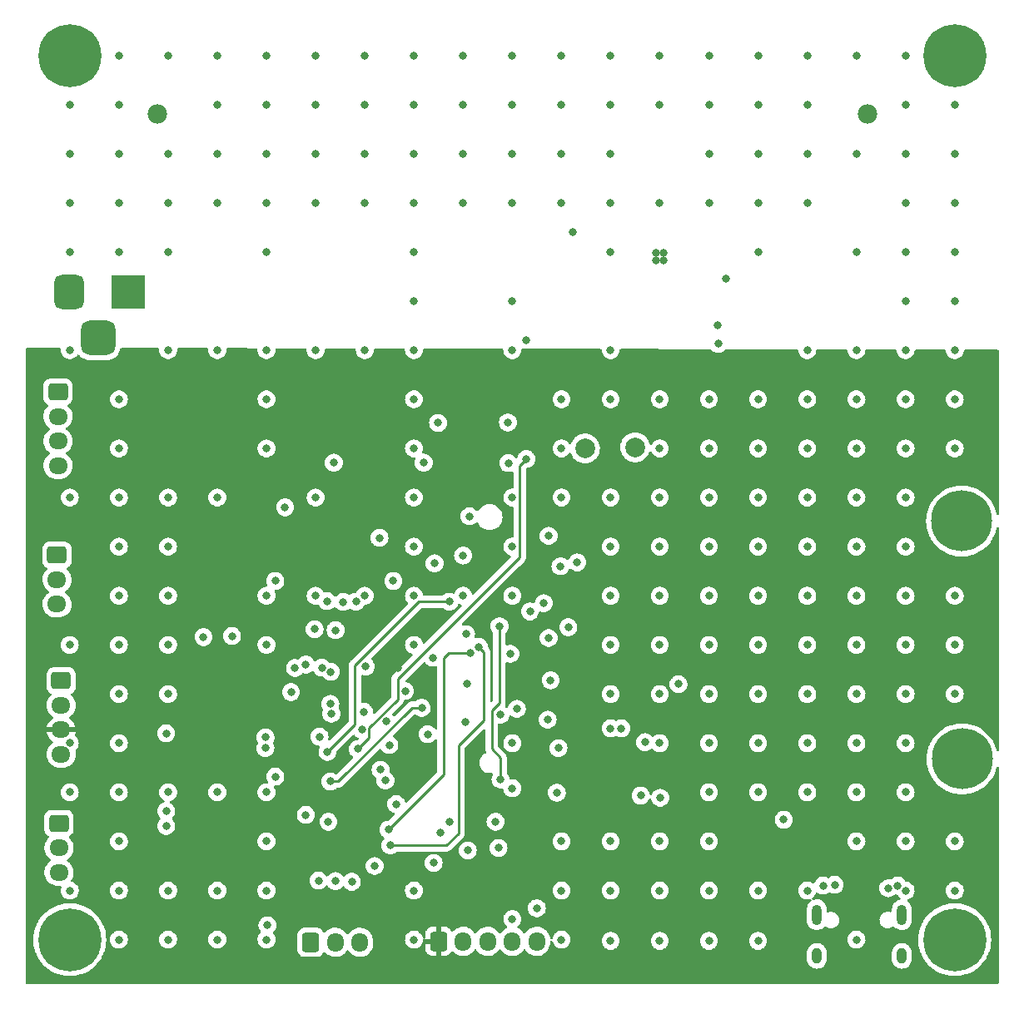
<source format=gbr>
%TF.GenerationSoftware,KiCad,Pcbnew,(6.0.6)*%
%TF.CreationDate,2022-10-20T14:17:53+09:00*%
%TF.ProjectId,LTE-base-H1,4c54452d-6261-4736-952d-48312e6b6963,rev?*%
%TF.SameCoordinates,Original*%
%TF.FileFunction,Copper,L3,Inr*%
%TF.FilePolarity,Positive*%
%FSLAX46Y46*%
G04 Gerber Fmt 4.6, Leading zero omitted, Abs format (unit mm)*
G04 Created by KiCad (PCBNEW (6.0.6)) date 2022-10-20 14:17:53*
%MOMM*%
%LPD*%
G01*
G04 APERTURE LIST*
G04 Aperture macros list*
%AMRoundRect*
0 Rectangle with rounded corners*
0 $1 Rounding radius*
0 $2 $3 $4 $5 $6 $7 $8 $9 X,Y pos of 4 corners*
0 Add a 4 corners polygon primitive as box body*
4,1,4,$2,$3,$4,$5,$6,$7,$8,$9,$2,$3,0*
0 Add four circle primitives for the rounded corners*
1,1,$1+$1,$2,$3*
1,1,$1+$1,$4,$5*
1,1,$1+$1,$6,$7*
1,1,$1+$1,$8,$9*
0 Add four rect primitives between the rounded corners*
20,1,$1+$1,$2,$3,$4,$5,0*
20,1,$1+$1,$4,$5,$6,$7,0*
20,1,$1+$1,$6,$7,$8,$9,0*
20,1,$1+$1,$8,$9,$2,$3,0*%
G04 Aperture macros list end*
%TA.AperFunction,ComponentPad*%
%ADD10C,0.800000*%
%TD*%
%TA.AperFunction,ComponentPad*%
%ADD11C,6.400000*%
%TD*%
%TA.AperFunction,ComponentPad*%
%ADD12C,6.200000*%
%TD*%
%TA.AperFunction,ComponentPad*%
%ADD13RoundRect,0.250000X-0.725000X0.600000X-0.725000X-0.600000X0.725000X-0.600000X0.725000X0.600000X0*%
%TD*%
%TA.AperFunction,ComponentPad*%
%ADD14O,1.950000X1.700000*%
%TD*%
%TA.AperFunction,ComponentPad*%
%ADD15RoundRect,0.250000X-0.600000X-0.725000X0.600000X-0.725000X0.600000X0.725000X-0.600000X0.725000X0*%
%TD*%
%TA.AperFunction,ComponentPad*%
%ADD16O,1.700000X1.950000*%
%TD*%
%TA.AperFunction,ComponentPad*%
%ADD17C,2.000000*%
%TD*%
%TA.AperFunction,ComponentPad*%
%ADD18C,1.980000*%
%TD*%
%TA.AperFunction,ComponentPad*%
%ADD19O,1.000000X1.600000*%
%TD*%
%TA.AperFunction,ComponentPad*%
%ADD20O,1.000000X2.100000*%
%TD*%
%TA.AperFunction,ComponentPad*%
%ADD21R,3.500000X3.500000*%
%TD*%
%TA.AperFunction,ComponentPad*%
%ADD22RoundRect,0.750000X-0.750000X-1.000000X0.750000X-1.000000X0.750000X1.000000X-0.750000X1.000000X0*%
%TD*%
%TA.AperFunction,ComponentPad*%
%ADD23RoundRect,0.875000X-0.875000X-0.875000X0.875000X-0.875000X0.875000X0.875000X-0.875000X0.875000X0*%
%TD*%
%TA.AperFunction,ViaPad*%
%ADD24C,0.800000*%
%TD*%
%TA.AperFunction,Conductor*%
%ADD25C,0.250000*%
%TD*%
G04 APERTURE END LIST*
D10*
%TO.N,GND*%
%TO.C,H4*%
X195000000Y-57600000D03*
X196697056Y-58302944D03*
X195000000Y-62400000D03*
D11*
X195000000Y-60000000D03*
D10*
X197400000Y-60000000D03*
X192600000Y-60000000D03*
X193302944Y-61697056D03*
X193302944Y-58302944D03*
X196697056Y-61697056D03*
%TD*%
D12*
%TO.N,GND*%
%TO.C,J4*%
X195700000Y-107400000D03*
%TD*%
D13*
%TO.N,VDC*%
%TO.C,J11*%
X103800000Y-94250000D03*
D14*
X103800000Y-96750000D03*
%TO.N,GND*%
X103800000Y-99250000D03*
X103800000Y-101750000D03*
%TD*%
D10*
%TO.N,GND*%
%TO.C,H2*%
X105000000Y-152400000D03*
X103302944Y-148302944D03*
X103302944Y-151697056D03*
X106697056Y-151697056D03*
X106697056Y-148302944D03*
X107400000Y-150000000D03*
X105000000Y-147600000D03*
X102600000Y-150000000D03*
D11*
X105000000Y-150000000D03*
%TD*%
D12*
%TO.N,GND*%
%TO.C,J3*%
X195750000Y-131600000D03*
%TD*%
D15*
%TO.N,/MCU/DEBUG_TX*%
%TO.C,J7*%
X129500000Y-150275000D03*
D16*
%TO.N,/MCU/DEBUG_RX*%
X132000000Y-150275000D03*
%TO.N,GND*%
X134500000Y-150275000D03*
%TD*%
D10*
%TO.N,GND*%
%TO.C,H1*%
X195000000Y-152400000D03*
X196697056Y-148302944D03*
D11*
X195000000Y-150000000D03*
D10*
X193302944Y-148302944D03*
X195000000Y-147600000D03*
X193302944Y-151697056D03*
X197400000Y-150000000D03*
X196697056Y-151697056D03*
X192600000Y-150000000D03*
%TD*%
D17*
%TO.N,/BG96/UART_RX*%
%TO.C,TP2*%
X157400000Y-100000000D03*
%TD*%
%TO.N,/BG96/UART_TX*%
%TO.C,TP1*%
X162500000Y-99900000D03*
%TD*%
D13*
%TO.N,/MCU/I2C2_SCL*%
%TO.C,J9*%
X104125000Y-123650000D03*
D14*
%TO.N,/MCU/I2C2_SDA*%
X104125000Y-126150000D03*
%TO.N,+3V3*%
X104125000Y-128650000D03*
%TO.N,GND*%
X104125000Y-131150000D03*
%TD*%
D18*
%TO.N,+BATT*%
%TO.C,BT1*%
X186110000Y-66000000D03*
%TO.N,-BATT*%
X113890000Y-66000000D03*
%TD*%
D19*
%TO.N,unconnected-(J5-PadS1)*%
%TO.C,J5*%
X180975489Y-151645489D03*
X189615489Y-151645489D03*
D20*
X189615489Y-147465489D03*
X180975489Y-147465489D03*
%TD*%
D13*
%TO.N,/MCU/CANL*%
%TO.C,J12*%
X103700000Y-110850000D03*
D14*
%TO.N,GND*%
X103700000Y-113350000D03*
%TO.N,/MCU/CANH*%
X103700000Y-115850000D03*
%TD*%
D10*
%TO.N,GND*%
%TO.C,H3*%
X102600000Y-60000000D03*
X103302944Y-61697056D03*
X106697056Y-58302944D03*
D11*
X105000000Y-60000000D03*
D10*
X103302944Y-58302944D03*
X106697056Y-61697056D03*
X105000000Y-62400000D03*
X107400000Y-60000000D03*
X105000000Y-57600000D03*
%TD*%
D13*
%TO.N,Net-(J6-Pad1)*%
%TO.C,J6*%
X103900000Y-138150000D03*
D14*
%TO.N,Net-(J6-Pad2)*%
X103900000Y-140650000D03*
%TO.N,GND*%
X103900000Y-143150000D03*
%TD*%
D15*
%TO.N,+3V3*%
%TO.C,J8*%
X142500000Y-150175000D03*
D16*
%TO.N,/MCU/SWCLK_BT0*%
X145000000Y-150175000D03*
%TO.N,GND*%
X147500000Y-150175000D03*
%TO.N,/MCU/SWDIO*%
X150000000Y-150175000D03*
%TO.N,/MCU/NRST*%
X152500000Y-150175000D03*
%TD*%
D21*
%TO.N,VDC*%
%TO.C,J2*%
X110900000Y-84042500D03*
D22*
%TO.N,GND*%
X104900000Y-84042500D03*
D23*
%TO.N,N/C*%
X107900000Y-88742500D03*
%TD*%
D24*
%TO.N,GND*%
X140000000Y-90000000D03*
X110000000Y-150000000D03*
X160000000Y-150124500D03*
X171765332Y-82734668D03*
X155000000Y-140000000D03*
X150000000Y-60000000D03*
X121500000Y-119100000D03*
X110000000Y-95000000D03*
X180000000Y-115000000D03*
X115000000Y-150000000D03*
X165000000Y-150124500D03*
X145400000Y-124000000D03*
X125000000Y-70000000D03*
X130000000Y-65000000D03*
X164600000Y-80125000D03*
X195000000Y-75000000D03*
X135000000Y-65000000D03*
X125000000Y-115000000D03*
X156150000Y-78000000D03*
X125000000Y-95000000D03*
X110000000Y-100000000D03*
X145000000Y-70000000D03*
X160000000Y-90000000D03*
X185000000Y-150000000D03*
X195000000Y-80000000D03*
X185000000Y-140000000D03*
X190000000Y-60000000D03*
X155000000Y-70000000D03*
X195000000Y-90000000D03*
X190000000Y-125000000D03*
X151800000Y-116600000D03*
X170900000Y-87500000D03*
X165000000Y-140000000D03*
X180000000Y-135000000D03*
X160000000Y-105000000D03*
X110000000Y-70000000D03*
X140000000Y-110000000D03*
X135000000Y-90000000D03*
X140000000Y-95000000D03*
X180000000Y-105000000D03*
X190000000Y-95000000D03*
X185000000Y-95000000D03*
X175000000Y-80000000D03*
X145223632Y-127825868D03*
X170000000Y-100000000D03*
X160000000Y-120000000D03*
X165000000Y-130000000D03*
X190000000Y-145000000D03*
X140000000Y-80000000D03*
X153700000Y-108900000D03*
X115000000Y-105000000D03*
X190000000Y-105000000D03*
X135000000Y-70000000D03*
X110000000Y-115000000D03*
X125000000Y-60000000D03*
X130000000Y-115000000D03*
X195000000Y-70000000D03*
X140000000Y-60000000D03*
X155000000Y-60000000D03*
X195000000Y-125000000D03*
X125000000Y-65000000D03*
X195000000Y-65000000D03*
X115000000Y-90000000D03*
X145000000Y-115000000D03*
X190000000Y-100000000D03*
X180000000Y-125000000D03*
X180000000Y-100000000D03*
X150000000Y-75000000D03*
X175000000Y-130000000D03*
X180000000Y-120000000D03*
X175000000Y-110000000D03*
X160000000Y-125000000D03*
X115000000Y-110000000D03*
X105000000Y-135000000D03*
X150000000Y-130000000D03*
X140000000Y-145000000D03*
X155000000Y-145000000D03*
X125000000Y-145000000D03*
X105000000Y-70000000D03*
X140000000Y-85000000D03*
X170938000Y-89349500D03*
X155000000Y-75000000D03*
X181600000Y-144500000D03*
X180000000Y-130000000D03*
X155000000Y-65000000D03*
X165000000Y-145000000D03*
X170000000Y-130000000D03*
X180000000Y-75000000D03*
X185000000Y-100000000D03*
X115000000Y-60000000D03*
X195000000Y-95000000D03*
X180000000Y-70000000D03*
X165000000Y-120000000D03*
X110000000Y-65000000D03*
X120000000Y-60000000D03*
X110000000Y-145000000D03*
X115000000Y-80000000D03*
X170000000Y-70000000D03*
X170000000Y-65000000D03*
X185000000Y-110000000D03*
X125000000Y-75000000D03*
X195000000Y-140000000D03*
X175000000Y-65000000D03*
X175000000Y-95000000D03*
X150000000Y-110000000D03*
X145000000Y-75000000D03*
X165400000Y-80825000D03*
X190000000Y-65000000D03*
X120000000Y-150000000D03*
X175000000Y-60000000D03*
X125000000Y-120000000D03*
X105000000Y-65000000D03*
X110000000Y-60000000D03*
X165000000Y-95000000D03*
X165000000Y-105000000D03*
X180000000Y-90000000D03*
X115000000Y-120000000D03*
X130000000Y-75000000D03*
X185000000Y-70000000D03*
X150469240Y-126500000D03*
X170000000Y-150124500D03*
X125000000Y-135000000D03*
X120000000Y-90000000D03*
X180000000Y-95000000D03*
X190000000Y-110000000D03*
X180000000Y-60000000D03*
X180000000Y-110000000D03*
X105000000Y-90000000D03*
X160000000Y-145000000D03*
X110000000Y-80000000D03*
X125000000Y-90000000D03*
X115000000Y-145000000D03*
X140000000Y-100000000D03*
X170000000Y-60000000D03*
X165000000Y-75000000D03*
X130000000Y-90000000D03*
X130000000Y-60000000D03*
X110000000Y-135000000D03*
X125000000Y-100000000D03*
X190000000Y-80000000D03*
X190000000Y-130000000D03*
X190000000Y-115000000D03*
X175000000Y-150124500D03*
X175000000Y-125000000D03*
X170000000Y-105000000D03*
X185000000Y-125000000D03*
X170000000Y-75000000D03*
X148300000Y-138000000D03*
X170000000Y-120000000D03*
X135000000Y-75000000D03*
X125000000Y-80000000D03*
X115000000Y-115000000D03*
X115000000Y-125000000D03*
X195000000Y-85000000D03*
X160000000Y-60000000D03*
X150000000Y-70000000D03*
X155000000Y-100000000D03*
X155000000Y-105000000D03*
X175000000Y-135000000D03*
X105000000Y-105000000D03*
X110000000Y-125000000D03*
X110000000Y-110000000D03*
X185000000Y-60000000D03*
X175000000Y-100000000D03*
X189200000Y-144500000D03*
X175000000Y-75000000D03*
X115000000Y-70000000D03*
X160000000Y-110000000D03*
X136000000Y-142500000D03*
X195000000Y-115000000D03*
X145000000Y-60000000D03*
X110000000Y-105000000D03*
X160000000Y-95000000D03*
X120000000Y-75000000D03*
X110000000Y-75000000D03*
X130000000Y-70000000D03*
X140000000Y-75000000D03*
X115000000Y-75000000D03*
X153900000Y-123600000D03*
X115000000Y-135000000D03*
X140000000Y-120000000D03*
X120000000Y-70000000D03*
X150000000Y-115000000D03*
X140000000Y-150000000D03*
X185000000Y-130000000D03*
X150000000Y-85000000D03*
X165000000Y-60000000D03*
X105000000Y-145000000D03*
X160000000Y-115000000D03*
X105000000Y-80000000D03*
X180000000Y-145000000D03*
X170000000Y-95000000D03*
X148600000Y-140674500D03*
X170000000Y-115000000D03*
X185000000Y-105000000D03*
X170000000Y-135000000D03*
X185000000Y-115000000D03*
X190000000Y-135000000D03*
X145000000Y-110900000D03*
X195000000Y-120000000D03*
X195000000Y-145000000D03*
X175000000Y-115000000D03*
X130000000Y-105000000D03*
X140000000Y-115000000D03*
X190000000Y-75000000D03*
X165000000Y-115000000D03*
X120000000Y-105000000D03*
X145000000Y-65000000D03*
X150000000Y-90000000D03*
X190000000Y-70000000D03*
X125000000Y-150000000D03*
X185000000Y-135000000D03*
X155000000Y-95000000D03*
X190000000Y-85000000D03*
X110000000Y-140000000D03*
X120000000Y-135000000D03*
X145300000Y-118900000D03*
X135000000Y-60000000D03*
X190000000Y-120000000D03*
X170000000Y-110000000D03*
X110000000Y-120000000D03*
X190000000Y-90000000D03*
X175000000Y-120000000D03*
X150000000Y-65000000D03*
X154700000Y-130500000D03*
X120000000Y-65000000D03*
X160000000Y-70000000D03*
X165400000Y-80125000D03*
X165000000Y-125000000D03*
X110000000Y-130000000D03*
X165000000Y-100000000D03*
X190000000Y-140000000D03*
X105000000Y-75000000D03*
X175000000Y-70000000D03*
X175000000Y-105000000D03*
X140000000Y-70000000D03*
X105000000Y-130000000D03*
X151400000Y-88950000D03*
X160000000Y-65000000D03*
X160000000Y-80000000D03*
X135000000Y-115000000D03*
X120000000Y-145000000D03*
X140000000Y-105000000D03*
X137500000Y-130200000D03*
X150000000Y-105000000D03*
X185000000Y-90000000D03*
X165000000Y-65000000D03*
X170000000Y-140000000D03*
X141924500Y-121300000D03*
X105000000Y-120000000D03*
X175000000Y-145000000D03*
X164600000Y-80825000D03*
X140000000Y-65000000D03*
X155000000Y-150000000D03*
X125000000Y-140000000D03*
X149800000Y-120900000D03*
X185000000Y-120000000D03*
X195000000Y-100000000D03*
X160000000Y-75000000D03*
X165000000Y-110000000D03*
X114800000Y-129000000D03*
X170000000Y-145000000D03*
X170000000Y-125000000D03*
X160000000Y-140000000D03*
X180000000Y-65000000D03*
X185000000Y-80000000D03*
%TO.N,+3V3*%
X151800000Y-107100000D03*
X121700000Y-124950000D03*
X119050000Y-127500000D03*
X124950000Y-104150000D03*
X141900000Y-125900000D03*
X140675500Y-131800000D03*
X154800000Y-131800000D03*
X138380000Y-122380000D03*
X123600000Y-141700000D03*
%TO.N,/MCU/OSC_IN*%
X130400000Y-129350000D03*
X118600000Y-119200000D03*
%TO.N,/MCU/OSC_OUT*%
X127500000Y-124800000D03*
X137200000Y-127800000D03*
%TO.N,/MCU/DEBUG_TX*%
X130300000Y-144000000D03*
X134700000Y-128600500D03*
%TO.N,/MCU/DEBUG_RX*%
X132016805Y-144041404D03*
X134900000Y-126800000D03*
%TO.N,/MCU/SWCLK_BT0*%
X125900000Y-133400000D03*
X133687701Y-144112299D03*
%TO.N,/MCU/SWDIO*%
X150000000Y-147900000D03*
X129000000Y-137300000D03*
%TO.N,/MCU/NRST*%
X125100000Y-148550000D03*
X141400000Y-129100000D03*
X145475000Y-140925000D03*
X143600000Y-138000000D03*
X152500000Y-146800000D03*
%TO.N,Net-(D7-Pad2)*%
X182786396Y-144413604D03*
X188236789Y-144766888D03*
%TO.N,/MCU/USART3_TX*%
X124900000Y-129400000D03*
X114808000Y-136906000D03*
%TO.N,/BG96/PWRKEY*%
X139100000Y-124700000D03*
X142000000Y-142200000D03*
X138200000Y-136200000D03*
%TO.N,/BG96/USIM_VDD*%
X156600000Y-111600000D03*
X160000000Y-128500000D03*
%TO.N,/BG96/USIM_DATA*%
X163500000Y-129900000D03*
X153200000Y-115750000D03*
X161100000Y-128500000D03*
X165040000Y-135560000D03*
%TO.N,/BG96/UART_RX*%
X142700000Y-139100000D03*
X142100000Y-111700000D03*
X145650000Y-106900000D03*
X150000000Y-134600000D03*
%TO.N,/BG96/USIM_CLK*%
X166900000Y-124000000D03*
X154900000Y-112000000D03*
%TO.N,/BG96/UART_TX*%
X148700000Y-118100000D03*
X148800000Y-133700000D03*
%TO.N,/BG96/USIM_RST*%
X163068750Y-135331250D03*
X155700000Y-118200000D03*
%TO.N,/BG96/RI*%
X143600000Y-115600000D03*
X131200000Y-130900000D03*
%TO.N,/BG96/nW_DISABLE*%
X137100000Y-133800000D03*
X148800000Y-127100000D03*
%TO.N,/BG96/nPERST*%
X153700000Y-119300000D03*
X131300000Y-138000000D03*
X136600000Y-132700000D03*
%TO.N,/BG96/UART_CTS*%
X146600000Y-120200000D03*
X137600000Y-140400000D03*
%TO.N,/BG96/UART_RTS*%
X137400000Y-138800000D03*
X145700000Y-120800000D03*
%TO.N,/BG96/DTR*%
X131500000Y-133900000D03*
X140800000Y-126400000D03*
%TO.N,/BG96/nLED_WWAN*%
X154537500Y-135037500D03*
X153600000Y-127600000D03*
%TO.N,+5V*%
X177600000Y-137800000D03*
X149600000Y-101500000D03*
%TO.N,/MCU/USART3_RX*%
X114808000Y-138430000D03*
X124900000Y-130500000D03*
%TO.N,/MCU/TXCAN*%
X125900000Y-113500000D03*
X137900000Y-113500000D03*
%TO.N,/MCU/RXCAN*%
X136500000Y-109100000D03*
X126895000Y-105995000D03*
%TO.N,/MCU/SPI1_SCK*%
X132030000Y-118500000D03*
X135100000Y-122200000D03*
%TO.N,/MCU/RX0BF*%
X129900000Y-118400000D03*
X131600000Y-127000000D03*
%TO.N,/MCU/RX1BF*%
X131500000Y-126000000D03*
X127900000Y-122350500D03*
%TO.N,/MCU/TX0RTS*%
X131550000Y-122750000D03*
X134100000Y-115600000D03*
%TO.N,/MCU/TX1RTS*%
X130644268Y-122327325D03*
X132780000Y-115620000D03*
%TO.N,/MCU/TX2RTS*%
X131150000Y-115550000D03*
X129000000Y-122000000D03*
%TO.N,/EXT_PWR_DET*%
X151425000Y-101075000D03*
X134300000Y-130600000D03*
%TO.N,Net-(C27-Pad1)*%
X141000000Y-101450000D03*
X142450000Y-97400000D03*
X149556250Y-97356250D03*
X131850000Y-101450000D03*
%TD*%
D25*
%TO.N,/BG96/UART_TX*%
X148700000Y-125900000D02*
X147900000Y-126700000D01*
X147900000Y-126700000D02*
X147900000Y-130600000D01*
X147900000Y-130600000D02*
X148800000Y-131500000D01*
X148700000Y-118100000D02*
X148700000Y-125900000D01*
X148800000Y-131500000D02*
X148800000Y-133700000D01*
%TO.N,/BG96/RI*%
X131200000Y-130900000D02*
X134000000Y-128100000D01*
X134000000Y-122100000D02*
X140500000Y-115600000D01*
X140500000Y-115600000D02*
X143600000Y-115600000D01*
X134000000Y-128100000D02*
X134000000Y-122100000D01*
%TO.N,/BG96/UART_CTS*%
X146600000Y-120200000D02*
X147100000Y-120700000D01*
X147100000Y-120700000D02*
X147100000Y-127672793D01*
X144513957Y-130258836D02*
X144513957Y-139186043D01*
X147100000Y-127672793D02*
X144513957Y-130258836D01*
X144513957Y-139186043D02*
X143300000Y-140400000D01*
X143300000Y-140400000D02*
X137600000Y-140400000D01*
%TO.N,/BG96/UART_RTS*%
X143500000Y-120800000D02*
X142999500Y-121300500D01*
X145700000Y-120800000D02*
X143500000Y-120800000D01*
X142999500Y-133200500D02*
X137400000Y-138800000D01*
X142999500Y-121300500D02*
X142999500Y-133200500D01*
%TO.N,/BG96/DTR*%
X131500000Y-133900000D02*
X132300000Y-133900000D01*
X132300000Y-133900000D02*
X139800000Y-126400000D01*
X139800000Y-126400000D02*
X140800000Y-126400000D01*
%TO.N,/EXT_PWR_DET*%
X138350000Y-123470661D02*
X138350000Y-125550000D01*
X135450000Y-129450000D02*
X134300000Y-130600000D01*
X150750000Y-111070661D02*
X138350000Y-123470661D01*
X135450000Y-128450000D02*
X135450000Y-129450000D01*
X151425000Y-101075000D02*
X150750000Y-101750000D01*
X138350000Y-125550000D02*
X135450000Y-128450000D01*
X150750000Y-101750000D02*
X150750000Y-111070661D01*
%TD*%
%TA.AperFunction,Conductor*%
%TO.N,+3V3*%
G36*
X103972282Y-89757664D02*
G01*
X104040362Y-89777803D01*
X104086747Y-89831552D01*
X104097339Y-89896834D01*
X104089965Y-89966995D01*
X104086496Y-90000000D01*
X104087186Y-90006565D01*
X104101558Y-90143303D01*
X104106458Y-90189928D01*
X104165473Y-90371556D01*
X104260960Y-90536944D01*
X104265378Y-90541851D01*
X104265379Y-90541852D01*
X104384325Y-90673955D01*
X104388747Y-90678866D01*
X104543248Y-90791118D01*
X104549276Y-90793802D01*
X104549278Y-90793803D01*
X104711681Y-90866109D01*
X104717712Y-90868794D01*
X104811112Y-90888647D01*
X104898056Y-90907128D01*
X104898061Y-90907128D01*
X104904513Y-90908500D01*
X105095487Y-90908500D01*
X105101939Y-90907128D01*
X105101944Y-90907128D01*
X105188888Y-90888647D01*
X105282288Y-90868794D01*
X105288319Y-90866109D01*
X105450722Y-90793803D01*
X105450724Y-90793802D01*
X105456752Y-90791118D01*
X105611253Y-90678866D01*
X105615675Y-90673955D01*
X105734621Y-90541852D01*
X105734622Y-90541851D01*
X105739040Y-90536944D01*
X105751516Y-90515335D01*
X105802899Y-90466342D01*
X105872612Y-90452906D01*
X105938523Y-90479292D01*
X105956944Y-90497091D01*
X105990563Y-90536944D01*
X106043181Y-90599319D01*
X106222644Y-90750709D01*
X106425048Y-90869696D01*
X106644607Y-90952880D01*
X106875043Y-90997881D01*
X106879401Y-90998117D01*
X106930948Y-91000909D01*
X106930963Y-91000909D01*
X106932636Y-91001000D01*
X108867364Y-91001000D01*
X108869037Y-91000909D01*
X108869052Y-91000909D01*
X108920599Y-90998117D01*
X108924957Y-90997881D01*
X109155393Y-90952880D01*
X109374952Y-90869696D01*
X109577356Y-90750709D01*
X109756819Y-90599319D01*
X109908209Y-90419856D01*
X110027196Y-90217452D01*
X110110380Y-89997893D01*
X110111687Y-89991204D01*
X110132725Y-89883470D01*
X110134942Y-89872118D01*
X110167630Y-89809094D01*
X110229202Y-89773747D01*
X110258856Y-89770268D01*
X112146134Y-89774052D01*
X113970175Y-89777710D01*
X114038255Y-89797849D01*
X114084640Y-89851598D01*
X114095232Y-89916880D01*
X114089965Y-89966995D01*
X114086496Y-90000000D01*
X114087186Y-90006565D01*
X114101558Y-90143303D01*
X114106458Y-90189928D01*
X114165473Y-90371556D01*
X114260960Y-90536944D01*
X114265378Y-90541851D01*
X114265379Y-90541852D01*
X114384325Y-90673955D01*
X114388747Y-90678866D01*
X114543248Y-90791118D01*
X114549276Y-90793802D01*
X114549278Y-90793803D01*
X114711681Y-90866109D01*
X114717712Y-90868794D01*
X114811112Y-90888647D01*
X114898056Y-90907128D01*
X114898061Y-90907128D01*
X114904513Y-90908500D01*
X115095487Y-90908500D01*
X115101939Y-90907128D01*
X115101944Y-90907128D01*
X115188888Y-90888647D01*
X115282288Y-90868794D01*
X115288319Y-90866109D01*
X115450722Y-90793803D01*
X115450724Y-90793802D01*
X115456752Y-90791118D01*
X115611253Y-90678866D01*
X115615675Y-90673955D01*
X115734621Y-90541852D01*
X115734622Y-90541851D01*
X115739040Y-90536944D01*
X115834527Y-90371556D01*
X115893542Y-90189928D01*
X115898443Y-90143303D01*
X115912814Y-90006565D01*
X115913504Y-90000000D01*
X115905202Y-89921011D01*
X115917974Y-89851173D01*
X115966476Y-89799326D01*
X116030765Y-89781841D01*
X118969124Y-89787733D01*
X119037202Y-89807871D01*
X119083587Y-89861620D01*
X119094179Y-89926902D01*
X119086496Y-90000000D01*
X119087186Y-90006565D01*
X119101558Y-90143303D01*
X119106458Y-90189928D01*
X119165473Y-90371556D01*
X119260960Y-90536944D01*
X119265378Y-90541851D01*
X119265379Y-90541852D01*
X119384325Y-90673955D01*
X119388747Y-90678866D01*
X119543248Y-90791118D01*
X119549276Y-90793802D01*
X119549278Y-90793803D01*
X119711681Y-90866109D01*
X119717712Y-90868794D01*
X119811112Y-90888647D01*
X119898056Y-90907128D01*
X119898061Y-90907128D01*
X119904513Y-90908500D01*
X120095487Y-90908500D01*
X120101939Y-90907128D01*
X120101944Y-90907128D01*
X120188888Y-90888647D01*
X120282288Y-90868794D01*
X120288319Y-90866109D01*
X120450722Y-90793803D01*
X120450724Y-90793802D01*
X120456752Y-90791118D01*
X120611253Y-90678866D01*
X120615675Y-90673955D01*
X120734621Y-90541852D01*
X120734622Y-90541851D01*
X120739040Y-90536944D01*
X120834527Y-90371556D01*
X120893542Y-90189928D01*
X120898443Y-90143303D01*
X120912814Y-90006565D01*
X120913504Y-90000000D01*
X120910035Y-89966995D01*
X120906256Y-89931038D01*
X120919028Y-89861200D01*
X120967530Y-89809353D01*
X121031818Y-89791868D01*
X122188296Y-89794187D01*
X123968068Y-89797756D01*
X124036148Y-89817895D01*
X124082533Y-89871644D01*
X124093125Y-89936926D01*
X124089965Y-89966995D01*
X124086496Y-90000000D01*
X124087186Y-90006565D01*
X124101558Y-90143303D01*
X124106458Y-90189928D01*
X124165473Y-90371556D01*
X124260960Y-90536944D01*
X124265378Y-90541851D01*
X124265379Y-90541852D01*
X124384325Y-90673955D01*
X124388747Y-90678866D01*
X124543248Y-90791118D01*
X124549276Y-90793802D01*
X124549278Y-90793803D01*
X124711681Y-90866109D01*
X124717712Y-90868794D01*
X124811112Y-90888647D01*
X124898056Y-90907128D01*
X124898061Y-90907128D01*
X124904513Y-90908500D01*
X125095487Y-90908500D01*
X125101939Y-90907128D01*
X125101944Y-90907128D01*
X125188888Y-90888647D01*
X125282288Y-90868794D01*
X125288319Y-90866109D01*
X125450722Y-90793803D01*
X125450724Y-90793802D01*
X125456752Y-90791118D01*
X125611253Y-90678866D01*
X125615675Y-90673955D01*
X125734621Y-90541852D01*
X125734622Y-90541851D01*
X125739040Y-90536944D01*
X125834527Y-90371556D01*
X125893542Y-90189928D01*
X125898443Y-90143303D01*
X125912814Y-90006565D01*
X125913504Y-90000000D01*
X125910035Y-89966995D01*
X125907310Y-89941066D01*
X125920082Y-89871228D01*
X125968584Y-89819381D01*
X126032873Y-89801896D01*
X127557796Y-89804953D01*
X128967017Y-89807778D01*
X129035095Y-89827917D01*
X129081480Y-89881666D01*
X129092072Y-89946948D01*
X129086496Y-90000000D01*
X129087186Y-90006565D01*
X129101558Y-90143303D01*
X129106458Y-90189928D01*
X129165473Y-90371556D01*
X129260960Y-90536944D01*
X129265378Y-90541851D01*
X129265379Y-90541852D01*
X129384325Y-90673955D01*
X129388747Y-90678866D01*
X129543248Y-90791118D01*
X129549276Y-90793802D01*
X129549278Y-90793803D01*
X129711681Y-90866109D01*
X129717712Y-90868794D01*
X129811112Y-90888647D01*
X129898056Y-90907128D01*
X129898061Y-90907128D01*
X129904513Y-90908500D01*
X130095487Y-90908500D01*
X130101939Y-90907128D01*
X130101944Y-90907128D01*
X130188888Y-90888647D01*
X130282288Y-90868794D01*
X130288319Y-90866109D01*
X130450722Y-90793803D01*
X130450724Y-90793802D01*
X130456752Y-90791118D01*
X130611253Y-90678866D01*
X130615675Y-90673955D01*
X130734621Y-90541852D01*
X130734622Y-90541851D01*
X130739040Y-90536944D01*
X130834527Y-90371556D01*
X130893542Y-90189928D01*
X130898443Y-90143303D01*
X130912814Y-90006565D01*
X130913504Y-90000000D01*
X130910035Y-89966995D01*
X130908364Y-89951093D01*
X130921137Y-89881254D01*
X130969639Y-89829408D01*
X131033927Y-89811923D01*
X132334705Y-89814531D01*
X133965962Y-89817801D01*
X134034041Y-89837940D01*
X134080426Y-89891689D01*
X134091018Y-89956970D01*
X134087186Y-89993432D01*
X134086496Y-90000000D01*
X134087186Y-90006565D01*
X134101558Y-90143303D01*
X134106458Y-90189928D01*
X134165473Y-90371556D01*
X134260960Y-90536944D01*
X134265378Y-90541851D01*
X134265379Y-90541852D01*
X134384325Y-90673955D01*
X134388747Y-90678866D01*
X134543248Y-90791118D01*
X134549276Y-90793802D01*
X134549278Y-90793803D01*
X134711681Y-90866109D01*
X134717712Y-90868794D01*
X134811112Y-90888647D01*
X134898056Y-90907128D01*
X134898061Y-90907128D01*
X134904513Y-90908500D01*
X135095487Y-90908500D01*
X135101939Y-90907128D01*
X135101944Y-90907128D01*
X135188888Y-90888647D01*
X135282288Y-90868794D01*
X135288319Y-90866109D01*
X135450722Y-90793803D01*
X135450724Y-90793802D01*
X135456752Y-90791118D01*
X135611253Y-90678866D01*
X135615675Y-90673955D01*
X135734621Y-90541852D01*
X135734622Y-90541851D01*
X135739040Y-90536944D01*
X135834527Y-90371556D01*
X135893542Y-90189928D01*
X135898443Y-90143303D01*
X135912814Y-90006565D01*
X135913504Y-90000000D01*
X135912814Y-89993432D01*
X135909418Y-89961119D01*
X135922191Y-89891281D01*
X135970693Y-89839435D01*
X136034981Y-89821950D01*
X136921026Y-89823726D01*
X138964909Y-89827824D01*
X139032988Y-89847963D01*
X139079373Y-89901712D01*
X139089965Y-89966995D01*
X139086496Y-90000000D01*
X139087186Y-90006565D01*
X139101558Y-90143303D01*
X139106458Y-90189928D01*
X139165473Y-90371556D01*
X139260960Y-90536944D01*
X139265378Y-90541851D01*
X139265379Y-90541852D01*
X139384325Y-90673955D01*
X139388747Y-90678866D01*
X139543248Y-90791118D01*
X139549276Y-90793802D01*
X139549278Y-90793803D01*
X139711681Y-90866109D01*
X139717712Y-90868794D01*
X139811112Y-90888647D01*
X139898056Y-90907128D01*
X139898061Y-90907128D01*
X139904513Y-90908500D01*
X140095487Y-90908500D01*
X140101939Y-90907128D01*
X140101944Y-90907128D01*
X140188888Y-90888647D01*
X140282288Y-90868794D01*
X140288319Y-90866109D01*
X140450722Y-90793803D01*
X140450724Y-90793802D01*
X140456752Y-90791118D01*
X140611253Y-90678866D01*
X140615675Y-90673955D01*
X140734621Y-90541852D01*
X140734622Y-90541851D01*
X140739040Y-90536944D01*
X140834527Y-90371556D01*
X140893542Y-90189928D01*
X140898443Y-90143303D01*
X140912814Y-90006565D01*
X140913504Y-90000000D01*
X140912814Y-89993432D01*
X140910472Y-89971145D01*
X140923245Y-89901307D01*
X140971748Y-89849461D01*
X141036035Y-89831977D01*
X148962802Y-89847870D01*
X149030881Y-89868009D01*
X149077266Y-89921758D01*
X149087858Y-89987040D01*
X149087186Y-89993432D01*
X149086496Y-90000000D01*
X149087186Y-90006565D01*
X149101558Y-90143303D01*
X149106458Y-90189928D01*
X149165473Y-90371556D01*
X149260960Y-90536944D01*
X149265378Y-90541851D01*
X149265379Y-90541852D01*
X149384325Y-90673955D01*
X149388747Y-90678866D01*
X149543248Y-90791118D01*
X149549276Y-90793802D01*
X149549278Y-90793803D01*
X149711681Y-90866109D01*
X149717712Y-90868794D01*
X149811112Y-90888647D01*
X149898056Y-90907128D01*
X149898061Y-90907128D01*
X149904513Y-90908500D01*
X150095487Y-90908500D01*
X150101939Y-90907128D01*
X150101944Y-90907128D01*
X150188888Y-90888647D01*
X150282288Y-90868794D01*
X150288319Y-90866109D01*
X150450722Y-90793803D01*
X150450724Y-90793802D01*
X150456752Y-90791118D01*
X150611253Y-90678866D01*
X150615675Y-90673955D01*
X150734621Y-90541852D01*
X150734622Y-90541851D01*
X150739040Y-90536944D01*
X150834527Y-90371556D01*
X150893542Y-90189928D01*
X150898443Y-90143303D01*
X150912814Y-90006565D01*
X150913504Y-90000000D01*
X150912814Y-89993432D01*
X150912814Y-89993430D01*
X150912580Y-89991204D01*
X150912814Y-89989924D01*
X150912814Y-89986830D01*
X150913380Y-89986830D01*
X150925350Y-89921366D01*
X150973851Y-89869518D01*
X151038141Y-89852031D01*
X151149598Y-89852255D01*
X151263212Y-89852483D01*
X151289152Y-89855236D01*
X151298048Y-89857127D01*
X151298059Y-89857128D01*
X151304513Y-89858500D01*
X151495487Y-89858500D01*
X151508287Y-89855779D01*
X151534730Y-89853027D01*
X158961441Y-89867918D01*
X159029519Y-89888056D01*
X159075904Y-89941805D01*
X159087152Y-89993759D01*
X159086496Y-90000000D01*
X159087186Y-90006565D01*
X159101558Y-90143303D01*
X159106458Y-90189928D01*
X159165473Y-90371556D01*
X159260960Y-90536944D01*
X159265378Y-90541851D01*
X159265379Y-90541852D01*
X159384325Y-90673955D01*
X159388747Y-90678866D01*
X159543248Y-90791118D01*
X159549276Y-90793802D01*
X159549278Y-90793803D01*
X159711681Y-90866109D01*
X159717712Y-90868794D01*
X159811112Y-90888647D01*
X159898056Y-90907128D01*
X159898061Y-90907128D01*
X159904513Y-90908500D01*
X160095487Y-90908500D01*
X160101939Y-90907128D01*
X160101944Y-90907128D01*
X160188888Y-90888647D01*
X160282288Y-90868794D01*
X160288319Y-90866109D01*
X160450722Y-90793803D01*
X160450724Y-90793802D01*
X160456752Y-90791118D01*
X160611253Y-90678866D01*
X160615675Y-90673955D01*
X160734621Y-90541852D01*
X160734622Y-90541851D01*
X160739040Y-90536944D01*
X160834527Y-90371556D01*
X160893542Y-90189928D01*
X160898443Y-90143303D01*
X160912814Y-90006565D01*
X160913504Y-90000000D01*
X160913174Y-89996859D01*
X160932816Y-89929963D01*
X160986472Y-89883470D01*
X161039067Y-89872084D01*
X168798235Y-89887641D01*
X170146627Y-89890344D01*
X170214707Y-89910483D01*
X170240004Y-89932028D01*
X170326747Y-90028366D01*
X170481248Y-90140618D01*
X170487276Y-90143302D01*
X170487278Y-90143303D01*
X170606101Y-90196206D01*
X170655712Y-90218294D01*
X170749112Y-90238147D01*
X170836056Y-90256628D01*
X170836061Y-90256628D01*
X170842513Y-90258000D01*
X171033487Y-90258000D01*
X171039939Y-90256628D01*
X171039944Y-90256628D01*
X171126887Y-90238147D01*
X171220288Y-90218294D01*
X171269899Y-90196206D01*
X171388722Y-90143303D01*
X171388724Y-90143302D01*
X171394752Y-90140618D01*
X171549253Y-90028366D01*
X171633138Y-89935202D01*
X171693584Y-89897963D01*
X171727027Y-89893513D01*
X174189430Y-89898450D01*
X178963632Y-89908022D01*
X179031711Y-89928161D01*
X179078096Y-89981910D01*
X179088687Y-90020850D01*
X179106458Y-90189928D01*
X179165473Y-90371556D01*
X179260960Y-90536944D01*
X179265378Y-90541851D01*
X179265379Y-90541852D01*
X179384325Y-90673955D01*
X179388747Y-90678866D01*
X179543248Y-90791118D01*
X179549276Y-90793802D01*
X179549278Y-90793803D01*
X179711681Y-90866109D01*
X179717712Y-90868794D01*
X179811112Y-90888647D01*
X179898056Y-90907128D01*
X179898061Y-90907128D01*
X179904513Y-90908500D01*
X180095487Y-90908500D01*
X180101939Y-90907128D01*
X180101944Y-90907128D01*
X180188888Y-90888647D01*
X180282288Y-90868794D01*
X180288319Y-90866109D01*
X180450722Y-90793803D01*
X180450724Y-90793802D01*
X180456752Y-90791118D01*
X180611253Y-90678866D01*
X180615675Y-90673955D01*
X180734621Y-90541852D01*
X180734622Y-90541851D01*
X180739040Y-90536944D01*
X180834527Y-90371556D01*
X180893542Y-90189928D01*
X180894232Y-90183365D01*
X180910876Y-90025007D01*
X180937889Y-89959351D01*
X180996111Y-89918721D01*
X181036437Y-89912178D01*
X182178738Y-89914469D01*
X183964685Y-89918050D01*
X184032765Y-89938189D01*
X184079150Y-89991938D01*
X184089741Y-90030877D01*
X184106458Y-90189928D01*
X184165473Y-90371556D01*
X184260960Y-90536944D01*
X184265378Y-90541851D01*
X184265379Y-90541852D01*
X184384325Y-90673955D01*
X184388747Y-90678866D01*
X184543248Y-90791118D01*
X184549276Y-90793802D01*
X184549278Y-90793803D01*
X184711681Y-90866109D01*
X184717712Y-90868794D01*
X184811112Y-90888647D01*
X184898056Y-90907128D01*
X184898061Y-90907128D01*
X184904513Y-90908500D01*
X185095487Y-90908500D01*
X185101939Y-90907128D01*
X185101944Y-90907128D01*
X185188888Y-90888647D01*
X185282288Y-90868794D01*
X185288319Y-90866109D01*
X185450722Y-90793803D01*
X185450724Y-90793802D01*
X185456752Y-90791118D01*
X185611253Y-90678866D01*
X185615675Y-90673955D01*
X185734621Y-90541852D01*
X185734622Y-90541851D01*
X185739040Y-90536944D01*
X185834527Y-90371556D01*
X185893542Y-90189928D01*
X185898443Y-90143303D01*
X185909822Y-90035031D01*
X185936835Y-89969374D01*
X185995057Y-89928744D01*
X186035383Y-89922201D01*
X187357440Y-89924852D01*
X188965738Y-89928077D01*
X189033818Y-89948216D01*
X189080203Y-90001965D01*
X189090795Y-90040906D01*
X189105768Y-90183365D01*
X189106458Y-90189928D01*
X189165473Y-90371556D01*
X189260960Y-90536944D01*
X189265378Y-90541851D01*
X189265379Y-90541852D01*
X189384325Y-90673955D01*
X189388747Y-90678866D01*
X189543248Y-90791118D01*
X189549276Y-90793802D01*
X189549278Y-90793803D01*
X189711681Y-90866109D01*
X189717712Y-90868794D01*
X189811112Y-90888647D01*
X189898056Y-90907128D01*
X189898061Y-90907128D01*
X189904513Y-90908500D01*
X190095487Y-90908500D01*
X190101939Y-90907128D01*
X190101944Y-90907128D01*
X190188888Y-90888647D01*
X190282288Y-90868794D01*
X190288319Y-90866109D01*
X190450722Y-90793803D01*
X190450724Y-90793802D01*
X190456752Y-90791118D01*
X190611253Y-90678866D01*
X190615675Y-90673955D01*
X190734621Y-90541852D01*
X190734622Y-90541851D01*
X190739040Y-90536944D01*
X190834527Y-90371556D01*
X190893542Y-90189928D01*
X190894232Y-90183365D01*
X190908769Y-90045054D01*
X190935782Y-89979397D01*
X190994004Y-89938768D01*
X191034332Y-89932225D01*
X193966792Y-89938104D01*
X194034872Y-89958243D01*
X194081257Y-90011992D01*
X194091849Y-90050933D01*
X194101558Y-90143303D01*
X194106458Y-90189928D01*
X194165473Y-90371556D01*
X194260960Y-90536944D01*
X194265378Y-90541851D01*
X194265379Y-90541852D01*
X194384325Y-90673955D01*
X194388747Y-90678866D01*
X194543248Y-90791118D01*
X194549276Y-90793802D01*
X194549278Y-90793803D01*
X194711681Y-90866109D01*
X194717712Y-90868794D01*
X194811112Y-90888647D01*
X194898056Y-90907128D01*
X194898061Y-90907128D01*
X194904513Y-90908500D01*
X195095487Y-90908500D01*
X195101939Y-90907128D01*
X195101944Y-90907128D01*
X195188888Y-90888647D01*
X195282288Y-90868794D01*
X195288319Y-90866109D01*
X195450722Y-90793803D01*
X195450724Y-90793802D01*
X195456752Y-90791118D01*
X195611253Y-90678866D01*
X195615675Y-90673955D01*
X195734621Y-90541852D01*
X195734622Y-90541851D01*
X195739040Y-90536944D01*
X195834527Y-90371556D01*
X195893542Y-90189928D01*
X195907715Y-90055076D01*
X195934728Y-89989420D01*
X195992949Y-89948790D01*
X196033277Y-89942247D01*
X197709175Y-89945607D01*
X199365753Y-89948929D01*
X199433833Y-89969068D01*
X199480218Y-90022817D01*
X199491500Y-90074929D01*
X199491500Y-106670441D01*
X199471498Y-106738562D01*
X199417842Y-106785055D01*
X199347568Y-106795159D01*
X199282988Y-106765665D01*
X199244604Y-106705939D01*
X199241051Y-106690152D01*
X199234489Y-106648721D01*
X199136597Y-106283382D01*
X199114588Y-106226045D01*
X199041060Y-106034500D01*
X199001053Y-105930277D01*
X198989258Y-105907128D01*
X198830840Y-105596215D01*
X198830836Y-105596208D01*
X198829341Y-105593274D01*
X198623344Y-105276066D01*
X198385318Y-104982129D01*
X198117871Y-104714682D01*
X197823934Y-104476656D01*
X197584451Y-104321134D01*
X197509495Y-104272457D01*
X197509492Y-104272455D01*
X197506726Y-104270659D01*
X197503792Y-104269164D01*
X197503785Y-104269160D01*
X197172663Y-104100445D01*
X197169723Y-104098947D01*
X196816618Y-103963403D01*
X196451279Y-103865511D01*
X196252842Y-103834082D01*
X196080957Y-103806857D01*
X196080949Y-103806856D01*
X196077709Y-103806343D01*
X195700000Y-103786548D01*
X195322291Y-103806343D01*
X195319051Y-103806856D01*
X195319043Y-103806857D01*
X195147158Y-103834082D01*
X194948721Y-103865511D01*
X194583382Y-103963403D01*
X194230277Y-104098947D01*
X194227337Y-104100445D01*
X193896215Y-104269160D01*
X193896208Y-104269164D01*
X193893274Y-104270659D01*
X193890508Y-104272455D01*
X193890505Y-104272457D01*
X193815549Y-104321134D01*
X193576066Y-104476656D01*
X193282129Y-104714682D01*
X193014682Y-104982129D01*
X192776656Y-105276066D01*
X192570659Y-105593274D01*
X192569164Y-105596208D01*
X192569160Y-105596215D01*
X192410742Y-105907128D01*
X192398947Y-105930277D01*
X192358940Y-106034500D01*
X192285413Y-106226045D01*
X192263403Y-106283382D01*
X192165511Y-106648721D01*
X192134082Y-106847158D01*
X192109874Y-107000000D01*
X192106343Y-107022291D01*
X192086548Y-107400000D01*
X192106343Y-107777709D01*
X192106856Y-107780949D01*
X192106857Y-107780957D01*
X192116890Y-107844300D01*
X192165511Y-108151279D01*
X192263403Y-108516618D01*
X192264588Y-108519706D01*
X192264589Y-108519708D01*
X192270355Y-108534729D01*
X192398947Y-108869723D01*
X192400445Y-108872663D01*
X192533548Y-109133891D01*
X192570659Y-109206726D01*
X192572455Y-109209492D01*
X192572457Y-109209495D01*
X192707382Y-109417262D01*
X192776656Y-109523934D01*
X193014682Y-109817871D01*
X193282129Y-110085318D01*
X193576066Y-110323344D01*
X193893274Y-110529341D01*
X193896208Y-110530836D01*
X193896215Y-110530840D01*
X194177094Y-110673955D01*
X194230277Y-110701053D01*
X194315823Y-110733891D01*
X194576333Y-110833891D01*
X194583382Y-110836597D01*
X194948721Y-110934489D01*
X195147158Y-110965918D01*
X195319043Y-110993143D01*
X195319051Y-110993144D01*
X195322291Y-110993657D01*
X195700000Y-111013452D01*
X196077709Y-110993657D01*
X196080949Y-110993144D01*
X196080957Y-110993143D01*
X196252842Y-110965918D01*
X196451279Y-110934489D01*
X196816618Y-110836597D01*
X196823668Y-110833891D01*
X197084177Y-110733891D01*
X197169723Y-110701053D01*
X197222906Y-110673955D01*
X197503785Y-110530840D01*
X197503792Y-110530836D01*
X197506726Y-110529341D01*
X197823934Y-110323344D01*
X198117871Y-110085318D01*
X198385318Y-109817871D01*
X198623344Y-109523934D01*
X198692618Y-109417262D01*
X198827543Y-109209495D01*
X198827545Y-109209492D01*
X198829341Y-109206726D01*
X198866453Y-109133891D01*
X198999555Y-108872663D01*
X199001053Y-108869723D01*
X199129645Y-108534729D01*
X199135411Y-108519708D01*
X199135412Y-108519706D01*
X199136597Y-108516618D01*
X199234489Y-108151279D01*
X199241051Y-108109848D01*
X199271463Y-108045695D01*
X199331732Y-108008168D01*
X199402721Y-108009182D01*
X199461893Y-108048415D01*
X199490461Y-108113410D01*
X199491500Y-108129559D01*
X199491500Y-130664230D01*
X199471498Y-130732351D01*
X199417842Y-130778844D01*
X199347568Y-130788948D01*
X199282988Y-130759454D01*
X199243793Y-130696841D01*
X199219604Y-130606565D01*
X199186597Y-130483382D01*
X199178075Y-130461180D01*
X199094284Y-130242897D01*
X199051053Y-130130277D01*
X199033693Y-130096206D01*
X198880840Y-129796215D01*
X198880836Y-129796208D01*
X198879341Y-129793274D01*
X198869985Y-129778866D01*
X198675146Y-129478841D01*
X198673344Y-129476066D01*
X198435318Y-129182129D01*
X198167871Y-128914682D01*
X197873934Y-128676656D01*
X197699005Y-128563056D01*
X197559495Y-128472457D01*
X197559492Y-128472455D01*
X197556726Y-128470659D01*
X197553792Y-128469164D01*
X197553785Y-128469160D01*
X197222663Y-128300445D01*
X197219723Y-128298947D01*
X197003747Y-128216042D01*
X196869708Y-128164589D01*
X196869706Y-128164588D01*
X196866618Y-128163403D01*
X196501279Y-128065511D01*
X196302842Y-128034082D01*
X196130957Y-128006857D01*
X196130949Y-128006856D01*
X196127709Y-128006343D01*
X195750000Y-127986548D01*
X195372291Y-128006343D01*
X195369051Y-128006856D01*
X195369043Y-128006857D01*
X195197158Y-128034082D01*
X194998721Y-128065511D01*
X194633382Y-128163403D01*
X194630294Y-128164588D01*
X194630292Y-128164589D01*
X194496253Y-128216042D01*
X194280277Y-128298947D01*
X194277337Y-128300445D01*
X193946215Y-128469160D01*
X193946208Y-128469164D01*
X193943274Y-128470659D01*
X193940508Y-128472455D01*
X193940505Y-128472457D01*
X193800995Y-128563056D01*
X193626066Y-128676656D01*
X193332129Y-128914682D01*
X193064682Y-129182129D01*
X192826656Y-129476066D01*
X192824854Y-129478841D01*
X192630016Y-129778866D01*
X192620659Y-129793274D01*
X192619164Y-129796208D01*
X192619160Y-129796215D01*
X192466307Y-130096206D01*
X192448947Y-130130277D01*
X192405716Y-130242897D01*
X192321926Y-130461180D01*
X192313403Y-130483382D01*
X192215511Y-130848721D01*
X192192742Y-130992476D01*
X192158097Y-131211218D01*
X192156343Y-131222291D01*
X192136548Y-131600000D01*
X192156343Y-131977709D01*
X192156856Y-131980949D01*
X192156857Y-131980957D01*
X192168335Y-132053424D01*
X192215511Y-132351279D01*
X192313403Y-132716618D01*
X192314588Y-132719706D01*
X192314589Y-132719708D01*
X192317022Y-132726045D01*
X192448947Y-133069723D01*
X192450445Y-133072663D01*
X192617232Y-133400000D01*
X192620659Y-133406726D01*
X192622455Y-133409492D01*
X192622457Y-133409495D01*
X192703785Y-133534729D01*
X192826656Y-133723934D01*
X193064682Y-134017871D01*
X193332129Y-134285318D01*
X193426098Y-134361413D01*
X193621280Y-134519468D01*
X193626066Y-134523344D01*
X193642566Y-134534059D01*
X193911182Y-134708500D01*
X193943274Y-134729341D01*
X193946208Y-134730836D01*
X193946215Y-134730840D01*
X194175315Y-134847572D01*
X194280277Y-134901053D01*
X194463944Y-134971556D01*
X194585321Y-135018148D01*
X194633382Y-135036597D01*
X194998721Y-135134489D01*
X195197158Y-135165918D01*
X195369043Y-135193143D01*
X195369051Y-135193144D01*
X195372291Y-135193657D01*
X195750000Y-135213452D01*
X196127709Y-135193657D01*
X196130949Y-135193144D01*
X196130957Y-135193143D01*
X196302842Y-135165918D01*
X196501279Y-135134489D01*
X196866618Y-135036597D01*
X196914680Y-135018148D01*
X197036056Y-134971556D01*
X197219723Y-134901053D01*
X197324685Y-134847572D01*
X197553785Y-134730840D01*
X197553792Y-134730836D01*
X197556726Y-134729341D01*
X197588819Y-134708500D01*
X197857434Y-134534059D01*
X197873934Y-134523344D01*
X197878721Y-134519468D01*
X198073902Y-134361413D01*
X198167871Y-134285318D01*
X198435318Y-134017871D01*
X198673344Y-133723934D01*
X198796215Y-133534729D01*
X198877543Y-133409495D01*
X198877545Y-133409492D01*
X198879341Y-133406726D01*
X198882769Y-133400000D01*
X199049555Y-133072663D01*
X199051053Y-133069723D01*
X199182978Y-132726045D01*
X199185411Y-132719708D01*
X199185412Y-132719706D01*
X199186597Y-132716618D01*
X199243793Y-132503159D01*
X199280745Y-132442536D01*
X199344605Y-132411515D01*
X199415100Y-132419943D01*
X199469847Y-132465146D01*
X199491500Y-132535770D01*
X199491500Y-154365500D01*
X199471498Y-154433621D01*
X199417842Y-154480114D01*
X199365500Y-154491500D01*
X100634500Y-154491500D01*
X100566379Y-154471498D01*
X100519886Y-154417842D01*
X100508500Y-154365500D01*
X100508500Y-150000000D01*
X101286411Y-150000000D01*
X101306754Y-150388176D01*
X101307267Y-150391416D01*
X101307268Y-150391424D01*
X101329411Y-150531226D01*
X101367562Y-150772099D01*
X101468167Y-151147562D01*
X101469352Y-151150650D01*
X101469353Y-151150652D01*
X101480539Y-151179793D01*
X101607468Y-151510453D01*
X101608966Y-151513393D01*
X101733855Y-151758500D01*
X101783938Y-151856794D01*
X101785734Y-151859560D01*
X101785736Y-151859563D01*
X101969361Y-152142322D01*
X101995643Y-152182793D01*
X102240266Y-152484876D01*
X102515124Y-152759734D01*
X102517682Y-152761806D01*
X102517686Y-152761809D01*
X102659635Y-152876757D01*
X102817207Y-153004357D01*
X103143205Y-153216062D01*
X103146139Y-153217557D01*
X103146146Y-153217561D01*
X103486607Y-153391034D01*
X103489547Y-153392532D01*
X103852438Y-153531833D01*
X104227901Y-153632438D01*
X104431793Y-153664732D01*
X104608576Y-153692732D01*
X104608584Y-153692733D01*
X104611824Y-153693246D01*
X105000000Y-153713589D01*
X105388176Y-153693246D01*
X105391416Y-153692733D01*
X105391424Y-153692732D01*
X105568207Y-153664732D01*
X105772099Y-153632438D01*
X106147562Y-153531833D01*
X106510453Y-153392532D01*
X106513393Y-153391034D01*
X106853854Y-153217561D01*
X106853861Y-153217557D01*
X106856795Y-153216062D01*
X107182793Y-153004357D01*
X107340365Y-152876757D01*
X107482314Y-152761809D01*
X107482318Y-152761806D01*
X107484876Y-152759734D01*
X107759734Y-152484876D01*
X108004357Y-152182793D01*
X108030639Y-152142322D01*
X108126143Y-151995258D01*
X179966989Y-151995258D01*
X179967289Y-151998314D01*
X179967289Y-151998321D01*
X179968019Y-152005762D01*
X179981409Y-152142322D01*
X180038573Y-152331658D01*
X180131423Y-152506285D01*
X180201780Y-152592551D01*
X180252529Y-152654776D01*
X180252532Y-152654779D01*
X180256424Y-152659551D01*
X180261171Y-152663478D01*
X180261173Y-152663480D01*
X180404064Y-152781690D01*
X180404068Y-152781692D01*
X180408814Y-152785619D01*
X180582788Y-152879687D01*
X180771721Y-152938171D01*
X180777846Y-152938815D01*
X180777847Y-152938815D01*
X180962285Y-152958200D01*
X180962287Y-152958200D01*
X180968414Y-152958844D01*
X181050913Y-152951336D01*
X181159238Y-152941478D01*
X181159241Y-152941477D01*
X181165377Y-152940919D01*
X181171283Y-152939181D01*
X181171287Y-152939180D01*
X181276413Y-152908240D01*
X181355108Y-152885079D01*
X181360566Y-152882226D01*
X181360570Y-152882224D01*
X181451342Y-152834769D01*
X181530379Y-152793449D01*
X181684514Y-152669521D01*
X181811643Y-152518015D01*
X181814610Y-152512617D01*
X181814614Y-152512612D01*
X181903956Y-152350097D01*
X181906922Y-152344702D01*
X181909335Y-152337097D01*
X181964862Y-152162053D01*
X181964862Y-152162052D01*
X181966724Y-152156183D01*
X181983989Y-152002262D01*
X181983989Y-151995258D01*
X188606989Y-151995258D01*
X188607289Y-151998314D01*
X188607289Y-151998321D01*
X188608019Y-152005762D01*
X188621409Y-152142322D01*
X188678573Y-152331658D01*
X188771423Y-152506285D01*
X188841780Y-152592551D01*
X188892529Y-152654776D01*
X188892532Y-152654779D01*
X188896424Y-152659551D01*
X188901171Y-152663478D01*
X188901173Y-152663480D01*
X189044064Y-152781690D01*
X189044068Y-152781692D01*
X189048814Y-152785619D01*
X189222788Y-152879687D01*
X189411721Y-152938171D01*
X189417846Y-152938815D01*
X189417847Y-152938815D01*
X189602285Y-152958200D01*
X189602287Y-152958200D01*
X189608414Y-152958844D01*
X189690913Y-152951336D01*
X189799238Y-152941478D01*
X189799241Y-152941477D01*
X189805377Y-152940919D01*
X189811283Y-152939181D01*
X189811287Y-152939180D01*
X189916413Y-152908240D01*
X189995108Y-152885079D01*
X190000566Y-152882226D01*
X190000570Y-152882224D01*
X190091342Y-152834769D01*
X190170379Y-152793449D01*
X190324514Y-152669521D01*
X190451643Y-152518015D01*
X190454610Y-152512617D01*
X190454614Y-152512612D01*
X190543956Y-152350097D01*
X190546922Y-152344702D01*
X190549335Y-152337097D01*
X190604862Y-152162053D01*
X190604862Y-152162052D01*
X190606724Y-152156183D01*
X190623989Y-152002262D01*
X190623989Y-151295720D01*
X190623303Y-151288716D01*
X190612622Y-151179793D01*
X190609569Y-151148656D01*
X190604757Y-151132716D01*
X190574650Y-151033000D01*
X190552405Y-150959320D01*
X190459555Y-150784693D01*
X190376411Y-150682749D01*
X190338449Y-150636202D01*
X190338446Y-150636199D01*
X190334554Y-150631427D01*
X190328213Y-150626181D01*
X190186914Y-150509288D01*
X190186910Y-150509286D01*
X190182164Y-150505359D01*
X190008190Y-150411291D01*
X189819257Y-150352807D01*
X189813132Y-150352163D01*
X189813131Y-150352163D01*
X189628693Y-150332778D01*
X189628691Y-150332778D01*
X189622564Y-150332134D01*
X189540065Y-150339642D01*
X189431740Y-150349500D01*
X189431737Y-150349501D01*
X189425601Y-150350059D01*
X189419695Y-150351797D01*
X189419691Y-150351798D01*
X189373914Y-150365271D01*
X189235870Y-150405899D01*
X189230412Y-150408752D01*
X189230408Y-150408754D01*
X189139636Y-150456209D01*
X189060599Y-150497529D01*
X188906464Y-150621457D01*
X188779335Y-150772963D01*
X188776368Y-150778361D01*
X188776364Y-150778366D01*
X188724952Y-150871886D01*
X188684056Y-150946276D01*
X188682195Y-150952143D01*
X188682194Y-150952145D01*
X188651026Y-151050400D01*
X188624254Y-151134795D01*
X188606989Y-151288716D01*
X188606989Y-151995258D01*
X181983989Y-151995258D01*
X181983989Y-151295720D01*
X181983303Y-151288716D01*
X181972622Y-151179793D01*
X181969569Y-151148656D01*
X181964757Y-151132716D01*
X181934650Y-151033000D01*
X181912405Y-150959320D01*
X181819555Y-150784693D01*
X181736411Y-150682749D01*
X181698449Y-150636202D01*
X181698446Y-150636199D01*
X181694554Y-150631427D01*
X181688213Y-150626181D01*
X181546914Y-150509288D01*
X181546910Y-150509286D01*
X181542164Y-150505359D01*
X181368190Y-150411291D01*
X181179257Y-150352807D01*
X181173132Y-150352163D01*
X181173131Y-150352163D01*
X180988693Y-150332778D01*
X180988691Y-150332778D01*
X180982564Y-150332134D01*
X180900065Y-150339642D01*
X180791740Y-150349500D01*
X180791737Y-150349501D01*
X180785601Y-150350059D01*
X180779695Y-150351797D01*
X180779691Y-150351798D01*
X180733914Y-150365271D01*
X180595870Y-150405899D01*
X180590412Y-150408752D01*
X180590408Y-150408754D01*
X180499636Y-150456209D01*
X180420599Y-150497529D01*
X180266464Y-150621457D01*
X180139335Y-150772963D01*
X180136368Y-150778361D01*
X180136364Y-150778366D01*
X180084952Y-150871886D01*
X180044056Y-150946276D01*
X180042195Y-150952143D01*
X180042194Y-150952145D01*
X180011026Y-151050400D01*
X179984254Y-151134795D01*
X179966989Y-151288716D01*
X179966989Y-151995258D01*
X108126143Y-151995258D01*
X108214264Y-151859563D01*
X108214266Y-151859560D01*
X108216062Y-151856794D01*
X108266146Y-151758500D01*
X108391034Y-151513393D01*
X108392532Y-151510453D01*
X108519461Y-151179793D01*
X108530647Y-151150652D01*
X108530648Y-151150650D01*
X108531833Y-151147562D01*
X108557867Y-151050400D01*
X128141500Y-151050400D01*
X128141837Y-151053646D01*
X128141837Y-151053650D01*
X128151695Y-151148656D01*
X128152474Y-151156166D01*
X128154655Y-151162702D01*
X128154655Y-151162704D01*
X128186508Y-151258178D01*
X128208450Y-151323946D01*
X128301522Y-151474348D01*
X128426697Y-151599305D01*
X128432927Y-151603145D01*
X128432928Y-151603146D01*
X128570090Y-151687694D01*
X128577262Y-151692115D01*
X128612938Y-151703948D01*
X128738611Y-151745632D01*
X128738613Y-151745632D01*
X128745139Y-151747797D01*
X128751975Y-151748497D01*
X128751978Y-151748498D01*
X128787663Y-151752154D01*
X128849600Y-151758500D01*
X130150400Y-151758500D01*
X130153646Y-151758163D01*
X130153650Y-151758163D01*
X130249308Y-151748238D01*
X130249312Y-151748237D01*
X130256166Y-151747526D01*
X130262702Y-151745345D01*
X130262704Y-151745345D01*
X130394806Y-151701272D01*
X130423946Y-151691550D01*
X130574348Y-151598478D01*
X130699305Y-151473303D01*
X130789081Y-151327660D01*
X130841852Y-151280168D01*
X130911924Y-151268744D01*
X130977048Y-151297018D01*
X130987510Y-151306805D01*
X131029215Y-151350523D01*
X131096576Y-151421135D01*
X131281542Y-151558754D01*
X131286293Y-151561170D01*
X131286297Y-151561172D01*
X131349481Y-151593296D01*
X131487051Y-151663240D01*
X131492145Y-151664822D01*
X131492148Y-151664823D01*
X131692020Y-151726885D01*
X131707227Y-151731607D01*
X131712516Y-151732308D01*
X131930489Y-151761198D01*
X131930494Y-151761198D01*
X131935774Y-151761898D01*
X131941103Y-151761698D01*
X131941105Y-151761698D01*
X132050966Y-151757573D01*
X132166158Y-151753249D01*
X132188802Y-151748498D01*
X132386572Y-151707002D01*
X132391791Y-151705907D01*
X132396750Y-151703949D01*
X132396752Y-151703948D01*
X132601256Y-151623185D01*
X132601258Y-151623184D01*
X132606221Y-151621224D01*
X132629659Y-151607002D01*
X132788766Y-151510453D01*
X132803317Y-151501623D01*
X132856391Y-151455568D01*
X132973412Y-151354023D01*
X132973414Y-151354021D01*
X132977445Y-151350523D01*
X133028124Y-151288716D01*
X133120240Y-151176373D01*
X133120244Y-151176367D01*
X133123624Y-151172245D01*
X133141552Y-151140750D01*
X133192632Y-151091445D01*
X133262262Y-151077583D01*
X133328333Y-151103566D01*
X133355573Y-151132716D01*
X133437441Y-151254319D01*
X133596576Y-151421135D01*
X133781542Y-151558754D01*
X133786293Y-151561170D01*
X133786297Y-151561172D01*
X133849481Y-151593296D01*
X133987051Y-151663240D01*
X133992145Y-151664822D01*
X133992148Y-151664823D01*
X134192020Y-151726885D01*
X134207227Y-151731607D01*
X134212516Y-151732308D01*
X134430489Y-151761198D01*
X134430494Y-151761198D01*
X134435774Y-151761898D01*
X134441103Y-151761698D01*
X134441105Y-151761698D01*
X134550966Y-151757573D01*
X134666158Y-151753249D01*
X134688802Y-151748498D01*
X134886572Y-151707002D01*
X134891791Y-151705907D01*
X134896750Y-151703949D01*
X134896752Y-151703948D01*
X135101256Y-151623185D01*
X135101258Y-151623184D01*
X135106221Y-151621224D01*
X135129659Y-151607002D01*
X135288766Y-151510453D01*
X135303317Y-151501623D01*
X135356391Y-151455568D01*
X135473412Y-151354023D01*
X135473414Y-151354021D01*
X135477445Y-151350523D01*
X135528124Y-151288716D01*
X135620240Y-151176373D01*
X135620244Y-151176367D01*
X135623624Y-151172245D01*
X135631632Y-151158178D01*
X135735032Y-150976529D01*
X135737675Y-150971886D01*
X135746674Y-150947095D01*
X141142001Y-150947095D01*
X141142338Y-150953614D01*
X141152257Y-151049206D01*
X141155149Y-151062600D01*
X141206588Y-151216784D01*
X141212761Y-151229962D01*
X141298063Y-151367807D01*
X141307099Y-151379208D01*
X141421829Y-151493739D01*
X141433240Y-151502751D01*
X141571243Y-151587816D01*
X141584424Y-151593963D01*
X141738710Y-151645138D01*
X141752086Y-151648005D01*
X141846438Y-151657672D01*
X141852854Y-151658000D01*
X142227885Y-151658000D01*
X142243124Y-151653525D01*
X142244329Y-151652135D01*
X142246000Y-151644452D01*
X142246000Y-151639884D01*
X142754000Y-151639884D01*
X142758475Y-151655123D01*
X142759865Y-151656328D01*
X142767548Y-151657999D01*
X143147095Y-151657999D01*
X143153614Y-151657662D01*
X143249206Y-151647743D01*
X143262600Y-151644851D01*
X143416784Y-151593412D01*
X143429962Y-151587239D01*
X143567807Y-151501937D01*
X143579208Y-151492901D01*
X143693739Y-151378171D01*
X143702753Y-151366757D01*
X143788723Y-151227287D01*
X143841495Y-151179793D01*
X143911566Y-151168369D01*
X143976690Y-151196643D01*
X143987149Y-151206426D01*
X144096576Y-151321135D01*
X144100854Y-151324318D01*
X144136075Y-151350523D01*
X144281542Y-151458754D01*
X144286293Y-151461170D01*
X144286297Y-151461172D01*
X144348704Y-151492901D01*
X144487051Y-151563240D01*
X144492145Y-151564822D01*
X144492148Y-151564823D01*
X144680104Y-151623185D01*
X144707227Y-151631607D01*
X144712516Y-151632308D01*
X144930489Y-151661198D01*
X144930494Y-151661198D01*
X144935774Y-151661898D01*
X144941103Y-151661698D01*
X144941105Y-151661698D01*
X145050966Y-151657574D01*
X145166158Y-151653249D01*
X145171468Y-151652135D01*
X145386572Y-151607002D01*
X145391791Y-151605907D01*
X145396750Y-151603949D01*
X145396752Y-151603948D01*
X145601256Y-151523185D01*
X145601258Y-151523184D01*
X145606221Y-151521224D01*
X145619127Y-151513393D01*
X145798757Y-151404390D01*
X145798756Y-151404390D01*
X145803317Y-151401623D01*
X145843497Y-151366757D01*
X145973412Y-151254023D01*
X145973414Y-151254021D01*
X145977445Y-151250523D01*
X146044807Y-151168369D01*
X146120240Y-151076373D01*
X146120244Y-151076367D01*
X146123624Y-151072245D01*
X146141552Y-151040750D01*
X146192632Y-150991445D01*
X146262262Y-150977583D01*
X146328333Y-151003566D01*
X146355573Y-151032716D01*
X146437441Y-151154319D01*
X146441120Y-151158176D01*
X146441122Y-151158178D01*
X146497030Y-151216784D01*
X146596576Y-151321135D01*
X146600854Y-151324318D01*
X146636075Y-151350523D01*
X146781542Y-151458754D01*
X146786293Y-151461170D01*
X146786297Y-151461172D01*
X146848704Y-151492901D01*
X146987051Y-151563240D01*
X146992145Y-151564822D01*
X146992148Y-151564823D01*
X147180104Y-151623185D01*
X147207227Y-151631607D01*
X147212516Y-151632308D01*
X147430489Y-151661198D01*
X147430494Y-151661198D01*
X147435774Y-151661898D01*
X147441103Y-151661698D01*
X147441105Y-151661698D01*
X147550966Y-151657574D01*
X147666158Y-151653249D01*
X147671468Y-151652135D01*
X147886572Y-151607002D01*
X147891791Y-151605907D01*
X147896750Y-151603949D01*
X147896752Y-151603948D01*
X148101256Y-151523185D01*
X148101258Y-151523184D01*
X148106221Y-151521224D01*
X148119127Y-151513393D01*
X148298757Y-151404390D01*
X148298756Y-151404390D01*
X148303317Y-151401623D01*
X148343497Y-151366757D01*
X148473412Y-151254023D01*
X148473414Y-151254021D01*
X148477445Y-151250523D01*
X148544807Y-151168369D01*
X148620240Y-151076373D01*
X148620244Y-151076367D01*
X148623624Y-151072245D01*
X148641552Y-151040750D01*
X148692632Y-150991445D01*
X148762262Y-150977583D01*
X148828333Y-151003566D01*
X148855573Y-151032716D01*
X148937441Y-151154319D01*
X148941120Y-151158176D01*
X148941122Y-151158178D01*
X148997030Y-151216784D01*
X149096576Y-151321135D01*
X149100854Y-151324318D01*
X149136075Y-151350523D01*
X149281542Y-151458754D01*
X149286293Y-151461170D01*
X149286297Y-151461172D01*
X149348704Y-151492901D01*
X149487051Y-151563240D01*
X149492145Y-151564822D01*
X149492148Y-151564823D01*
X149680104Y-151623185D01*
X149707227Y-151631607D01*
X149712516Y-151632308D01*
X149930489Y-151661198D01*
X149930494Y-151661198D01*
X149935774Y-151661898D01*
X149941103Y-151661698D01*
X149941105Y-151661698D01*
X150050966Y-151657574D01*
X150166158Y-151653249D01*
X150171468Y-151652135D01*
X150386572Y-151607002D01*
X150391791Y-151605907D01*
X150396750Y-151603949D01*
X150396752Y-151603948D01*
X150601256Y-151523185D01*
X150601258Y-151523184D01*
X150606221Y-151521224D01*
X150619127Y-151513393D01*
X150798757Y-151404390D01*
X150798756Y-151404390D01*
X150803317Y-151401623D01*
X150843497Y-151366757D01*
X150973412Y-151254023D01*
X150973414Y-151254021D01*
X150977445Y-151250523D01*
X151044807Y-151168369D01*
X151120240Y-151076373D01*
X151120244Y-151076367D01*
X151123624Y-151072245D01*
X151141552Y-151040750D01*
X151192632Y-150991445D01*
X151262262Y-150977583D01*
X151328333Y-151003566D01*
X151355573Y-151032716D01*
X151437441Y-151154319D01*
X151441120Y-151158176D01*
X151441122Y-151158178D01*
X151497030Y-151216784D01*
X151596576Y-151321135D01*
X151600854Y-151324318D01*
X151636075Y-151350523D01*
X151781542Y-151458754D01*
X151786293Y-151461170D01*
X151786297Y-151461172D01*
X151848704Y-151492901D01*
X151987051Y-151563240D01*
X151992145Y-151564822D01*
X151992148Y-151564823D01*
X152180104Y-151623185D01*
X152207227Y-151631607D01*
X152212516Y-151632308D01*
X152430489Y-151661198D01*
X152430494Y-151661198D01*
X152435774Y-151661898D01*
X152441103Y-151661698D01*
X152441105Y-151661698D01*
X152550966Y-151657574D01*
X152666158Y-151653249D01*
X152671468Y-151652135D01*
X152886572Y-151607002D01*
X152891791Y-151605907D01*
X152896750Y-151603949D01*
X152896752Y-151603948D01*
X153101256Y-151523185D01*
X153101258Y-151523184D01*
X153106221Y-151521224D01*
X153119127Y-151513393D01*
X153298757Y-151404390D01*
X153298756Y-151404390D01*
X153303317Y-151401623D01*
X153343497Y-151366757D01*
X153473412Y-151254023D01*
X153473414Y-151254021D01*
X153477445Y-151250523D01*
X153544807Y-151168369D01*
X153620240Y-151076373D01*
X153620244Y-151076367D01*
X153623624Y-151072245D01*
X153629115Y-151062600D01*
X153735032Y-150876529D01*
X153737675Y-150871886D01*
X153816337Y-150655175D01*
X153819768Y-150636202D01*
X153856623Y-150432392D01*
X153856624Y-150432385D01*
X153857361Y-150428308D01*
X153858500Y-150404156D01*
X153858500Y-150218867D01*
X153878502Y-150150746D01*
X153932158Y-150104253D01*
X154002432Y-150094149D01*
X154067012Y-150123643D01*
X154105396Y-150183369D01*
X154106034Y-150185894D01*
X154106458Y-150189928D01*
X154165473Y-150371556D01*
X154168776Y-150377278D01*
X154168777Y-150377279D01*
X154176944Y-150391424D01*
X154260960Y-150536944D01*
X154265378Y-150541851D01*
X154265379Y-150541852D01*
X154367912Y-150655726D01*
X154388747Y-150678866D01*
X154543248Y-150791118D01*
X154549276Y-150793802D01*
X154549278Y-150793803D01*
X154711681Y-150866109D01*
X154717712Y-150868794D01*
X154811113Y-150888647D01*
X154898056Y-150907128D01*
X154898061Y-150907128D01*
X154904513Y-150908500D01*
X155095487Y-150908500D01*
X155101939Y-150907128D01*
X155101944Y-150907128D01*
X155188887Y-150888647D01*
X155282288Y-150868794D01*
X155288319Y-150866109D01*
X155450722Y-150793803D01*
X155450724Y-150793802D01*
X155456752Y-150791118D01*
X155611253Y-150678866D01*
X155632088Y-150655726D01*
X155734621Y-150541852D01*
X155734622Y-150541851D01*
X155739040Y-150536944D01*
X155823056Y-150391424D01*
X155831223Y-150377279D01*
X155831224Y-150377278D01*
X155834527Y-150371556D01*
X155893542Y-150189928D01*
X155900419Y-150124500D01*
X159086496Y-150124500D01*
X159087186Y-150131065D01*
X159094033Y-150196206D01*
X159106458Y-150314428D01*
X159165473Y-150496056D01*
X159168776Y-150501778D01*
X159168777Y-150501779D01*
X159181701Y-150524163D01*
X159260960Y-150661444D01*
X159388747Y-150803366D01*
X159475105Y-150866109D01*
X159531563Y-150907128D01*
X159543248Y-150915618D01*
X159549276Y-150918302D01*
X159549278Y-150918303D01*
X159680057Y-150976529D01*
X159717712Y-150993294D01*
X159811113Y-151013147D01*
X159898056Y-151031628D01*
X159898061Y-151031628D01*
X159904513Y-151033000D01*
X160095487Y-151033000D01*
X160101939Y-151031628D01*
X160101944Y-151031628D01*
X160188887Y-151013147D01*
X160282288Y-150993294D01*
X160319943Y-150976529D01*
X160450722Y-150918303D01*
X160450724Y-150918302D01*
X160456752Y-150915618D01*
X160468438Y-150907128D01*
X160524895Y-150866109D01*
X160611253Y-150803366D01*
X160739040Y-150661444D01*
X160818299Y-150524163D01*
X160831223Y-150501779D01*
X160831224Y-150501778D01*
X160834527Y-150496056D01*
X160893542Y-150314428D01*
X160905968Y-150196206D01*
X160912814Y-150131065D01*
X160913504Y-150124500D01*
X164086496Y-150124500D01*
X164087186Y-150131065D01*
X164094033Y-150196206D01*
X164106458Y-150314428D01*
X164165473Y-150496056D01*
X164168776Y-150501778D01*
X164168777Y-150501779D01*
X164181701Y-150524163D01*
X164260960Y-150661444D01*
X164388747Y-150803366D01*
X164475105Y-150866109D01*
X164531563Y-150907128D01*
X164543248Y-150915618D01*
X164549276Y-150918302D01*
X164549278Y-150918303D01*
X164680057Y-150976529D01*
X164717712Y-150993294D01*
X164811113Y-151013147D01*
X164898056Y-151031628D01*
X164898061Y-151031628D01*
X164904513Y-151033000D01*
X165095487Y-151033000D01*
X165101939Y-151031628D01*
X165101944Y-151031628D01*
X165188887Y-151013147D01*
X165282288Y-150993294D01*
X165319943Y-150976529D01*
X165450722Y-150918303D01*
X165450724Y-150918302D01*
X165456752Y-150915618D01*
X165468438Y-150907128D01*
X165524895Y-150866109D01*
X165611253Y-150803366D01*
X165739040Y-150661444D01*
X165818299Y-150524163D01*
X165831223Y-150501779D01*
X165831224Y-150501778D01*
X165834527Y-150496056D01*
X165893542Y-150314428D01*
X165905968Y-150196206D01*
X165912814Y-150131065D01*
X165913504Y-150124500D01*
X169086496Y-150124500D01*
X169087186Y-150131065D01*
X169094033Y-150196206D01*
X169106458Y-150314428D01*
X169165473Y-150496056D01*
X169168776Y-150501778D01*
X169168777Y-150501779D01*
X169181701Y-150524163D01*
X169260960Y-150661444D01*
X169388747Y-150803366D01*
X169475105Y-150866109D01*
X169531563Y-150907128D01*
X169543248Y-150915618D01*
X169549276Y-150918302D01*
X169549278Y-150918303D01*
X169680057Y-150976529D01*
X169717712Y-150993294D01*
X169811113Y-151013147D01*
X169898056Y-151031628D01*
X169898061Y-151031628D01*
X169904513Y-151033000D01*
X170095487Y-151033000D01*
X170101939Y-151031628D01*
X170101944Y-151031628D01*
X170188887Y-151013147D01*
X170282288Y-150993294D01*
X170319943Y-150976529D01*
X170450722Y-150918303D01*
X170450724Y-150918302D01*
X170456752Y-150915618D01*
X170468438Y-150907128D01*
X170524895Y-150866109D01*
X170611253Y-150803366D01*
X170739040Y-150661444D01*
X170818299Y-150524163D01*
X170831223Y-150501779D01*
X170831224Y-150501778D01*
X170834527Y-150496056D01*
X170893542Y-150314428D01*
X170905968Y-150196206D01*
X170912814Y-150131065D01*
X170913504Y-150124500D01*
X174086496Y-150124500D01*
X174087186Y-150131065D01*
X174094033Y-150196206D01*
X174106458Y-150314428D01*
X174165473Y-150496056D01*
X174168776Y-150501778D01*
X174168777Y-150501779D01*
X174181701Y-150524163D01*
X174260960Y-150661444D01*
X174388747Y-150803366D01*
X174475105Y-150866109D01*
X174531563Y-150907128D01*
X174543248Y-150915618D01*
X174549276Y-150918302D01*
X174549278Y-150918303D01*
X174680057Y-150976529D01*
X174717712Y-150993294D01*
X174811113Y-151013147D01*
X174898056Y-151031628D01*
X174898061Y-151031628D01*
X174904513Y-151033000D01*
X175095487Y-151033000D01*
X175101939Y-151031628D01*
X175101944Y-151031628D01*
X175188887Y-151013147D01*
X175282288Y-150993294D01*
X175319943Y-150976529D01*
X175450722Y-150918303D01*
X175450724Y-150918302D01*
X175456752Y-150915618D01*
X175468438Y-150907128D01*
X175524895Y-150866109D01*
X175611253Y-150803366D01*
X175739040Y-150661444D01*
X175818299Y-150524163D01*
X175831223Y-150501779D01*
X175831224Y-150501778D01*
X175834527Y-150496056D01*
X175893542Y-150314428D01*
X175905968Y-150196206D01*
X175912814Y-150131065D01*
X175913504Y-150124500D01*
X175900419Y-150000000D01*
X184086496Y-150000000D01*
X184106458Y-150189928D01*
X184165473Y-150371556D01*
X184168776Y-150377278D01*
X184168777Y-150377279D01*
X184176944Y-150391424D01*
X184260960Y-150536944D01*
X184265378Y-150541851D01*
X184265379Y-150541852D01*
X184367912Y-150655726D01*
X184388747Y-150678866D01*
X184543248Y-150791118D01*
X184549276Y-150793802D01*
X184549278Y-150793803D01*
X184711681Y-150866109D01*
X184717712Y-150868794D01*
X184811113Y-150888647D01*
X184898056Y-150907128D01*
X184898061Y-150907128D01*
X184904513Y-150908500D01*
X185095487Y-150908500D01*
X185101939Y-150907128D01*
X185101944Y-150907128D01*
X185188887Y-150888647D01*
X185282288Y-150868794D01*
X185288319Y-150866109D01*
X185450722Y-150793803D01*
X185450724Y-150793802D01*
X185456752Y-150791118D01*
X185611253Y-150678866D01*
X185632088Y-150655726D01*
X185734621Y-150541852D01*
X185734622Y-150541851D01*
X185739040Y-150536944D01*
X185823056Y-150391424D01*
X185831223Y-150377279D01*
X185831224Y-150377278D01*
X185834527Y-150371556D01*
X185893542Y-150189928D01*
X185913504Y-150000000D01*
X191286411Y-150000000D01*
X191306754Y-150388176D01*
X191307267Y-150391416D01*
X191307268Y-150391424D01*
X191329411Y-150531226D01*
X191367562Y-150772099D01*
X191468167Y-151147562D01*
X191469352Y-151150650D01*
X191469353Y-151150652D01*
X191480539Y-151179793D01*
X191607468Y-151510453D01*
X191608966Y-151513393D01*
X191733855Y-151758500D01*
X191783938Y-151856794D01*
X191785734Y-151859560D01*
X191785736Y-151859563D01*
X191969361Y-152142322D01*
X191995643Y-152182793D01*
X192240266Y-152484876D01*
X192515124Y-152759734D01*
X192517682Y-152761806D01*
X192517686Y-152761809D01*
X192659635Y-152876757D01*
X192817207Y-153004357D01*
X193143205Y-153216062D01*
X193146139Y-153217557D01*
X193146146Y-153217561D01*
X193486607Y-153391034D01*
X193489547Y-153392532D01*
X193852438Y-153531833D01*
X194227901Y-153632438D01*
X194431793Y-153664732D01*
X194608576Y-153692732D01*
X194608584Y-153692733D01*
X194611824Y-153693246D01*
X195000000Y-153713589D01*
X195388176Y-153693246D01*
X195391416Y-153692733D01*
X195391424Y-153692732D01*
X195568207Y-153664732D01*
X195772099Y-153632438D01*
X196147562Y-153531833D01*
X196510453Y-153392532D01*
X196513393Y-153391034D01*
X196853854Y-153217561D01*
X196853861Y-153217557D01*
X196856795Y-153216062D01*
X197182793Y-153004357D01*
X197340365Y-152876757D01*
X197482314Y-152761809D01*
X197482318Y-152761806D01*
X197484876Y-152759734D01*
X197759734Y-152484876D01*
X198004357Y-152182793D01*
X198030639Y-152142322D01*
X198214264Y-151859563D01*
X198214266Y-151859560D01*
X198216062Y-151856794D01*
X198266146Y-151758500D01*
X198391034Y-151513393D01*
X198392532Y-151510453D01*
X198519461Y-151179793D01*
X198530647Y-151150652D01*
X198530648Y-151150650D01*
X198531833Y-151147562D01*
X198632438Y-150772099D01*
X198670589Y-150531226D01*
X198692732Y-150391424D01*
X198692733Y-150391416D01*
X198693246Y-150388176D01*
X198713589Y-150000000D01*
X198693246Y-149611824D01*
X198690919Y-149597128D01*
X198649759Y-149337263D01*
X198632438Y-149227901D01*
X198531833Y-148852438D01*
X198521812Y-148826331D01*
X198472070Y-148696751D01*
X198392532Y-148489547D01*
X198357145Y-148420097D01*
X198217561Y-148146147D01*
X198217557Y-148146140D01*
X198216062Y-148143206D01*
X198167432Y-148068321D01*
X198006152Y-147819971D01*
X198006152Y-147819970D01*
X198004357Y-147817207D01*
X197835117Y-147608214D01*
X197761809Y-147517686D01*
X197761806Y-147517682D01*
X197759734Y-147515124D01*
X197484876Y-147240266D01*
X197481971Y-147237913D01*
X197185355Y-146997718D01*
X197182793Y-146995643D01*
X197173993Y-146989928D01*
X196859564Y-146785736D01*
X196859561Y-146785734D01*
X196856795Y-146783938D01*
X196853861Y-146782443D01*
X196853854Y-146782439D01*
X196513393Y-146608966D01*
X196510453Y-146607468D01*
X196147562Y-146468167D01*
X195772099Y-146367562D01*
X195568207Y-146335268D01*
X195391424Y-146307268D01*
X195391416Y-146307267D01*
X195388176Y-146306754D01*
X195000000Y-146286411D01*
X194611824Y-146306754D01*
X194608584Y-146307267D01*
X194608576Y-146307268D01*
X194431793Y-146335268D01*
X194227901Y-146367562D01*
X193852438Y-146468167D01*
X193489547Y-146607468D01*
X193486607Y-146608966D01*
X193146147Y-146782439D01*
X193146140Y-146782443D01*
X193143206Y-146783938D01*
X193140440Y-146785734D01*
X193140437Y-146785736D01*
X192826007Y-146989928D01*
X192817207Y-146995643D01*
X192814645Y-146997718D01*
X192518030Y-147237913D01*
X192515124Y-147240266D01*
X192240266Y-147515124D01*
X192238194Y-147517682D01*
X192238191Y-147517686D01*
X192164883Y-147608214D01*
X191995643Y-147817207D01*
X191993848Y-147819970D01*
X191993848Y-147819971D01*
X191832569Y-148068321D01*
X191783938Y-148143206D01*
X191782443Y-148146140D01*
X191782439Y-148146147D01*
X191642855Y-148420097D01*
X191607468Y-148489547D01*
X191527930Y-148696751D01*
X191478189Y-148826331D01*
X191468167Y-148852438D01*
X191367562Y-149227901D01*
X191350241Y-149337263D01*
X191309082Y-149597128D01*
X191306754Y-149611824D01*
X191286411Y-150000000D01*
X185913504Y-150000000D01*
X185906627Y-149934572D01*
X185894232Y-149816635D01*
X185894232Y-149816633D01*
X185893542Y-149810072D01*
X185834527Y-149628444D01*
X185824932Y-149611824D01*
X185750261Y-149482492D01*
X185739040Y-149463056D01*
X185672010Y-149388611D01*
X185615675Y-149326045D01*
X185615674Y-149326044D01*
X185611253Y-149321134D01*
X185492864Y-149235119D01*
X185462094Y-149212763D01*
X185462093Y-149212762D01*
X185456752Y-149208882D01*
X185450724Y-149206198D01*
X185450722Y-149206197D01*
X185288319Y-149133891D01*
X185288318Y-149133891D01*
X185282288Y-149131206D01*
X185188888Y-149111353D01*
X185101944Y-149092872D01*
X185101939Y-149092872D01*
X185095487Y-149091500D01*
X184904513Y-149091500D01*
X184898061Y-149092872D01*
X184898056Y-149092872D01*
X184811112Y-149111353D01*
X184717712Y-149131206D01*
X184711682Y-149133891D01*
X184711681Y-149133891D01*
X184549278Y-149206197D01*
X184549276Y-149206198D01*
X184543248Y-149208882D01*
X184537907Y-149212762D01*
X184537906Y-149212763D01*
X184507136Y-149235119D01*
X184388747Y-149321134D01*
X184384326Y-149326044D01*
X184384325Y-149326045D01*
X184327991Y-149388611D01*
X184260960Y-149463056D01*
X184249739Y-149482492D01*
X184175069Y-149611824D01*
X184165473Y-149628444D01*
X184106458Y-149810072D01*
X184105768Y-149816633D01*
X184105768Y-149816635D01*
X184093373Y-149934572D01*
X184086496Y-150000000D01*
X175900419Y-150000000D01*
X175899729Y-149993435D01*
X175894232Y-149941135D01*
X175894232Y-149941133D01*
X175893542Y-149934572D01*
X175834527Y-149752944D01*
X175739040Y-149587556D01*
X175730539Y-149578114D01*
X175615675Y-149450545D01*
X175615674Y-149450544D01*
X175611253Y-149445634D01*
X175491400Y-149358555D01*
X175462094Y-149337263D01*
X175462093Y-149337262D01*
X175456752Y-149333382D01*
X175450724Y-149330698D01*
X175450722Y-149330697D01*
X175288319Y-149258391D01*
X175288318Y-149258391D01*
X175282288Y-149255706D01*
X175181153Y-149234209D01*
X175101944Y-149217372D01*
X175101939Y-149217372D01*
X175095487Y-149216000D01*
X174904513Y-149216000D01*
X174898061Y-149217372D01*
X174898056Y-149217372D01*
X174818847Y-149234209D01*
X174717712Y-149255706D01*
X174711682Y-149258391D01*
X174711681Y-149258391D01*
X174549278Y-149330697D01*
X174549276Y-149330698D01*
X174543248Y-149333382D01*
X174537907Y-149337262D01*
X174537906Y-149337263D01*
X174508600Y-149358555D01*
X174388747Y-149445634D01*
X174384326Y-149450544D01*
X174384325Y-149450545D01*
X174269462Y-149578114D01*
X174260960Y-149587556D01*
X174165473Y-149752944D01*
X174106458Y-149934572D01*
X174105768Y-149941133D01*
X174105768Y-149941135D01*
X174100271Y-149993435D01*
X174086496Y-150124500D01*
X170913504Y-150124500D01*
X170899729Y-149993435D01*
X170894232Y-149941135D01*
X170894232Y-149941133D01*
X170893542Y-149934572D01*
X170834527Y-149752944D01*
X170739040Y-149587556D01*
X170730539Y-149578114D01*
X170615675Y-149450545D01*
X170615674Y-149450544D01*
X170611253Y-149445634D01*
X170491400Y-149358555D01*
X170462094Y-149337263D01*
X170462093Y-149337262D01*
X170456752Y-149333382D01*
X170450724Y-149330698D01*
X170450722Y-149330697D01*
X170288319Y-149258391D01*
X170288318Y-149258391D01*
X170282288Y-149255706D01*
X170181153Y-149234209D01*
X170101944Y-149217372D01*
X170101939Y-149217372D01*
X170095487Y-149216000D01*
X169904513Y-149216000D01*
X169898061Y-149217372D01*
X169898056Y-149217372D01*
X169818847Y-149234209D01*
X169717712Y-149255706D01*
X169711682Y-149258391D01*
X169711681Y-149258391D01*
X169549278Y-149330697D01*
X169549276Y-149330698D01*
X169543248Y-149333382D01*
X169537907Y-149337262D01*
X169537906Y-149337263D01*
X169508600Y-149358555D01*
X169388747Y-149445634D01*
X169384326Y-149450544D01*
X169384325Y-149450545D01*
X169269462Y-149578114D01*
X169260960Y-149587556D01*
X169165473Y-149752944D01*
X169106458Y-149934572D01*
X169105768Y-149941133D01*
X169105768Y-149941135D01*
X169100271Y-149993435D01*
X169086496Y-150124500D01*
X165913504Y-150124500D01*
X165899729Y-149993435D01*
X165894232Y-149941135D01*
X165894232Y-149941133D01*
X165893542Y-149934572D01*
X165834527Y-149752944D01*
X165739040Y-149587556D01*
X165730539Y-149578114D01*
X165615675Y-149450545D01*
X165615674Y-149450544D01*
X165611253Y-149445634D01*
X165491400Y-149358555D01*
X165462094Y-149337263D01*
X165462093Y-149337262D01*
X165456752Y-149333382D01*
X165450724Y-149330698D01*
X165450722Y-149330697D01*
X165288319Y-149258391D01*
X165288318Y-149258391D01*
X165282288Y-149255706D01*
X165181153Y-149234209D01*
X165101944Y-149217372D01*
X165101939Y-149217372D01*
X165095487Y-149216000D01*
X164904513Y-149216000D01*
X164898061Y-149217372D01*
X164898056Y-149217372D01*
X164818847Y-149234209D01*
X164717712Y-149255706D01*
X164711682Y-149258391D01*
X164711681Y-149258391D01*
X164549278Y-149330697D01*
X164549276Y-149330698D01*
X164543248Y-149333382D01*
X164537907Y-149337262D01*
X164537906Y-149337263D01*
X164508600Y-149358555D01*
X164388747Y-149445634D01*
X164384326Y-149450544D01*
X164384325Y-149450545D01*
X164269462Y-149578114D01*
X164260960Y-149587556D01*
X164165473Y-149752944D01*
X164106458Y-149934572D01*
X164105768Y-149941133D01*
X164105768Y-149941135D01*
X164100271Y-149993435D01*
X164086496Y-150124500D01*
X160913504Y-150124500D01*
X160899729Y-149993435D01*
X160894232Y-149941135D01*
X160894232Y-149941133D01*
X160893542Y-149934572D01*
X160834527Y-149752944D01*
X160739040Y-149587556D01*
X160730539Y-149578114D01*
X160615675Y-149450545D01*
X160615674Y-149450544D01*
X160611253Y-149445634D01*
X160491400Y-149358555D01*
X160462094Y-149337263D01*
X160462093Y-149337262D01*
X160456752Y-149333382D01*
X160450724Y-149330698D01*
X160450722Y-149330697D01*
X160288319Y-149258391D01*
X160288318Y-149258391D01*
X160282288Y-149255706D01*
X160181153Y-149234209D01*
X160101944Y-149217372D01*
X160101939Y-149217372D01*
X160095487Y-149216000D01*
X159904513Y-149216000D01*
X159898061Y-149217372D01*
X159898056Y-149217372D01*
X159818847Y-149234209D01*
X159717712Y-149255706D01*
X159711682Y-149258391D01*
X159711681Y-149258391D01*
X159549278Y-149330697D01*
X159549276Y-149330698D01*
X159543248Y-149333382D01*
X159537907Y-149337262D01*
X159537906Y-149337263D01*
X159508600Y-149358555D01*
X159388747Y-149445634D01*
X159384326Y-149450544D01*
X159384325Y-149450545D01*
X159269462Y-149578114D01*
X159260960Y-149587556D01*
X159165473Y-149752944D01*
X159106458Y-149934572D01*
X159105768Y-149941133D01*
X159105768Y-149941135D01*
X159100271Y-149993435D01*
X159086496Y-150124500D01*
X155900419Y-150124500D01*
X155913504Y-150000000D01*
X155906627Y-149934572D01*
X155894232Y-149816635D01*
X155894232Y-149816633D01*
X155893542Y-149810072D01*
X155834527Y-149628444D01*
X155824932Y-149611824D01*
X155750261Y-149482492D01*
X155739040Y-149463056D01*
X155672010Y-149388611D01*
X155615675Y-149326045D01*
X155615674Y-149326044D01*
X155611253Y-149321134D01*
X155492864Y-149235119D01*
X155462094Y-149212763D01*
X155462093Y-149212762D01*
X155456752Y-149208882D01*
X155450724Y-149206198D01*
X155450722Y-149206197D01*
X155288319Y-149133891D01*
X155288318Y-149133891D01*
X155282288Y-149131206D01*
X155188888Y-149111353D01*
X155101944Y-149092872D01*
X155101939Y-149092872D01*
X155095487Y-149091500D01*
X154904513Y-149091500D01*
X154898061Y-149092872D01*
X154898056Y-149092872D01*
X154811112Y-149111353D01*
X154717712Y-149131206D01*
X154711682Y-149133891D01*
X154711681Y-149133891D01*
X154549278Y-149206197D01*
X154549276Y-149206198D01*
X154543248Y-149208882D01*
X154537907Y-149212762D01*
X154537906Y-149212763D01*
X154507136Y-149235119D01*
X154388747Y-149321134D01*
X154384326Y-149326044D01*
X154384325Y-149326045D01*
X154327991Y-149388611D01*
X154260960Y-149463056D01*
X154249739Y-149482492D01*
X154175069Y-149611824D01*
X154165473Y-149628444D01*
X154106458Y-149810072D01*
X154105768Y-149816633D01*
X154105768Y-149816635D01*
X154099399Y-149877239D01*
X154072386Y-149942896D01*
X154014165Y-149983526D01*
X153943220Y-149986229D01*
X153882076Y-149950148D01*
X153850145Y-149886737D01*
X153848540Y-149874723D01*
X153844371Y-149825591D01*
X153844370Y-149825587D01*
X153843920Y-149820280D01*
X153842582Y-149815125D01*
X153842581Y-149815119D01*
X153787343Y-149602297D01*
X153787342Y-149602293D01*
X153786001Y-149597128D01*
X153779479Y-149582648D01*
X153693507Y-149391798D01*
X153691312Y-149386925D01*
X153562559Y-149195681D01*
X153403424Y-149028865D01*
X153376967Y-149009180D01*
X153222740Y-148894432D01*
X153222741Y-148894432D01*
X153218458Y-148891246D01*
X153213707Y-148888830D01*
X153213703Y-148888828D01*
X153095588Y-148828776D01*
X153012949Y-148786760D01*
X153007855Y-148785178D01*
X153007852Y-148785177D01*
X152797871Y-148719976D01*
X152792773Y-148718393D01*
X152749359Y-148712639D01*
X152569511Y-148688802D01*
X152569506Y-148688802D01*
X152564226Y-148688102D01*
X152558897Y-148688302D01*
X152558895Y-148688302D01*
X152460368Y-148692001D01*
X152333842Y-148696751D01*
X152328623Y-148697846D01*
X152308849Y-148701995D01*
X152108209Y-148744093D01*
X152103250Y-148746051D01*
X152103248Y-148746052D01*
X151898744Y-148826815D01*
X151898742Y-148826816D01*
X151893779Y-148828776D01*
X151889220Y-148831543D01*
X151889217Y-148831544D01*
X151794240Y-148889178D01*
X151696683Y-148948377D01*
X151692653Y-148951874D01*
X151530167Y-149092872D01*
X151522555Y-149099477D01*
X151519168Y-149103608D01*
X151379760Y-149273627D01*
X151379756Y-149273633D01*
X151376376Y-149277755D01*
X151358448Y-149309250D01*
X151307368Y-149358555D01*
X151237738Y-149372417D01*
X151171667Y-149346434D01*
X151144427Y-149317284D01*
X151102970Y-149255706D01*
X151062559Y-149195681D01*
X150903424Y-149028865D01*
X150876967Y-149009180D01*
X150722740Y-148894432D01*
X150722741Y-148894432D01*
X150718458Y-148891246D01*
X150713703Y-148888828D01*
X150713699Y-148888826D01*
X150585908Y-148823854D01*
X150534250Y-148775151D01*
X150517123Y-148706251D01*
X150539965Y-148639029D01*
X150568950Y-148609602D01*
X150605906Y-148582751D01*
X150605907Y-148582750D01*
X150611253Y-148578866D01*
X150652335Y-148533240D01*
X150734621Y-148441852D01*
X150734622Y-148441851D01*
X150739040Y-148436944D01*
X150815720Y-148304130D01*
X150831223Y-148277279D01*
X150831224Y-148277278D01*
X150834527Y-148271556D01*
X150893542Y-148089928D01*
X150901021Y-148018774D01*
X150912814Y-147906565D01*
X150913504Y-147900000D01*
X150893542Y-147710072D01*
X150834527Y-147528444D01*
X150825488Y-147512787D01*
X150742341Y-147368774D01*
X150739040Y-147363056D01*
X150611253Y-147221134D01*
X150456752Y-147108882D01*
X150450724Y-147106198D01*
X150450722Y-147106197D01*
X150288319Y-147033891D01*
X150288318Y-147033891D01*
X150282288Y-147031206D01*
X150188887Y-147011353D01*
X150101944Y-146992872D01*
X150101939Y-146992872D01*
X150095487Y-146991500D01*
X149904513Y-146991500D01*
X149898061Y-146992872D01*
X149898056Y-146992872D01*
X149811113Y-147011353D01*
X149717712Y-147031206D01*
X149711682Y-147033891D01*
X149711681Y-147033891D01*
X149549278Y-147106197D01*
X149549276Y-147106198D01*
X149543248Y-147108882D01*
X149388747Y-147221134D01*
X149260960Y-147363056D01*
X149257659Y-147368774D01*
X149174513Y-147512787D01*
X149165473Y-147528444D01*
X149106458Y-147710072D01*
X149086496Y-147900000D01*
X149087186Y-147906565D01*
X149098980Y-148018774D01*
X149106458Y-148089928D01*
X149165473Y-148271556D01*
X149168776Y-148277278D01*
X149168777Y-148277279D01*
X149184280Y-148304130D01*
X149260960Y-148436944D01*
X149265378Y-148441851D01*
X149265379Y-148441852D01*
X149347665Y-148533240D01*
X149388747Y-148578866D01*
X149427751Y-148607204D01*
X149471103Y-148663426D01*
X149477178Y-148734162D01*
X149444046Y-148796954D01*
X149403340Y-148824085D01*
X149403519Y-148824445D01*
X149400701Y-148825844D01*
X149399970Y-148826331D01*
X149393779Y-148828776D01*
X149389220Y-148831543D01*
X149389217Y-148831544D01*
X149294240Y-148889178D01*
X149196683Y-148948377D01*
X149192653Y-148951874D01*
X149030167Y-149092872D01*
X149022555Y-149099477D01*
X149019168Y-149103608D01*
X148879760Y-149273627D01*
X148879756Y-149273633D01*
X148876376Y-149277755D01*
X148858448Y-149309250D01*
X148807368Y-149358555D01*
X148737738Y-149372417D01*
X148671667Y-149346434D01*
X148644427Y-149317284D01*
X148602970Y-149255706D01*
X148562559Y-149195681D01*
X148403424Y-149028865D01*
X148376967Y-149009180D01*
X148222740Y-148894432D01*
X148222741Y-148894432D01*
X148218458Y-148891246D01*
X148213707Y-148888830D01*
X148213703Y-148888828D01*
X148095588Y-148828776D01*
X148012949Y-148786760D01*
X148007855Y-148785178D01*
X148007852Y-148785177D01*
X147797871Y-148719976D01*
X147792773Y-148718393D01*
X147749359Y-148712639D01*
X147569511Y-148688802D01*
X147569506Y-148688802D01*
X147564226Y-148688102D01*
X147558897Y-148688302D01*
X147558895Y-148688302D01*
X147460368Y-148692001D01*
X147333842Y-148696751D01*
X147328623Y-148697846D01*
X147308849Y-148701995D01*
X147108209Y-148744093D01*
X147103250Y-148746051D01*
X147103248Y-148746052D01*
X146898744Y-148826815D01*
X146898742Y-148826816D01*
X146893779Y-148828776D01*
X146889220Y-148831543D01*
X146889217Y-148831544D01*
X146794240Y-148889178D01*
X146696683Y-148948377D01*
X146692653Y-148951874D01*
X146530167Y-149092872D01*
X146522555Y-149099477D01*
X146519168Y-149103608D01*
X146379760Y-149273627D01*
X146379756Y-149273633D01*
X146376376Y-149277755D01*
X146358448Y-149309250D01*
X146307368Y-149358555D01*
X146237738Y-149372417D01*
X146171667Y-149346434D01*
X146144427Y-149317284D01*
X146102970Y-149255706D01*
X146062559Y-149195681D01*
X145903424Y-149028865D01*
X145876967Y-149009180D01*
X145722740Y-148894432D01*
X145722741Y-148894432D01*
X145718458Y-148891246D01*
X145713707Y-148888830D01*
X145713703Y-148888828D01*
X145595588Y-148828776D01*
X145512949Y-148786760D01*
X145507855Y-148785178D01*
X145507852Y-148785177D01*
X145297871Y-148719976D01*
X145292773Y-148718393D01*
X145249359Y-148712639D01*
X145069511Y-148688802D01*
X145069506Y-148688802D01*
X145064226Y-148688102D01*
X145058897Y-148688302D01*
X145058895Y-148688302D01*
X144960368Y-148692001D01*
X144833842Y-148696751D01*
X144828623Y-148697846D01*
X144808849Y-148701995D01*
X144608209Y-148744093D01*
X144603250Y-148746051D01*
X144603248Y-148746052D01*
X144398744Y-148826815D01*
X144398742Y-148826816D01*
X144393779Y-148828776D01*
X144389220Y-148831543D01*
X144389217Y-148831544D01*
X144294240Y-148889178D01*
X144196683Y-148948377D01*
X144192653Y-148951874D01*
X144030167Y-149092872D01*
X144022555Y-149099477D01*
X144019168Y-149103608D01*
X143992994Y-149135529D01*
X143934334Y-149175524D01*
X143863364Y-149177455D01*
X143802616Y-149140710D01*
X143788416Y-149121941D01*
X143701937Y-148982193D01*
X143692901Y-148970792D01*
X143578171Y-148856261D01*
X143566760Y-148847249D01*
X143428757Y-148762184D01*
X143415576Y-148756037D01*
X143261290Y-148704862D01*
X143247914Y-148701995D01*
X143153562Y-148692328D01*
X143147145Y-148692000D01*
X142772115Y-148692000D01*
X142756876Y-148696475D01*
X142755671Y-148697865D01*
X142754000Y-148705548D01*
X142754000Y-151639884D01*
X142246000Y-151639884D01*
X142246000Y-150447115D01*
X142241525Y-150431876D01*
X142240135Y-150430671D01*
X142232452Y-150429000D01*
X141160116Y-150429000D01*
X141144877Y-150433475D01*
X141143672Y-150434865D01*
X141142001Y-150442548D01*
X141142001Y-150947095D01*
X135746674Y-150947095D01*
X135816337Y-150755175D01*
X135832399Y-150666352D01*
X135856623Y-150532392D01*
X135856624Y-150532385D01*
X135857361Y-150528308D01*
X135858500Y-150504156D01*
X135858500Y-150092110D01*
X135851241Y-150006565D01*
X135850684Y-150000000D01*
X139086496Y-150000000D01*
X139106458Y-150189928D01*
X139165473Y-150371556D01*
X139168776Y-150377278D01*
X139168777Y-150377279D01*
X139176944Y-150391424D01*
X139260960Y-150536944D01*
X139265378Y-150541851D01*
X139265379Y-150541852D01*
X139367912Y-150655726D01*
X139388747Y-150678866D01*
X139543248Y-150791118D01*
X139549276Y-150793802D01*
X139549278Y-150793803D01*
X139711681Y-150866109D01*
X139717712Y-150868794D01*
X139811113Y-150888647D01*
X139898056Y-150907128D01*
X139898061Y-150907128D01*
X139904513Y-150908500D01*
X140095487Y-150908500D01*
X140101939Y-150907128D01*
X140101944Y-150907128D01*
X140188887Y-150888647D01*
X140282288Y-150868794D01*
X140288319Y-150866109D01*
X140450722Y-150793803D01*
X140450724Y-150793802D01*
X140456752Y-150791118D01*
X140611253Y-150678866D01*
X140632088Y-150655726D01*
X140734621Y-150541852D01*
X140734622Y-150541851D01*
X140739040Y-150536944D01*
X140823056Y-150391424D01*
X140831223Y-150377279D01*
X140831224Y-150377278D01*
X140834527Y-150371556D01*
X140893542Y-150189928D01*
X140913504Y-150000000D01*
X140912814Y-149993435D01*
X140912814Y-149991558D01*
X140932816Y-149923437D01*
X140966851Y-149893946D01*
X140938717Y-149881097D01*
X141087964Y-149881097D01*
X141121326Y-149896333D01*
X141147865Y-149919329D01*
X141155548Y-149921000D01*
X142227885Y-149921000D01*
X142243124Y-149916525D01*
X142244329Y-149915135D01*
X142246000Y-149907452D01*
X142246000Y-148710116D01*
X142241525Y-148694877D01*
X142240135Y-148693672D01*
X142232452Y-148692001D01*
X141852905Y-148692001D01*
X141846386Y-148692338D01*
X141750794Y-148702257D01*
X141737400Y-148705149D01*
X141583216Y-148756588D01*
X141570038Y-148762761D01*
X141432193Y-148848063D01*
X141420792Y-148857099D01*
X141306261Y-148971829D01*
X141297249Y-148983240D01*
X141212184Y-149121243D01*
X141206037Y-149134424D01*
X141154862Y-149288710D01*
X141151995Y-149302086D01*
X141142328Y-149396438D01*
X141142000Y-149402855D01*
X141142000Y-149783485D01*
X141121998Y-149851606D01*
X141087964Y-149881097D01*
X140938717Y-149881097D01*
X140933488Y-149878709D01*
X140895104Y-149818983D01*
X140894033Y-149814745D01*
X140893542Y-149810072D01*
X140834527Y-149628444D01*
X140824932Y-149611824D01*
X140750261Y-149482492D01*
X140739040Y-149463056D01*
X140672010Y-149388611D01*
X140615675Y-149326045D01*
X140615674Y-149326044D01*
X140611253Y-149321134D01*
X140492864Y-149235119D01*
X140462094Y-149212763D01*
X140462093Y-149212762D01*
X140456752Y-149208882D01*
X140450724Y-149206198D01*
X140450722Y-149206197D01*
X140288319Y-149133891D01*
X140288318Y-149133891D01*
X140282288Y-149131206D01*
X140188888Y-149111353D01*
X140101944Y-149092872D01*
X140101939Y-149092872D01*
X140095487Y-149091500D01*
X139904513Y-149091500D01*
X139898061Y-149092872D01*
X139898056Y-149092872D01*
X139811112Y-149111353D01*
X139717712Y-149131206D01*
X139711682Y-149133891D01*
X139711681Y-149133891D01*
X139549278Y-149206197D01*
X139549276Y-149206198D01*
X139543248Y-149208882D01*
X139537907Y-149212762D01*
X139537906Y-149212763D01*
X139507136Y-149235119D01*
X139388747Y-149321134D01*
X139384326Y-149326044D01*
X139384325Y-149326045D01*
X139327991Y-149388611D01*
X139260960Y-149463056D01*
X139249739Y-149482492D01*
X139175069Y-149611824D01*
X139165473Y-149628444D01*
X139106458Y-149810072D01*
X139105768Y-149816633D01*
X139105768Y-149816635D01*
X139093373Y-149934572D01*
X139086496Y-150000000D01*
X135850684Y-150000000D01*
X135844371Y-149925591D01*
X135844370Y-149925587D01*
X135843920Y-149920280D01*
X135842582Y-149915125D01*
X135842581Y-149915119D01*
X135787343Y-149702297D01*
X135787342Y-149702293D01*
X135786001Y-149697128D01*
X135757893Y-149634729D01*
X135717640Y-149545371D01*
X135691312Y-149486925D01*
X135562559Y-149295681D01*
X135545459Y-149277755D01*
X135474725Y-149203608D01*
X135403424Y-149128865D01*
X135369478Y-149103608D01*
X135268126Y-149028200D01*
X135218458Y-148991246D01*
X135213707Y-148988830D01*
X135213703Y-148988828D01*
X135091731Y-148926815D01*
X135012949Y-148886760D01*
X135007855Y-148885178D01*
X135007852Y-148885177D01*
X134797871Y-148819976D01*
X134792773Y-148818393D01*
X134767799Y-148815083D01*
X134569511Y-148788802D01*
X134569506Y-148788802D01*
X134564226Y-148788102D01*
X134558897Y-148788302D01*
X134558895Y-148788302D01*
X134449034Y-148792427D01*
X134333842Y-148796751D01*
X134328623Y-148797846D01*
X134306566Y-148802474D01*
X134108209Y-148844093D01*
X134103250Y-148846051D01*
X134103248Y-148846052D01*
X133898744Y-148926815D01*
X133898742Y-148926816D01*
X133893779Y-148928776D01*
X133889220Y-148931543D01*
X133889217Y-148931544D01*
X133758412Y-149010919D01*
X133696683Y-149048377D01*
X133692653Y-149051874D01*
X133526930Y-149195681D01*
X133522555Y-149199477D01*
X133496575Y-149231162D01*
X133379760Y-149373627D01*
X133379756Y-149373633D01*
X133376376Y-149377755D01*
X133358448Y-149409250D01*
X133307368Y-149458555D01*
X133237738Y-149472417D01*
X133171667Y-149446434D01*
X133144427Y-149417284D01*
X133096728Y-149346434D01*
X133062559Y-149295681D01*
X133045459Y-149277755D01*
X132974725Y-149203608D01*
X132903424Y-149128865D01*
X132869478Y-149103608D01*
X132768126Y-149028200D01*
X132718458Y-148991246D01*
X132713707Y-148988830D01*
X132713703Y-148988828D01*
X132591731Y-148926815D01*
X132512949Y-148886760D01*
X132507855Y-148885178D01*
X132507852Y-148885177D01*
X132297871Y-148819976D01*
X132292773Y-148818393D01*
X132267799Y-148815083D01*
X132069511Y-148788802D01*
X132069506Y-148788802D01*
X132064226Y-148788102D01*
X132058897Y-148788302D01*
X132058895Y-148788302D01*
X131949034Y-148792427D01*
X131833842Y-148796751D01*
X131828623Y-148797846D01*
X131806566Y-148802474D01*
X131608209Y-148844093D01*
X131603250Y-148846051D01*
X131603248Y-148846052D01*
X131398744Y-148926815D01*
X131398742Y-148926816D01*
X131393779Y-148928776D01*
X131389220Y-148931543D01*
X131389217Y-148931544D01*
X131258412Y-149010919D01*
X131196683Y-149048377D01*
X131192653Y-149051874D01*
X131026930Y-149195681D01*
X131022555Y-149199477D01*
X130993330Y-149235120D01*
X130934671Y-149275114D01*
X130863701Y-149277046D01*
X130802952Y-149240302D01*
X130788752Y-149221532D01*
X130702332Y-149081880D01*
X130698478Y-149075652D01*
X130573303Y-148950695D01*
X130567072Y-148946854D01*
X130428968Y-148861725D01*
X130428966Y-148861724D01*
X130422738Y-148857885D01*
X130320137Y-148823854D01*
X130261389Y-148804368D01*
X130261387Y-148804368D01*
X130254861Y-148802203D01*
X130248025Y-148801503D01*
X130248022Y-148801502D01*
X130203631Y-148796954D01*
X130150400Y-148791500D01*
X128849600Y-148791500D01*
X128846354Y-148791837D01*
X128846350Y-148791837D01*
X128750692Y-148801762D01*
X128750688Y-148801763D01*
X128743834Y-148802474D01*
X128737298Y-148804655D01*
X128737296Y-148804655D01*
X128664566Y-148828920D01*
X128576054Y-148858450D01*
X128425652Y-148951522D01*
X128300695Y-149076697D01*
X128296855Y-149082927D01*
X128296854Y-149082928D01*
X128219215Y-149208882D01*
X128207885Y-149227262D01*
X128191137Y-149277755D01*
X128156432Y-149382390D01*
X128152203Y-149395139D01*
X128141500Y-149499600D01*
X128141500Y-151050400D01*
X108557867Y-151050400D01*
X108632438Y-150772099D01*
X108670589Y-150531226D01*
X108692732Y-150391424D01*
X108692733Y-150391416D01*
X108693246Y-150388176D01*
X108713589Y-150000000D01*
X109086496Y-150000000D01*
X109106458Y-150189928D01*
X109165473Y-150371556D01*
X109168776Y-150377278D01*
X109168777Y-150377279D01*
X109176944Y-150391424D01*
X109260960Y-150536944D01*
X109265378Y-150541851D01*
X109265379Y-150541852D01*
X109367912Y-150655726D01*
X109388747Y-150678866D01*
X109543248Y-150791118D01*
X109549276Y-150793802D01*
X109549278Y-150793803D01*
X109711681Y-150866109D01*
X109717712Y-150868794D01*
X109811113Y-150888647D01*
X109898056Y-150907128D01*
X109898061Y-150907128D01*
X109904513Y-150908500D01*
X110095487Y-150908500D01*
X110101939Y-150907128D01*
X110101944Y-150907128D01*
X110188887Y-150888647D01*
X110282288Y-150868794D01*
X110288319Y-150866109D01*
X110450722Y-150793803D01*
X110450724Y-150793802D01*
X110456752Y-150791118D01*
X110611253Y-150678866D01*
X110632088Y-150655726D01*
X110734621Y-150541852D01*
X110734622Y-150541851D01*
X110739040Y-150536944D01*
X110823056Y-150391424D01*
X110831223Y-150377279D01*
X110831224Y-150377278D01*
X110834527Y-150371556D01*
X110893542Y-150189928D01*
X110913504Y-150000000D01*
X114086496Y-150000000D01*
X114106458Y-150189928D01*
X114165473Y-150371556D01*
X114168776Y-150377278D01*
X114168777Y-150377279D01*
X114176944Y-150391424D01*
X114260960Y-150536944D01*
X114265378Y-150541851D01*
X114265379Y-150541852D01*
X114367912Y-150655726D01*
X114388747Y-150678866D01*
X114543248Y-150791118D01*
X114549276Y-150793802D01*
X114549278Y-150793803D01*
X114711681Y-150866109D01*
X114717712Y-150868794D01*
X114811113Y-150888647D01*
X114898056Y-150907128D01*
X114898061Y-150907128D01*
X114904513Y-150908500D01*
X115095487Y-150908500D01*
X115101939Y-150907128D01*
X115101944Y-150907128D01*
X115188887Y-150888647D01*
X115282288Y-150868794D01*
X115288319Y-150866109D01*
X115450722Y-150793803D01*
X115450724Y-150793802D01*
X115456752Y-150791118D01*
X115611253Y-150678866D01*
X115632088Y-150655726D01*
X115734621Y-150541852D01*
X115734622Y-150541851D01*
X115739040Y-150536944D01*
X115823056Y-150391424D01*
X115831223Y-150377279D01*
X115831224Y-150377278D01*
X115834527Y-150371556D01*
X115893542Y-150189928D01*
X115913504Y-150000000D01*
X119086496Y-150000000D01*
X119106458Y-150189928D01*
X119165473Y-150371556D01*
X119168776Y-150377278D01*
X119168777Y-150377279D01*
X119176944Y-150391424D01*
X119260960Y-150536944D01*
X119265378Y-150541851D01*
X119265379Y-150541852D01*
X119367912Y-150655726D01*
X119388747Y-150678866D01*
X119543248Y-150791118D01*
X119549276Y-150793802D01*
X119549278Y-150793803D01*
X119711681Y-150866109D01*
X119717712Y-150868794D01*
X119811113Y-150888647D01*
X119898056Y-150907128D01*
X119898061Y-150907128D01*
X119904513Y-150908500D01*
X120095487Y-150908500D01*
X120101939Y-150907128D01*
X120101944Y-150907128D01*
X120188887Y-150888647D01*
X120282288Y-150868794D01*
X120288319Y-150866109D01*
X120450722Y-150793803D01*
X120450724Y-150793802D01*
X120456752Y-150791118D01*
X120611253Y-150678866D01*
X120632088Y-150655726D01*
X120734621Y-150541852D01*
X120734622Y-150541851D01*
X120739040Y-150536944D01*
X120823056Y-150391424D01*
X120831223Y-150377279D01*
X120831224Y-150377278D01*
X120834527Y-150371556D01*
X120893542Y-150189928D01*
X120913504Y-150000000D01*
X124086496Y-150000000D01*
X124106458Y-150189928D01*
X124165473Y-150371556D01*
X124168776Y-150377278D01*
X124168777Y-150377279D01*
X124176944Y-150391424D01*
X124260960Y-150536944D01*
X124265378Y-150541851D01*
X124265379Y-150541852D01*
X124367912Y-150655726D01*
X124388747Y-150678866D01*
X124543248Y-150791118D01*
X124549276Y-150793802D01*
X124549278Y-150793803D01*
X124711681Y-150866109D01*
X124717712Y-150868794D01*
X124811113Y-150888647D01*
X124898056Y-150907128D01*
X124898061Y-150907128D01*
X124904513Y-150908500D01*
X125095487Y-150908500D01*
X125101939Y-150907128D01*
X125101944Y-150907128D01*
X125188887Y-150888647D01*
X125282288Y-150868794D01*
X125288319Y-150866109D01*
X125450722Y-150793803D01*
X125450724Y-150793802D01*
X125456752Y-150791118D01*
X125611253Y-150678866D01*
X125632088Y-150655726D01*
X125734621Y-150541852D01*
X125734622Y-150541851D01*
X125739040Y-150536944D01*
X125823056Y-150391424D01*
X125831223Y-150377279D01*
X125831224Y-150377278D01*
X125834527Y-150371556D01*
X125893542Y-150189928D01*
X125913504Y-150000000D01*
X125906627Y-149934572D01*
X125894232Y-149816635D01*
X125894232Y-149816633D01*
X125893542Y-149810072D01*
X125834527Y-149628444D01*
X125824932Y-149611824D01*
X125750261Y-149482492D01*
X125739040Y-149463056D01*
X125693992Y-149413025D01*
X125663276Y-149349019D01*
X125672041Y-149278566D01*
X125703317Y-149235083D01*
X125705911Y-149232747D01*
X125711253Y-149228866D01*
X125830907Y-149095977D01*
X125834621Y-149091852D01*
X125834622Y-149091851D01*
X125839040Y-149086944D01*
X125914718Y-148955866D01*
X125931223Y-148927279D01*
X125931224Y-148927278D01*
X125934527Y-148921556D01*
X125993542Y-148739928D01*
X125995806Y-148718393D01*
X126012814Y-148556565D01*
X126013504Y-148550000D01*
X126011742Y-148533240D01*
X125994232Y-148366635D01*
X125994232Y-148366633D01*
X125993542Y-148360072D01*
X125934527Y-148178444D01*
X125839040Y-148013056D01*
X125711253Y-147871134D01*
X125556752Y-147758882D01*
X125550724Y-147756198D01*
X125550722Y-147756197D01*
X125388319Y-147683891D01*
X125388318Y-147683891D01*
X125382288Y-147681206D01*
X125288887Y-147661353D01*
X125201944Y-147642872D01*
X125201939Y-147642872D01*
X125195487Y-147641500D01*
X125004513Y-147641500D01*
X124998061Y-147642872D01*
X124998056Y-147642872D01*
X124911113Y-147661353D01*
X124817712Y-147681206D01*
X124811682Y-147683891D01*
X124811681Y-147683891D01*
X124649278Y-147756197D01*
X124649276Y-147756198D01*
X124643248Y-147758882D01*
X124488747Y-147871134D01*
X124360960Y-148013056D01*
X124265473Y-148178444D01*
X124206458Y-148360072D01*
X124205768Y-148366633D01*
X124205768Y-148366635D01*
X124188258Y-148533240D01*
X124186496Y-148550000D01*
X124187186Y-148556565D01*
X124204195Y-148718393D01*
X124206458Y-148739928D01*
X124265473Y-148921556D01*
X124268776Y-148927278D01*
X124268777Y-148927279D01*
X124285282Y-148955866D01*
X124360960Y-149086944D01*
X124406008Y-149136975D01*
X124436724Y-149200981D01*
X124427959Y-149271434D01*
X124396683Y-149314917D01*
X124394091Y-149317251D01*
X124388747Y-149321134D01*
X124384326Y-149326044D01*
X124327991Y-149388611D01*
X124260960Y-149463056D01*
X124249739Y-149482492D01*
X124175069Y-149611824D01*
X124165473Y-149628444D01*
X124106458Y-149810072D01*
X124105768Y-149816633D01*
X124105768Y-149816635D01*
X124093373Y-149934572D01*
X124086496Y-150000000D01*
X120913504Y-150000000D01*
X120906627Y-149934572D01*
X120894232Y-149816635D01*
X120894232Y-149816633D01*
X120893542Y-149810072D01*
X120834527Y-149628444D01*
X120824932Y-149611824D01*
X120750261Y-149482492D01*
X120739040Y-149463056D01*
X120672010Y-149388611D01*
X120615675Y-149326045D01*
X120615674Y-149326044D01*
X120611253Y-149321134D01*
X120492864Y-149235119D01*
X120462094Y-149212763D01*
X120462093Y-149212762D01*
X120456752Y-149208882D01*
X120450724Y-149206198D01*
X120450722Y-149206197D01*
X120288319Y-149133891D01*
X120288318Y-149133891D01*
X120282288Y-149131206D01*
X120188888Y-149111353D01*
X120101944Y-149092872D01*
X120101939Y-149092872D01*
X120095487Y-149091500D01*
X119904513Y-149091500D01*
X119898061Y-149092872D01*
X119898056Y-149092872D01*
X119811112Y-149111353D01*
X119717712Y-149131206D01*
X119711682Y-149133891D01*
X119711681Y-149133891D01*
X119549278Y-149206197D01*
X119549276Y-149206198D01*
X119543248Y-149208882D01*
X119537907Y-149212762D01*
X119537906Y-149212763D01*
X119507136Y-149235119D01*
X119388747Y-149321134D01*
X119384326Y-149326044D01*
X119384325Y-149326045D01*
X119327991Y-149388611D01*
X119260960Y-149463056D01*
X119249739Y-149482492D01*
X119175069Y-149611824D01*
X119165473Y-149628444D01*
X119106458Y-149810072D01*
X119105768Y-149816633D01*
X119105768Y-149816635D01*
X119093373Y-149934572D01*
X119086496Y-150000000D01*
X115913504Y-150000000D01*
X115906627Y-149934572D01*
X115894232Y-149816635D01*
X115894232Y-149816633D01*
X115893542Y-149810072D01*
X115834527Y-149628444D01*
X115824932Y-149611824D01*
X115750261Y-149482492D01*
X115739040Y-149463056D01*
X115672010Y-149388611D01*
X115615675Y-149326045D01*
X115615674Y-149326044D01*
X115611253Y-149321134D01*
X115492864Y-149235119D01*
X115462094Y-149212763D01*
X115462093Y-149212762D01*
X115456752Y-149208882D01*
X115450724Y-149206198D01*
X115450722Y-149206197D01*
X115288319Y-149133891D01*
X115288318Y-149133891D01*
X115282288Y-149131206D01*
X115188888Y-149111353D01*
X115101944Y-149092872D01*
X115101939Y-149092872D01*
X115095487Y-149091500D01*
X114904513Y-149091500D01*
X114898061Y-149092872D01*
X114898056Y-149092872D01*
X114811112Y-149111353D01*
X114717712Y-149131206D01*
X114711682Y-149133891D01*
X114711681Y-149133891D01*
X114549278Y-149206197D01*
X114549276Y-149206198D01*
X114543248Y-149208882D01*
X114537907Y-149212762D01*
X114537906Y-149212763D01*
X114507136Y-149235119D01*
X114388747Y-149321134D01*
X114384326Y-149326044D01*
X114384325Y-149326045D01*
X114327991Y-149388611D01*
X114260960Y-149463056D01*
X114249739Y-149482492D01*
X114175069Y-149611824D01*
X114165473Y-149628444D01*
X114106458Y-149810072D01*
X114105768Y-149816633D01*
X114105768Y-149816635D01*
X114093373Y-149934572D01*
X114086496Y-150000000D01*
X110913504Y-150000000D01*
X110906627Y-149934572D01*
X110894232Y-149816635D01*
X110894232Y-149816633D01*
X110893542Y-149810072D01*
X110834527Y-149628444D01*
X110824932Y-149611824D01*
X110750261Y-149482492D01*
X110739040Y-149463056D01*
X110672010Y-149388611D01*
X110615675Y-149326045D01*
X110615674Y-149326044D01*
X110611253Y-149321134D01*
X110492864Y-149235119D01*
X110462094Y-149212763D01*
X110462093Y-149212762D01*
X110456752Y-149208882D01*
X110450724Y-149206198D01*
X110450722Y-149206197D01*
X110288319Y-149133891D01*
X110288318Y-149133891D01*
X110282288Y-149131206D01*
X110188888Y-149111353D01*
X110101944Y-149092872D01*
X110101939Y-149092872D01*
X110095487Y-149091500D01*
X109904513Y-149091500D01*
X109898061Y-149092872D01*
X109898056Y-149092872D01*
X109811112Y-149111353D01*
X109717712Y-149131206D01*
X109711682Y-149133891D01*
X109711681Y-149133891D01*
X109549278Y-149206197D01*
X109549276Y-149206198D01*
X109543248Y-149208882D01*
X109537907Y-149212762D01*
X109537906Y-149212763D01*
X109507136Y-149235119D01*
X109388747Y-149321134D01*
X109384326Y-149326044D01*
X109384325Y-149326045D01*
X109327991Y-149388611D01*
X109260960Y-149463056D01*
X109249739Y-149482492D01*
X109175069Y-149611824D01*
X109165473Y-149628444D01*
X109106458Y-149810072D01*
X109105768Y-149816633D01*
X109105768Y-149816635D01*
X109093373Y-149934572D01*
X109086496Y-150000000D01*
X108713589Y-150000000D01*
X108693246Y-149611824D01*
X108690919Y-149597128D01*
X108649759Y-149337263D01*
X108632438Y-149227901D01*
X108531833Y-148852438D01*
X108521812Y-148826331D01*
X108472070Y-148696751D01*
X108392532Y-148489547D01*
X108357145Y-148420097D01*
X108217561Y-148146147D01*
X108217557Y-148146140D01*
X108216062Y-148143206D01*
X108167432Y-148068321D01*
X108006152Y-147819971D01*
X108006152Y-147819970D01*
X108004357Y-147817207D01*
X107835117Y-147608214D01*
X107761809Y-147517686D01*
X107761806Y-147517682D01*
X107759734Y-147515124D01*
X107484876Y-147240266D01*
X107481971Y-147237913D01*
X107185355Y-146997718D01*
X107182793Y-146995643D01*
X107173993Y-146989928D01*
X106881529Y-146800000D01*
X151586496Y-146800000D01*
X151606458Y-146989928D01*
X151665473Y-147171556D01*
X151668776Y-147177278D01*
X151668777Y-147177279D01*
X151682937Y-147201804D01*
X151760960Y-147336944D01*
X151765378Y-147341851D01*
X151765379Y-147341852D01*
X151860421Y-147447407D01*
X151888747Y-147478866D01*
X152043248Y-147591118D01*
X152049276Y-147593802D01*
X152049278Y-147593803D01*
X152067413Y-147601877D01*
X152217712Y-147668794D01*
X152302649Y-147686848D01*
X152398056Y-147707128D01*
X152398061Y-147707128D01*
X152404513Y-147708500D01*
X152595487Y-147708500D01*
X152601939Y-147707128D01*
X152601944Y-147707128D01*
X152697351Y-147686848D01*
X152782288Y-147668794D01*
X152932587Y-147601877D01*
X152950722Y-147593803D01*
X152950724Y-147593802D01*
X152956752Y-147591118D01*
X153111253Y-147478866D01*
X153139579Y-147447407D01*
X153234621Y-147341852D01*
X153234622Y-147341851D01*
X153239040Y-147336944D01*
X153317063Y-147201804D01*
X153331223Y-147177279D01*
X153331224Y-147177278D01*
X153334527Y-147171556D01*
X153393542Y-146989928D01*
X153413504Y-146800000D01*
X153393542Y-146610072D01*
X153334527Y-146428444D01*
X153239040Y-146263056D01*
X153187849Y-146206202D01*
X153115675Y-146126045D01*
X153115674Y-146126044D01*
X153111253Y-146121134D01*
X152956752Y-146008882D01*
X152950724Y-146006198D01*
X152950722Y-146006197D01*
X152788319Y-145933891D01*
X152788318Y-145933891D01*
X152782288Y-145931206D01*
X152688887Y-145911353D01*
X152601944Y-145892872D01*
X152601939Y-145892872D01*
X152595487Y-145891500D01*
X152404513Y-145891500D01*
X152398061Y-145892872D01*
X152398056Y-145892872D01*
X152311113Y-145911353D01*
X152217712Y-145931206D01*
X152211682Y-145933891D01*
X152211681Y-145933891D01*
X152049278Y-146006197D01*
X152049276Y-146006198D01*
X152043248Y-146008882D01*
X151888747Y-146121134D01*
X151884326Y-146126044D01*
X151884325Y-146126045D01*
X151812152Y-146206202D01*
X151760960Y-146263056D01*
X151665473Y-146428444D01*
X151606458Y-146610072D01*
X151586496Y-146800000D01*
X106881529Y-146800000D01*
X106859564Y-146785736D01*
X106859561Y-146785734D01*
X106856795Y-146783938D01*
X106853861Y-146782443D01*
X106853854Y-146782439D01*
X106513393Y-146608966D01*
X106510453Y-146607468D01*
X106147562Y-146468167D01*
X105772099Y-146367562D01*
X105568207Y-146335268D01*
X105391424Y-146307268D01*
X105391416Y-146307267D01*
X105388176Y-146306754D01*
X105000000Y-146286411D01*
X104611824Y-146306754D01*
X104608584Y-146307267D01*
X104608576Y-146307268D01*
X104431793Y-146335268D01*
X104227901Y-146367562D01*
X103852438Y-146468167D01*
X103489547Y-146607468D01*
X103486607Y-146608966D01*
X103146147Y-146782439D01*
X103146140Y-146782443D01*
X103143206Y-146783938D01*
X103140440Y-146785734D01*
X103140437Y-146785736D01*
X102826007Y-146989928D01*
X102817207Y-146995643D01*
X102814645Y-146997718D01*
X102518030Y-147237913D01*
X102515124Y-147240266D01*
X102240266Y-147515124D01*
X102238194Y-147517682D01*
X102238191Y-147517686D01*
X102164883Y-147608214D01*
X101995643Y-147817207D01*
X101993848Y-147819970D01*
X101993848Y-147819971D01*
X101832569Y-148068321D01*
X101783938Y-148143206D01*
X101782443Y-148146140D01*
X101782439Y-148146147D01*
X101642855Y-148420097D01*
X101607468Y-148489547D01*
X101527930Y-148696751D01*
X101478189Y-148826331D01*
X101468167Y-148852438D01*
X101367562Y-149227901D01*
X101350241Y-149337263D01*
X101309082Y-149597128D01*
X101306754Y-149611824D01*
X101286411Y-150000000D01*
X100508500Y-150000000D01*
X100508500Y-143085774D01*
X102413102Y-143085774D01*
X102421751Y-143316158D01*
X102469093Y-143541791D01*
X102471051Y-143546750D01*
X102471052Y-143546752D01*
X102536614Y-143712763D01*
X102553776Y-143756221D01*
X102556543Y-143760780D01*
X102556544Y-143760783D01*
X102616605Y-143859760D01*
X102673377Y-143953317D01*
X102676874Y-143957347D01*
X102820378Y-144122721D01*
X102824477Y-144127445D01*
X102866030Y-144161516D01*
X102998627Y-144270240D01*
X102998633Y-144270244D01*
X103002755Y-144273624D01*
X103007391Y-144276263D01*
X103007394Y-144276265D01*
X103163756Y-144365271D01*
X103203114Y-144387675D01*
X103419825Y-144466337D01*
X103425074Y-144467286D01*
X103425077Y-144467287D01*
X103642608Y-144506623D01*
X103642615Y-144506624D01*
X103646692Y-144507361D01*
X103664414Y-144508197D01*
X103669356Y-144508430D01*
X103669363Y-144508430D01*
X103670844Y-144508500D01*
X104031021Y-144508500D01*
X104099142Y-144528502D01*
X104145635Y-144582158D01*
X104155739Y-144652432D01*
X104150854Y-144673436D01*
X104106458Y-144810072D01*
X104105768Y-144816633D01*
X104105768Y-144816635D01*
X104091905Y-144948532D01*
X104086496Y-145000000D01*
X104087186Y-145006565D01*
X104105282Y-145178736D01*
X104106458Y-145189928D01*
X104165473Y-145371556D01*
X104168776Y-145377278D01*
X104168777Y-145377279D01*
X104186803Y-145408500D01*
X104260960Y-145536944D01*
X104388747Y-145678866D01*
X104543248Y-145791118D01*
X104549276Y-145793802D01*
X104549278Y-145793803D01*
X104641108Y-145834688D01*
X104717712Y-145868794D01*
X104811112Y-145888647D01*
X104898056Y-145907128D01*
X104898061Y-145907128D01*
X104904513Y-145908500D01*
X105095487Y-145908500D01*
X105101939Y-145907128D01*
X105101944Y-145907128D01*
X105188888Y-145888647D01*
X105282288Y-145868794D01*
X105358892Y-145834688D01*
X105450722Y-145793803D01*
X105450724Y-145793802D01*
X105456752Y-145791118D01*
X105611253Y-145678866D01*
X105739040Y-145536944D01*
X105813197Y-145408500D01*
X105831223Y-145377279D01*
X105831224Y-145377278D01*
X105834527Y-145371556D01*
X105893542Y-145189928D01*
X105894719Y-145178736D01*
X105912814Y-145006565D01*
X105913504Y-145000000D01*
X109086496Y-145000000D01*
X109087186Y-145006565D01*
X109105282Y-145178736D01*
X109106458Y-145189928D01*
X109165473Y-145371556D01*
X109168776Y-145377278D01*
X109168777Y-145377279D01*
X109186803Y-145408500D01*
X109260960Y-145536944D01*
X109388747Y-145678866D01*
X109543248Y-145791118D01*
X109549276Y-145793802D01*
X109549278Y-145793803D01*
X109641108Y-145834688D01*
X109717712Y-145868794D01*
X109811112Y-145888647D01*
X109898056Y-145907128D01*
X109898061Y-145907128D01*
X109904513Y-145908500D01*
X110095487Y-145908500D01*
X110101939Y-145907128D01*
X110101944Y-145907128D01*
X110188888Y-145888647D01*
X110282288Y-145868794D01*
X110358892Y-145834688D01*
X110450722Y-145793803D01*
X110450724Y-145793802D01*
X110456752Y-145791118D01*
X110611253Y-145678866D01*
X110739040Y-145536944D01*
X110813197Y-145408500D01*
X110831223Y-145377279D01*
X110831224Y-145377278D01*
X110834527Y-145371556D01*
X110893542Y-145189928D01*
X110894719Y-145178736D01*
X110912814Y-145006565D01*
X110913504Y-145000000D01*
X114086496Y-145000000D01*
X114087186Y-145006565D01*
X114105282Y-145178736D01*
X114106458Y-145189928D01*
X114165473Y-145371556D01*
X114168776Y-145377278D01*
X114168777Y-145377279D01*
X114186803Y-145408500D01*
X114260960Y-145536944D01*
X114388747Y-145678866D01*
X114543248Y-145791118D01*
X114549276Y-145793802D01*
X114549278Y-145793803D01*
X114641108Y-145834688D01*
X114717712Y-145868794D01*
X114811112Y-145888647D01*
X114898056Y-145907128D01*
X114898061Y-145907128D01*
X114904513Y-145908500D01*
X115095487Y-145908500D01*
X115101939Y-145907128D01*
X115101944Y-145907128D01*
X115188888Y-145888647D01*
X115282288Y-145868794D01*
X115358892Y-145834688D01*
X115450722Y-145793803D01*
X115450724Y-145793802D01*
X115456752Y-145791118D01*
X115611253Y-145678866D01*
X115739040Y-145536944D01*
X115813197Y-145408500D01*
X115831223Y-145377279D01*
X115831224Y-145377278D01*
X115834527Y-145371556D01*
X115893542Y-145189928D01*
X115894719Y-145178736D01*
X115912814Y-145006565D01*
X115913504Y-145000000D01*
X119086496Y-145000000D01*
X119087186Y-145006565D01*
X119105282Y-145178736D01*
X119106458Y-145189928D01*
X119165473Y-145371556D01*
X119168776Y-145377278D01*
X119168777Y-145377279D01*
X119186803Y-145408500D01*
X119260960Y-145536944D01*
X119388747Y-145678866D01*
X119543248Y-145791118D01*
X119549276Y-145793802D01*
X119549278Y-145793803D01*
X119641108Y-145834688D01*
X119717712Y-145868794D01*
X119811112Y-145888647D01*
X119898056Y-145907128D01*
X119898061Y-145907128D01*
X119904513Y-145908500D01*
X120095487Y-145908500D01*
X120101939Y-145907128D01*
X120101944Y-145907128D01*
X120188888Y-145888647D01*
X120282288Y-145868794D01*
X120358892Y-145834688D01*
X120450722Y-145793803D01*
X120450724Y-145793802D01*
X120456752Y-145791118D01*
X120611253Y-145678866D01*
X120739040Y-145536944D01*
X120813197Y-145408500D01*
X120831223Y-145377279D01*
X120831224Y-145377278D01*
X120834527Y-145371556D01*
X120893542Y-145189928D01*
X120894719Y-145178736D01*
X120912814Y-145006565D01*
X120913504Y-145000000D01*
X124086496Y-145000000D01*
X124087186Y-145006565D01*
X124105282Y-145178736D01*
X124106458Y-145189928D01*
X124165473Y-145371556D01*
X124168776Y-145377278D01*
X124168777Y-145377279D01*
X124186803Y-145408500D01*
X124260960Y-145536944D01*
X124388747Y-145678866D01*
X124543248Y-145791118D01*
X124549276Y-145793802D01*
X124549278Y-145793803D01*
X124641108Y-145834688D01*
X124717712Y-145868794D01*
X124811112Y-145888647D01*
X124898056Y-145907128D01*
X124898061Y-145907128D01*
X124904513Y-145908500D01*
X125095487Y-145908500D01*
X125101939Y-145907128D01*
X125101944Y-145907128D01*
X125188888Y-145888647D01*
X125282288Y-145868794D01*
X125358892Y-145834688D01*
X125450722Y-145793803D01*
X125450724Y-145793802D01*
X125456752Y-145791118D01*
X125611253Y-145678866D01*
X125739040Y-145536944D01*
X125813197Y-145408500D01*
X125831223Y-145377279D01*
X125831224Y-145377278D01*
X125834527Y-145371556D01*
X125893542Y-145189928D01*
X125894719Y-145178736D01*
X125912814Y-145006565D01*
X125913504Y-145000000D01*
X125908095Y-144948532D01*
X125894232Y-144816635D01*
X125894232Y-144816633D01*
X125893542Y-144810072D01*
X125834527Y-144628444D01*
X125739040Y-144463056D01*
X125700425Y-144420169D01*
X125615675Y-144326045D01*
X125615674Y-144326044D01*
X125611253Y-144321134D01*
X125456752Y-144208882D01*
X125450724Y-144206198D01*
X125450722Y-144206197D01*
X125288319Y-144133891D01*
X125288318Y-144133891D01*
X125282288Y-144131206D01*
X125188888Y-144111353D01*
X125101944Y-144092872D01*
X125101939Y-144092872D01*
X125095487Y-144091500D01*
X124904513Y-144091500D01*
X124898061Y-144092872D01*
X124898056Y-144092872D01*
X124811112Y-144111353D01*
X124717712Y-144131206D01*
X124711682Y-144133891D01*
X124711681Y-144133891D01*
X124549278Y-144206197D01*
X124549276Y-144206198D01*
X124543248Y-144208882D01*
X124388747Y-144321134D01*
X124384326Y-144326044D01*
X124384325Y-144326045D01*
X124299576Y-144420169D01*
X124260960Y-144463056D01*
X124165473Y-144628444D01*
X124106458Y-144810072D01*
X124105768Y-144816633D01*
X124105768Y-144816635D01*
X124091905Y-144948532D01*
X124086496Y-145000000D01*
X120913504Y-145000000D01*
X120908095Y-144948532D01*
X120894232Y-144816635D01*
X120894232Y-144816633D01*
X120893542Y-144810072D01*
X120834527Y-144628444D01*
X120739040Y-144463056D01*
X120700425Y-144420169D01*
X120615675Y-144326045D01*
X120615674Y-144326044D01*
X120611253Y-144321134D01*
X120456752Y-144208882D01*
X120450724Y-144206198D01*
X120450722Y-144206197D01*
X120288319Y-144133891D01*
X120288318Y-144133891D01*
X120282288Y-144131206D01*
X120188888Y-144111353D01*
X120101944Y-144092872D01*
X120101939Y-144092872D01*
X120095487Y-144091500D01*
X119904513Y-144091500D01*
X119898061Y-144092872D01*
X119898056Y-144092872D01*
X119811112Y-144111353D01*
X119717712Y-144131206D01*
X119711682Y-144133891D01*
X119711681Y-144133891D01*
X119549278Y-144206197D01*
X119549276Y-144206198D01*
X119543248Y-144208882D01*
X119388747Y-144321134D01*
X119384326Y-144326044D01*
X119384325Y-144326045D01*
X119299576Y-144420169D01*
X119260960Y-144463056D01*
X119165473Y-144628444D01*
X119106458Y-144810072D01*
X119105768Y-144816633D01*
X119105768Y-144816635D01*
X119091905Y-144948532D01*
X119086496Y-145000000D01*
X115913504Y-145000000D01*
X115908095Y-144948532D01*
X115894232Y-144816635D01*
X115894232Y-144816633D01*
X115893542Y-144810072D01*
X115834527Y-144628444D01*
X115739040Y-144463056D01*
X115700425Y-144420169D01*
X115615675Y-144326045D01*
X115615674Y-144326044D01*
X115611253Y-144321134D01*
X115456752Y-144208882D01*
X115450724Y-144206198D01*
X115450722Y-144206197D01*
X115288319Y-144133891D01*
X115288318Y-144133891D01*
X115282288Y-144131206D01*
X115188888Y-144111353D01*
X115101944Y-144092872D01*
X115101939Y-144092872D01*
X115095487Y-144091500D01*
X114904513Y-144091500D01*
X114898061Y-144092872D01*
X114898056Y-144092872D01*
X114811112Y-144111353D01*
X114717712Y-144131206D01*
X114711682Y-144133891D01*
X114711681Y-144133891D01*
X114549278Y-144206197D01*
X114549276Y-144206198D01*
X114543248Y-144208882D01*
X114388747Y-144321134D01*
X114384326Y-144326044D01*
X114384325Y-144326045D01*
X114299576Y-144420169D01*
X114260960Y-144463056D01*
X114165473Y-144628444D01*
X114106458Y-144810072D01*
X114105768Y-144816633D01*
X114105768Y-144816635D01*
X114091905Y-144948532D01*
X114086496Y-145000000D01*
X110913504Y-145000000D01*
X110908095Y-144948532D01*
X110894232Y-144816635D01*
X110894232Y-144816633D01*
X110893542Y-144810072D01*
X110834527Y-144628444D01*
X110739040Y-144463056D01*
X110700425Y-144420169D01*
X110615675Y-144326045D01*
X110615674Y-144326044D01*
X110611253Y-144321134D01*
X110456752Y-144208882D01*
X110450724Y-144206198D01*
X110450722Y-144206197D01*
X110288319Y-144133891D01*
X110288318Y-144133891D01*
X110282288Y-144131206D01*
X110188888Y-144111353D01*
X110101944Y-144092872D01*
X110101939Y-144092872D01*
X110095487Y-144091500D01*
X109904513Y-144091500D01*
X109898061Y-144092872D01*
X109898056Y-144092872D01*
X109811112Y-144111353D01*
X109717712Y-144131206D01*
X109711682Y-144133891D01*
X109711681Y-144133891D01*
X109549278Y-144206197D01*
X109549276Y-144206198D01*
X109543248Y-144208882D01*
X109388747Y-144321134D01*
X109384326Y-144326044D01*
X109384325Y-144326045D01*
X109299576Y-144420169D01*
X109260960Y-144463056D01*
X109165473Y-144628444D01*
X109106458Y-144810072D01*
X109105768Y-144816633D01*
X109105768Y-144816635D01*
X109091905Y-144948532D01*
X109086496Y-145000000D01*
X105913504Y-145000000D01*
X105908095Y-144948532D01*
X105894232Y-144816635D01*
X105894232Y-144816633D01*
X105893542Y-144810072D01*
X105834527Y-144628444D01*
X105739040Y-144463056D01*
X105700425Y-144420169D01*
X105615675Y-144326045D01*
X105615674Y-144326044D01*
X105611253Y-144321134D01*
X105456752Y-144208882D01*
X105450724Y-144206198D01*
X105450722Y-144206197D01*
X105288319Y-144133891D01*
X105288318Y-144133891D01*
X105282288Y-144131206D01*
X105275827Y-144129833D01*
X105275822Y-144129831D01*
X105220574Y-144118087D01*
X105158100Y-144084359D01*
X105123779Y-144022209D01*
X105125261Y-144000000D01*
X129386496Y-144000000D01*
X129387186Y-144006565D01*
X129400142Y-144129831D01*
X129406458Y-144189928D01*
X129465473Y-144371556D01*
X129560960Y-144536944D01*
X129565378Y-144541851D01*
X129565379Y-144541852D01*
X129683858Y-144673436D01*
X129688747Y-144678866D01*
X129751079Y-144724153D01*
X129835048Y-144785160D01*
X129843248Y-144791118D01*
X129849276Y-144793802D01*
X129849278Y-144793803D01*
X129900560Y-144816635D01*
X130017712Y-144868794D01*
X130111113Y-144888647D01*
X130198056Y-144907128D01*
X130198061Y-144907128D01*
X130204513Y-144908500D01*
X130395487Y-144908500D01*
X130401939Y-144907128D01*
X130401944Y-144907128D01*
X130488887Y-144888647D01*
X130582288Y-144868794D01*
X130699440Y-144816635D01*
X130750722Y-144793803D01*
X130750724Y-144793802D01*
X130756752Y-144791118D01*
X130764953Y-144785160D01*
X130848921Y-144724153D01*
X130911253Y-144678866D01*
X130916142Y-144673436D01*
X131034623Y-144541850D01*
X131034625Y-144541848D01*
X131039040Y-144536944D01*
X131042339Y-144531230D01*
X131044321Y-144528502D01*
X131100544Y-144485149D01*
X131171280Y-144479075D01*
X131234071Y-144512208D01*
X131255372Y-144539562D01*
X131277765Y-144578348D01*
X131282183Y-144583255D01*
X131282184Y-144583256D01*
X131363850Y-144673955D01*
X131405552Y-144720270D01*
X131460680Y-144760323D01*
X131538187Y-144816635D01*
X131560053Y-144832522D01*
X131566081Y-144835206D01*
X131566083Y-144835207D01*
X131728486Y-144907513D01*
X131734517Y-144910198D01*
X131827918Y-144930051D01*
X131914861Y-144948532D01*
X131914866Y-144948532D01*
X131921318Y-144949904D01*
X132112292Y-144949904D01*
X132118744Y-144948532D01*
X132118749Y-144948532D01*
X132205692Y-144930051D01*
X132299093Y-144910198D01*
X132305124Y-144907513D01*
X132467527Y-144835207D01*
X132467529Y-144835206D01*
X132473557Y-144832522D01*
X132495424Y-144816635D01*
X132572930Y-144760323D01*
X132628058Y-144720270D01*
X132732347Y-144604446D01*
X132792792Y-144567206D01*
X132863775Y-144568558D01*
X132922760Y-144608071D01*
X132935098Y-144625751D01*
X132948661Y-144649243D01*
X132953079Y-144654150D01*
X132953080Y-144654151D01*
X132978830Y-144682749D01*
X133076448Y-144791165D01*
X133230949Y-144903417D01*
X133236977Y-144906101D01*
X133236979Y-144906102D01*
X133364986Y-144963094D01*
X133405413Y-144981093D01*
X133494363Y-145000000D01*
X133585757Y-145019427D01*
X133585762Y-145019427D01*
X133592214Y-145020799D01*
X133783188Y-145020799D01*
X133789640Y-145019427D01*
X133789645Y-145019427D01*
X133881039Y-145000000D01*
X139086496Y-145000000D01*
X139087186Y-145006565D01*
X139105282Y-145178736D01*
X139106458Y-145189928D01*
X139165473Y-145371556D01*
X139168776Y-145377278D01*
X139168777Y-145377279D01*
X139186803Y-145408500D01*
X139260960Y-145536944D01*
X139388747Y-145678866D01*
X139543248Y-145791118D01*
X139549276Y-145793802D01*
X139549278Y-145793803D01*
X139641108Y-145834688D01*
X139717712Y-145868794D01*
X139811112Y-145888647D01*
X139898056Y-145907128D01*
X139898061Y-145907128D01*
X139904513Y-145908500D01*
X140095487Y-145908500D01*
X140101939Y-145907128D01*
X140101944Y-145907128D01*
X140188888Y-145888647D01*
X140282288Y-145868794D01*
X140358892Y-145834688D01*
X140450722Y-145793803D01*
X140450724Y-145793802D01*
X140456752Y-145791118D01*
X140611253Y-145678866D01*
X140739040Y-145536944D01*
X140813197Y-145408500D01*
X140831223Y-145377279D01*
X140831224Y-145377278D01*
X140834527Y-145371556D01*
X140893542Y-145189928D01*
X140894719Y-145178736D01*
X140912814Y-145006565D01*
X140913504Y-145000000D01*
X154086496Y-145000000D01*
X154087186Y-145006565D01*
X154105282Y-145178736D01*
X154106458Y-145189928D01*
X154165473Y-145371556D01*
X154168776Y-145377278D01*
X154168777Y-145377279D01*
X154186803Y-145408500D01*
X154260960Y-145536944D01*
X154388747Y-145678866D01*
X154543248Y-145791118D01*
X154549276Y-145793802D01*
X154549278Y-145793803D01*
X154641108Y-145834688D01*
X154717712Y-145868794D01*
X154811112Y-145888647D01*
X154898056Y-145907128D01*
X154898061Y-145907128D01*
X154904513Y-145908500D01*
X155095487Y-145908500D01*
X155101939Y-145907128D01*
X155101944Y-145907128D01*
X155188888Y-145888647D01*
X155282288Y-145868794D01*
X155358892Y-145834688D01*
X155450722Y-145793803D01*
X155450724Y-145793802D01*
X155456752Y-145791118D01*
X155611253Y-145678866D01*
X155739040Y-145536944D01*
X155813197Y-145408500D01*
X155831223Y-145377279D01*
X155831224Y-145377278D01*
X155834527Y-145371556D01*
X155893542Y-145189928D01*
X155894719Y-145178736D01*
X155912814Y-145006565D01*
X155913504Y-145000000D01*
X159086496Y-145000000D01*
X159087186Y-145006565D01*
X159105282Y-145178736D01*
X159106458Y-145189928D01*
X159165473Y-145371556D01*
X159168776Y-145377278D01*
X159168777Y-145377279D01*
X159186803Y-145408500D01*
X159260960Y-145536944D01*
X159388747Y-145678866D01*
X159543248Y-145791118D01*
X159549276Y-145793802D01*
X159549278Y-145793803D01*
X159641108Y-145834688D01*
X159717712Y-145868794D01*
X159811112Y-145888647D01*
X159898056Y-145907128D01*
X159898061Y-145907128D01*
X159904513Y-145908500D01*
X160095487Y-145908500D01*
X160101939Y-145907128D01*
X160101944Y-145907128D01*
X160188888Y-145888647D01*
X160282288Y-145868794D01*
X160358892Y-145834688D01*
X160450722Y-145793803D01*
X160450724Y-145793802D01*
X160456752Y-145791118D01*
X160611253Y-145678866D01*
X160739040Y-145536944D01*
X160813197Y-145408500D01*
X160831223Y-145377279D01*
X160831224Y-145377278D01*
X160834527Y-145371556D01*
X160893542Y-145189928D01*
X160894719Y-145178736D01*
X160912814Y-145006565D01*
X160913504Y-145000000D01*
X164086496Y-145000000D01*
X164087186Y-145006565D01*
X164105282Y-145178736D01*
X164106458Y-145189928D01*
X164165473Y-145371556D01*
X164168776Y-145377278D01*
X164168777Y-145377279D01*
X164186803Y-145408500D01*
X164260960Y-145536944D01*
X164388747Y-145678866D01*
X164543248Y-145791118D01*
X164549276Y-145793802D01*
X164549278Y-145793803D01*
X164641108Y-145834688D01*
X164717712Y-145868794D01*
X164811112Y-145888647D01*
X164898056Y-145907128D01*
X164898061Y-145907128D01*
X164904513Y-145908500D01*
X165095487Y-145908500D01*
X165101939Y-145907128D01*
X165101944Y-145907128D01*
X165188888Y-145888647D01*
X165282288Y-145868794D01*
X165358892Y-145834688D01*
X165450722Y-145793803D01*
X165450724Y-145793802D01*
X165456752Y-145791118D01*
X165611253Y-145678866D01*
X165739040Y-145536944D01*
X165813197Y-145408500D01*
X165831223Y-145377279D01*
X165831224Y-145377278D01*
X165834527Y-145371556D01*
X165893542Y-145189928D01*
X165894719Y-145178736D01*
X165912814Y-145006565D01*
X165913504Y-145000000D01*
X169086496Y-145000000D01*
X169087186Y-145006565D01*
X169105282Y-145178736D01*
X169106458Y-145189928D01*
X169165473Y-145371556D01*
X169168776Y-145377278D01*
X169168777Y-145377279D01*
X169186803Y-145408500D01*
X169260960Y-145536944D01*
X169388747Y-145678866D01*
X169543248Y-145791118D01*
X169549276Y-145793802D01*
X169549278Y-145793803D01*
X169641108Y-145834688D01*
X169717712Y-145868794D01*
X169811112Y-145888647D01*
X169898056Y-145907128D01*
X169898061Y-145907128D01*
X169904513Y-145908500D01*
X170095487Y-145908500D01*
X170101939Y-145907128D01*
X170101944Y-145907128D01*
X170188888Y-145888647D01*
X170282288Y-145868794D01*
X170358892Y-145834688D01*
X170450722Y-145793803D01*
X170450724Y-145793802D01*
X170456752Y-145791118D01*
X170611253Y-145678866D01*
X170739040Y-145536944D01*
X170813197Y-145408500D01*
X170831223Y-145377279D01*
X170831224Y-145377278D01*
X170834527Y-145371556D01*
X170893542Y-145189928D01*
X170894719Y-145178736D01*
X170912814Y-145006565D01*
X170913504Y-145000000D01*
X174086496Y-145000000D01*
X174087186Y-145006565D01*
X174105282Y-145178736D01*
X174106458Y-145189928D01*
X174165473Y-145371556D01*
X174168776Y-145377278D01*
X174168777Y-145377279D01*
X174186803Y-145408500D01*
X174260960Y-145536944D01*
X174388747Y-145678866D01*
X174543248Y-145791118D01*
X174549276Y-145793802D01*
X174549278Y-145793803D01*
X174641108Y-145834688D01*
X174717712Y-145868794D01*
X174811112Y-145888647D01*
X174898056Y-145907128D01*
X174898061Y-145907128D01*
X174904513Y-145908500D01*
X175095487Y-145908500D01*
X175101939Y-145907128D01*
X175101944Y-145907128D01*
X175188888Y-145888647D01*
X175282288Y-145868794D01*
X175358892Y-145834688D01*
X175450722Y-145793803D01*
X175450724Y-145793802D01*
X175456752Y-145791118D01*
X175611253Y-145678866D01*
X175739040Y-145536944D01*
X175813197Y-145408500D01*
X175831223Y-145377279D01*
X175831224Y-145377278D01*
X175834527Y-145371556D01*
X175893542Y-145189928D01*
X175894719Y-145178736D01*
X175912814Y-145006565D01*
X175913504Y-145000000D01*
X179086496Y-145000000D01*
X179087186Y-145006565D01*
X179105282Y-145178736D01*
X179106458Y-145189928D01*
X179165473Y-145371556D01*
X179168776Y-145377278D01*
X179168777Y-145377279D01*
X179186803Y-145408500D01*
X179260960Y-145536944D01*
X179388747Y-145678866D01*
X179543248Y-145791118D01*
X179549276Y-145793802D01*
X179549278Y-145793803D01*
X179641108Y-145834688D01*
X179717712Y-145868794D01*
X179811112Y-145888647D01*
X179898056Y-145907128D01*
X179898061Y-145907128D01*
X179904513Y-145908500D01*
X180095487Y-145908500D01*
X180101939Y-145907128D01*
X180101944Y-145907128D01*
X180275835Y-145870166D01*
X180275838Y-145870165D01*
X180279009Y-145869491D01*
X180279011Y-145869491D01*
X180282288Y-145868794D01*
X180282415Y-145869393D01*
X180348774Y-145867499D01*
X180409571Y-145904163D01*
X180440895Y-145967876D01*
X180432800Y-146038410D01*
X180395694Y-146087553D01*
X180266464Y-146191457D01*
X180139335Y-146342963D01*
X180136368Y-146348361D01*
X180136364Y-146348366D01*
X180070974Y-146467312D01*
X180044056Y-146516276D01*
X180042195Y-146522143D01*
X180042194Y-146522145D01*
X180015128Y-146607468D01*
X179984254Y-146704795D01*
X179966989Y-146858716D01*
X179966989Y-148065258D01*
X179967289Y-148068314D01*
X179967289Y-148068321D01*
X179972624Y-148122723D01*
X179981409Y-148212322D01*
X180038573Y-148401658D01*
X180131423Y-148576285D01*
X180195910Y-148655354D01*
X180252529Y-148724776D01*
X180252532Y-148724779D01*
X180256424Y-148729551D01*
X180261171Y-148733478D01*
X180261173Y-148733480D01*
X180404064Y-148851690D01*
X180404068Y-148851692D01*
X180408814Y-148855619D01*
X180582788Y-148949687D01*
X180771721Y-149008171D01*
X180777846Y-149008815D01*
X180777847Y-149008815D01*
X180962285Y-149028200D01*
X180962287Y-149028200D01*
X180968414Y-149028844D01*
X181050913Y-149021336D01*
X181159238Y-149011478D01*
X181159241Y-149011477D01*
X181165377Y-149010919D01*
X181171283Y-149009181D01*
X181171287Y-149009180D01*
X181301719Y-148970792D01*
X181355108Y-148955079D01*
X181360566Y-148952226D01*
X181360570Y-148952224D01*
X181471114Y-148894432D01*
X181530379Y-148863449D01*
X181684514Y-148739521D01*
X181732889Y-148681870D01*
X181791996Y-148642545D01*
X181862983Y-148641419D01*
X181905937Y-148662767D01*
X181965746Y-148708495D01*
X181965750Y-148708498D01*
X181971167Y-148712639D01*
X182065405Y-148756583D01*
X182129120Y-148786294D01*
X182129123Y-148786295D01*
X182135297Y-148789174D01*
X182141945Y-148790660D01*
X182141948Y-148790661D01*
X182247910Y-148814346D01*
X182312032Y-148828679D01*
X182317577Y-148828989D01*
X182450733Y-148828989D01*
X182585526Y-148814346D01*
X182738807Y-148762761D01*
X182750693Y-148758761D01*
X182750695Y-148758760D01*
X182757164Y-148756583D01*
X182912394Y-148663312D01*
X182917351Y-148658624D01*
X182917354Y-148658622D01*
X183039016Y-148543571D01*
X183039018Y-148543569D01*
X183043974Y-148538882D01*
X183047806Y-148533244D01*
X183047809Y-148533240D01*
X183141931Y-148394744D01*
X183145766Y-148389101D01*
X183213019Y-148220955D01*
X183214133Y-148214227D01*
X183214134Y-148214223D01*
X183241482Y-148049028D01*
X183241482Y-148049025D01*
X183242597Y-148042291D01*
X183237692Y-147948687D01*
X183233476Y-147868255D01*
X183233119Y-147861442D01*
X183209793Y-147776755D01*
X183186841Y-147693430D01*
X183185028Y-147686848D01*
X183100567Y-147526653D01*
X183096162Y-147521440D01*
X183096159Y-147521436D01*
X182988083Y-147393546D01*
X182988079Y-147393542D01*
X182983676Y-147388332D01*
X182978251Y-147384184D01*
X182845232Y-147282483D01*
X182845228Y-147282480D01*
X182839811Y-147278339D01*
X182727666Y-147226045D01*
X182681858Y-147204684D01*
X182681855Y-147204683D01*
X182675681Y-147201804D01*
X182669033Y-147200318D01*
X182669030Y-147200317D01*
X182503983Y-147163425D01*
X182503984Y-147163425D01*
X182498946Y-147162299D01*
X182493401Y-147161989D01*
X182360245Y-147161989D01*
X182225452Y-147176632D01*
X182150177Y-147201965D01*
X182079236Y-147204735D01*
X182018057Y-147168712D01*
X181986066Y-147105331D01*
X181983989Y-147082546D01*
X181983989Y-146865720D01*
X181983303Y-146858716D01*
X181970170Y-146724790D01*
X181969569Y-146718656D01*
X181912405Y-146529320D01*
X181819555Y-146354693D01*
X181740815Y-146258148D01*
X181698449Y-146206202D01*
X181698446Y-146206199D01*
X181694554Y-146201427D01*
X181688213Y-146196181D01*
X181546914Y-146079288D01*
X181546910Y-146079286D01*
X181542164Y-146075359D01*
X181368190Y-145981291D01*
X181179257Y-145922807D01*
X181173132Y-145922163D01*
X181173131Y-145922163D01*
X180988693Y-145902778D01*
X180988691Y-145902778D01*
X180982564Y-145902134D01*
X180900065Y-145909642D01*
X180791740Y-145919500D01*
X180791737Y-145919501D01*
X180785601Y-145920059D01*
X180779695Y-145921797D01*
X180779691Y-145921798D01*
X180686102Y-145949343D01*
X180634295Y-145964590D01*
X180563299Y-145964635D01*
X180503549Y-145926289D01*
X180474015Y-145861726D01*
X180484074Y-145791446D01*
X180524660Y-145741780D01*
X180571525Y-145707730D01*
X180611253Y-145678866D01*
X180739040Y-145536944D01*
X180813197Y-145408500D01*
X180831223Y-145377279D01*
X180831224Y-145377278D01*
X180834527Y-145371556D01*
X180861041Y-145289955D01*
X180901115Y-145231349D01*
X180966511Y-145203712D01*
X181036468Y-145215819D01*
X181054935Y-145226955D01*
X181060983Y-145231349D01*
X181143248Y-145291118D01*
X181149276Y-145293802D01*
X181149278Y-145293803D01*
X181209762Y-145320732D01*
X181317712Y-145368794D01*
X181396538Y-145385549D01*
X181498056Y-145407128D01*
X181498061Y-145407128D01*
X181504513Y-145408500D01*
X181695487Y-145408500D01*
X181701939Y-145407128D01*
X181701944Y-145407128D01*
X181803462Y-145385549D01*
X181882288Y-145368794D01*
X181990238Y-145320732D01*
X182050722Y-145293803D01*
X182050724Y-145293802D01*
X182056752Y-145291118D01*
X182178595Y-145202594D01*
X182245461Y-145178736D01*
X182314613Y-145194816D01*
X182321205Y-145199052D01*
X182324299Y-145200839D01*
X182329644Y-145204722D01*
X182335672Y-145207406D01*
X182335674Y-145207407D01*
X182498077Y-145279713D01*
X182504108Y-145282398D01*
X182578046Y-145298114D01*
X182684452Y-145320732D01*
X182684457Y-145320732D01*
X182690909Y-145322104D01*
X182881883Y-145322104D01*
X182888335Y-145320732D01*
X182888340Y-145320732D01*
X182994746Y-145298114D01*
X183068684Y-145282398D01*
X183074715Y-145279713D01*
X183237118Y-145207407D01*
X183237120Y-145207406D01*
X183243148Y-145204722D01*
X183256783Y-145194816D01*
X183343022Y-145132159D01*
X183397649Y-145092470D01*
X183480909Y-145000000D01*
X183521017Y-144955456D01*
X183521018Y-144955455D01*
X183525436Y-144950548D01*
X183592028Y-144835207D01*
X183617619Y-144790883D01*
X183617620Y-144790882D01*
X183620923Y-144785160D01*
X183626860Y-144766888D01*
X187323285Y-144766888D01*
X187323975Y-144773453D01*
X187342521Y-144949904D01*
X187343247Y-144956816D01*
X187402262Y-145138444D01*
X187497749Y-145303832D01*
X187502167Y-145308739D01*
X187502168Y-145308740D01*
X187604857Y-145422788D01*
X187625536Y-145445754D01*
X187780037Y-145558006D01*
X187786065Y-145560690D01*
X187786067Y-145560691D01*
X187948470Y-145632997D01*
X187954501Y-145635682D01*
X188047901Y-145655535D01*
X188134845Y-145674016D01*
X188134850Y-145674016D01*
X188141302Y-145675388D01*
X188332276Y-145675388D01*
X188338728Y-145674016D01*
X188338733Y-145674016D01*
X188425677Y-145655535D01*
X188519077Y-145635682D01*
X188525108Y-145632997D01*
X188687511Y-145560691D01*
X188687513Y-145560690D01*
X188693541Y-145558006D01*
X188848042Y-145445754D01*
X188868721Y-145422787D01*
X188929166Y-145385549D01*
X188988553Y-145383852D01*
X189098056Y-145407128D01*
X189098061Y-145407128D01*
X189104513Y-145408500D01*
X189114057Y-145408500D01*
X189115696Y-145408981D01*
X189117682Y-145409190D01*
X189117644Y-145409553D01*
X189182178Y-145428502D01*
X189223176Y-145471500D01*
X189260960Y-145536944D01*
X189388747Y-145678866D01*
X189394089Y-145682747D01*
X189394091Y-145682749D01*
X189428475Y-145707730D01*
X189471829Y-145763952D01*
X189477904Y-145834688D01*
X189444773Y-145897480D01*
X189389989Y-145930540D01*
X189235870Y-145975899D01*
X189230412Y-145978752D01*
X189230408Y-145978754D01*
X189165356Y-146012763D01*
X189060599Y-146067529D01*
X188906464Y-146191457D01*
X188779335Y-146342963D01*
X188776368Y-146348361D01*
X188776364Y-146348366D01*
X188710974Y-146467312D01*
X188684056Y-146516276D01*
X188682195Y-146522143D01*
X188682194Y-146522145D01*
X188655128Y-146607468D01*
X188624254Y-146704795D01*
X188606989Y-146858716D01*
X188606989Y-147078351D01*
X188586987Y-147146472D01*
X188533331Y-147192965D01*
X188463057Y-147203069D01*
X188453503Y-147201317D01*
X188283983Y-147163425D01*
X188283984Y-147163425D01*
X188278946Y-147162299D01*
X188273401Y-147161989D01*
X188140245Y-147161989D01*
X188005452Y-147176632D01*
X187887299Y-147216395D01*
X187840285Y-147232217D01*
X187840283Y-147232218D01*
X187833814Y-147234395D01*
X187678584Y-147327666D01*
X187673627Y-147332354D01*
X187673624Y-147332356D01*
X187618818Y-147384184D01*
X187547004Y-147452096D01*
X187543172Y-147457734D01*
X187543169Y-147457738D01*
X187495117Y-147528444D01*
X187445212Y-147601877D01*
X187377959Y-147770023D01*
X187376845Y-147776751D01*
X187376844Y-147776755D01*
X187361220Y-147871134D01*
X187348381Y-147948687D01*
X187348738Y-147955504D01*
X187348738Y-147955508D01*
X187353640Y-148049028D01*
X187357859Y-148129536D01*
X187359670Y-148136109D01*
X187359670Y-148136112D01*
X187382288Y-148218225D01*
X187405950Y-148304130D01*
X187490411Y-148464325D01*
X187494816Y-148469538D01*
X187494819Y-148469542D01*
X187602895Y-148597432D01*
X187602899Y-148597436D01*
X187607302Y-148602646D01*
X187612726Y-148606793D01*
X187612727Y-148606794D01*
X187745746Y-148708495D01*
X187745750Y-148708498D01*
X187751167Y-148712639D01*
X187845405Y-148756583D01*
X187909120Y-148786294D01*
X187909123Y-148786295D01*
X187915297Y-148789174D01*
X187921945Y-148790660D01*
X187921948Y-148790661D01*
X188027910Y-148814346D01*
X188092032Y-148828679D01*
X188097577Y-148828989D01*
X188230733Y-148828989D01*
X188365526Y-148814346D01*
X188518807Y-148762761D01*
X188530693Y-148758761D01*
X188530695Y-148758760D01*
X188537164Y-148756583D01*
X188692394Y-148663312D01*
X188692818Y-148664017D01*
X188754009Y-148640727D01*
X188823482Y-148655354D01*
X188861481Y-148686707D01*
X188866074Y-148692338D01*
X188896424Y-148729551D01*
X188901171Y-148733478D01*
X188901173Y-148733480D01*
X189044064Y-148851690D01*
X189044068Y-148851692D01*
X189048814Y-148855619D01*
X189222788Y-148949687D01*
X189411721Y-149008171D01*
X189417846Y-149008815D01*
X189417847Y-149008815D01*
X189602285Y-149028200D01*
X189602287Y-149028200D01*
X189608414Y-149028844D01*
X189690913Y-149021336D01*
X189799238Y-149011478D01*
X189799241Y-149011477D01*
X189805377Y-149010919D01*
X189811283Y-149009181D01*
X189811287Y-149009180D01*
X189941719Y-148970792D01*
X189995108Y-148955079D01*
X190000566Y-148952226D01*
X190000570Y-148952224D01*
X190111114Y-148894432D01*
X190170379Y-148863449D01*
X190324514Y-148739521D01*
X190451643Y-148588015D01*
X190454610Y-148582617D01*
X190454614Y-148582612D01*
X190543956Y-148420097D01*
X190546922Y-148414702D01*
X190549335Y-148407097D01*
X190604862Y-148232053D01*
X190604862Y-148232052D01*
X190606724Y-148226183D01*
X190623989Y-148072262D01*
X190623989Y-146865720D01*
X190623303Y-146858716D01*
X190610170Y-146724790D01*
X190609569Y-146718656D01*
X190552405Y-146529320D01*
X190459555Y-146354693D01*
X190380815Y-146258148D01*
X190338449Y-146206202D01*
X190338446Y-146206199D01*
X190334554Y-146201427D01*
X190322503Y-146191457D01*
X190204808Y-146094092D01*
X190165069Y-146035258D01*
X190163447Y-145964280D01*
X190200456Y-145903693D01*
X190258925Y-145873761D01*
X190275824Y-145870169D01*
X190275833Y-145870166D01*
X190282288Y-145868794D01*
X190358892Y-145834688D01*
X190450722Y-145793803D01*
X190450724Y-145793802D01*
X190456752Y-145791118D01*
X190611253Y-145678866D01*
X190739040Y-145536944D01*
X190813197Y-145408500D01*
X190831223Y-145377279D01*
X190831224Y-145377278D01*
X190834527Y-145371556D01*
X190893542Y-145189928D01*
X190894719Y-145178736D01*
X190912814Y-145006565D01*
X190913504Y-145000000D01*
X194086496Y-145000000D01*
X194087186Y-145006565D01*
X194105282Y-145178736D01*
X194106458Y-145189928D01*
X194165473Y-145371556D01*
X194168776Y-145377278D01*
X194168777Y-145377279D01*
X194186803Y-145408500D01*
X194260960Y-145536944D01*
X194388747Y-145678866D01*
X194543248Y-145791118D01*
X194549276Y-145793802D01*
X194549278Y-145793803D01*
X194641108Y-145834688D01*
X194717712Y-145868794D01*
X194811112Y-145888647D01*
X194898056Y-145907128D01*
X194898061Y-145907128D01*
X194904513Y-145908500D01*
X195095487Y-145908500D01*
X195101939Y-145907128D01*
X195101944Y-145907128D01*
X195188888Y-145888647D01*
X195282288Y-145868794D01*
X195358892Y-145834688D01*
X195450722Y-145793803D01*
X195450724Y-145793802D01*
X195456752Y-145791118D01*
X195611253Y-145678866D01*
X195739040Y-145536944D01*
X195813197Y-145408500D01*
X195831223Y-145377279D01*
X195831224Y-145377278D01*
X195834527Y-145371556D01*
X195893542Y-145189928D01*
X195894719Y-145178736D01*
X195912814Y-145006565D01*
X195913504Y-145000000D01*
X195908095Y-144948532D01*
X195894232Y-144816635D01*
X195894232Y-144816633D01*
X195893542Y-144810072D01*
X195834527Y-144628444D01*
X195739040Y-144463056D01*
X195700425Y-144420169D01*
X195615675Y-144326045D01*
X195615674Y-144326044D01*
X195611253Y-144321134D01*
X195456752Y-144208882D01*
X195450724Y-144206198D01*
X195450722Y-144206197D01*
X195288319Y-144133891D01*
X195288318Y-144133891D01*
X195282288Y-144131206D01*
X195188888Y-144111353D01*
X195101944Y-144092872D01*
X195101939Y-144092872D01*
X195095487Y-144091500D01*
X194904513Y-144091500D01*
X194898061Y-144092872D01*
X194898056Y-144092872D01*
X194811112Y-144111353D01*
X194717712Y-144131206D01*
X194711682Y-144133891D01*
X194711681Y-144133891D01*
X194549278Y-144206197D01*
X194549276Y-144206198D01*
X194543248Y-144208882D01*
X194388747Y-144321134D01*
X194384326Y-144326044D01*
X194384325Y-144326045D01*
X194299576Y-144420169D01*
X194260960Y-144463056D01*
X194165473Y-144628444D01*
X194106458Y-144810072D01*
X194105768Y-144816633D01*
X194105768Y-144816635D01*
X194091905Y-144948532D01*
X194086496Y-145000000D01*
X190913504Y-145000000D01*
X190908095Y-144948532D01*
X190894232Y-144816635D01*
X190894232Y-144816633D01*
X190893542Y-144810072D01*
X190834527Y-144628444D01*
X190739040Y-144463056D01*
X190700425Y-144420169D01*
X190615675Y-144326045D01*
X190615674Y-144326044D01*
X190611253Y-144321134D01*
X190456752Y-144208882D01*
X190450724Y-144206198D01*
X190450722Y-144206197D01*
X190288319Y-144133891D01*
X190288318Y-144133891D01*
X190282288Y-144131206D01*
X190188888Y-144111353D01*
X190101944Y-144092872D01*
X190101939Y-144092872D01*
X190095487Y-144091500D01*
X190085943Y-144091500D01*
X190084304Y-144091019D01*
X190082318Y-144090810D01*
X190082356Y-144090447D01*
X190017822Y-144071498D01*
X189976824Y-144028500D01*
X189964160Y-144006565D01*
X189939040Y-143963056D01*
X189908317Y-143928934D01*
X189815675Y-143826045D01*
X189815671Y-143826041D01*
X189811253Y-143821134D01*
X189675670Y-143722627D01*
X189662094Y-143712763D01*
X189662093Y-143712762D01*
X189656752Y-143708882D01*
X189650724Y-143706198D01*
X189650722Y-143706197D01*
X189488319Y-143633891D01*
X189488318Y-143633891D01*
X189482288Y-143631206D01*
X189388888Y-143611353D01*
X189301944Y-143592872D01*
X189301939Y-143592872D01*
X189295487Y-143591500D01*
X189104513Y-143591500D01*
X189098061Y-143592872D01*
X189098056Y-143592872D01*
X189011112Y-143611353D01*
X188917712Y-143631206D01*
X188911682Y-143633891D01*
X188911681Y-143633891D01*
X188749278Y-143706197D01*
X188749276Y-143706198D01*
X188743248Y-143708882D01*
X188737907Y-143712762D01*
X188737906Y-143712763D01*
X188724330Y-143722627D01*
X188588747Y-143821134D01*
X188568068Y-143844101D01*
X188507623Y-143881339D01*
X188448236Y-143883036D01*
X188338733Y-143859760D01*
X188338728Y-143859760D01*
X188332276Y-143858388D01*
X188141302Y-143858388D01*
X188134850Y-143859760D01*
X188134845Y-143859760D01*
X188055339Y-143876660D01*
X187954501Y-143898094D01*
X187948471Y-143900779D01*
X187948470Y-143900779D01*
X187786067Y-143973085D01*
X187786065Y-143973086D01*
X187780037Y-143975770D01*
X187625536Y-144088022D01*
X187621115Y-144092932D01*
X187621114Y-144092933D01*
X187533780Y-144189928D01*
X187497749Y-144229944D01*
X187402262Y-144395332D01*
X187343247Y-144576960D01*
X187342557Y-144583521D01*
X187342557Y-144583523D01*
X187332536Y-144678866D01*
X187323285Y-144766888D01*
X183626860Y-144766888D01*
X183679938Y-144603532D01*
X183682185Y-144582158D01*
X183699210Y-144420169D01*
X183699900Y-144413604D01*
X183690181Y-144321134D01*
X183680628Y-144230239D01*
X183680628Y-144230237D01*
X183679938Y-144223676D01*
X183620923Y-144042048D01*
X183525436Y-143876660D01*
X183513770Y-143863703D01*
X183402071Y-143739649D01*
X183402070Y-143739648D01*
X183397649Y-143734738D01*
X183253262Y-143629834D01*
X183248490Y-143626367D01*
X183248489Y-143626366D01*
X183243148Y-143622486D01*
X183237120Y-143619802D01*
X183237118Y-143619801D01*
X183074715Y-143547495D01*
X183074714Y-143547495D01*
X183068684Y-143544810D01*
X182975284Y-143524957D01*
X182888340Y-143506476D01*
X182888335Y-143506476D01*
X182881883Y-143505104D01*
X182690909Y-143505104D01*
X182684457Y-143506476D01*
X182684452Y-143506476D01*
X182597508Y-143524957D01*
X182504108Y-143544810D01*
X182498078Y-143547495D01*
X182498077Y-143547495D01*
X182335674Y-143619801D01*
X182335672Y-143619802D01*
X182329644Y-143622486D01*
X182324303Y-143626366D01*
X182324302Y-143626367D01*
X182207802Y-143711010D01*
X182140935Y-143734868D01*
X182071783Y-143718788D01*
X182065191Y-143714552D01*
X182062097Y-143712765D01*
X182056752Y-143708882D01*
X182050724Y-143706198D01*
X182050722Y-143706197D01*
X181888319Y-143633891D01*
X181888318Y-143633891D01*
X181882288Y-143631206D01*
X181788888Y-143611353D01*
X181701944Y-143592872D01*
X181701939Y-143592872D01*
X181695487Y-143591500D01*
X181504513Y-143591500D01*
X181498061Y-143592872D01*
X181498056Y-143592872D01*
X181411112Y-143611353D01*
X181317712Y-143631206D01*
X181311682Y-143633891D01*
X181311681Y-143633891D01*
X181149278Y-143706197D01*
X181149276Y-143706198D01*
X181143248Y-143708882D01*
X181137907Y-143712762D01*
X181137906Y-143712763D01*
X181124330Y-143722627D01*
X180988747Y-143821134D01*
X180984329Y-143826041D01*
X180984325Y-143826045D01*
X180891684Y-143928934D01*
X180860960Y-143963056D01*
X180835840Y-144006565D01*
X180771453Y-144118087D01*
X180765473Y-144128444D01*
X180743456Y-144196206D01*
X180738959Y-144210045D01*
X180698885Y-144268651D01*
X180633489Y-144296288D01*
X180563532Y-144284181D01*
X180545065Y-144273045D01*
X180462094Y-144212763D01*
X180462093Y-144212762D01*
X180456752Y-144208882D01*
X180450724Y-144206198D01*
X180450722Y-144206197D01*
X180288319Y-144133891D01*
X180288318Y-144133891D01*
X180282288Y-144131206D01*
X180188888Y-144111353D01*
X180101944Y-144092872D01*
X180101939Y-144092872D01*
X180095487Y-144091500D01*
X179904513Y-144091500D01*
X179898061Y-144092872D01*
X179898056Y-144092872D01*
X179811112Y-144111353D01*
X179717712Y-144131206D01*
X179711682Y-144133891D01*
X179711681Y-144133891D01*
X179549278Y-144206197D01*
X179549276Y-144206198D01*
X179543248Y-144208882D01*
X179388747Y-144321134D01*
X179384326Y-144326044D01*
X179384325Y-144326045D01*
X179299576Y-144420169D01*
X179260960Y-144463056D01*
X179165473Y-144628444D01*
X179106458Y-144810072D01*
X179105768Y-144816633D01*
X179105768Y-144816635D01*
X179091905Y-144948532D01*
X179086496Y-145000000D01*
X175913504Y-145000000D01*
X175908095Y-144948532D01*
X175894232Y-144816635D01*
X175894232Y-144816633D01*
X175893542Y-144810072D01*
X175834527Y-144628444D01*
X175739040Y-144463056D01*
X175700425Y-144420169D01*
X175615675Y-144326045D01*
X175615674Y-144326044D01*
X175611253Y-144321134D01*
X175456752Y-144208882D01*
X175450724Y-144206198D01*
X175450722Y-144206197D01*
X175288319Y-144133891D01*
X175288318Y-144133891D01*
X175282288Y-144131206D01*
X175188888Y-144111353D01*
X175101944Y-144092872D01*
X175101939Y-144092872D01*
X175095487Y-144091500D01*
X174904513Y-144091500D01*
X174898061Y-144092872D01*
X174898056Y-144092872D01*
X174811112Y-144111353D01*
X174717712Y-144131206D01*
X174711682Y-144133891D01*
X174711681Y-144133891D01*
X174549278Y-144206197D01*
X174549276Y-144206198D01*
X174543248Y-144208882D01*
X174388747Y-144321134D01*
X174384326Y-144326044D01*
X174384325Y-144326045D01*
X174299576Y-144420169D01*
X174260960Y-144463056D01*
X174165473Y-144628444D01*
X174106458Y-144810072D01*
X174105768Y-144816633D01*
X174105768Y-144816635D01*
X174091905Y-144948532D01*
X174086496Y-145000000D01*
X170913504Y-145000000D01*
X170908095Y-144948532D01*
X170894232Y-144816635D01*
X170894232Y-144816633D01*
X170893542Y-144810072D01*
X170834527Y-144628444D01*
X170739040Y-144463056D01*
X170700425Y-144420169D01*
X170615675Y-144326045D01*
X170615674Y-144326044D01*
X170611253Y-144321134D01*
X170456752Y-144208882D01*
X170450724Y-144206198D01*
X170450722Y-144206197D01*
X170288319Y-144133891D01*
X170288318Y-144133891D01*
X170282288Y-144131206D01*
X170188888Y-144111353D01*
X170101944Y-144092872D01*
X170101939Y-144092872D01*
X170095487Y-144091500D01*
X169904513Y-144091500D01*
X169898061Y-144092872D01*
X169898056Y-144092872D01*
X169811112Y-144111353D01*
X169717712Y-144131206D01*
X169711682Y-144133891D01*
X169711681Y-144133891D01*
X169549278Y-144206197D01*
X169549276Y-144206198D01*
X169543248Y-144208882D01*
X169388747Y-144321134D01*
X169384326Y-144326044D01*
X169384325Y-144326045D01*
X169299576Y-144420169D01*
X169260960Y-144463056D01*
X169165473Y-144628444D01*
X169106458Y-144810072D01*
X169105768Y-144816633D01*
X169105768Y-144816635D01*
X169091905Y-144948532D01*
X169086496Y-145000000D01*
X165913504Y-145000000D01*
X165908095Y-144948532D01*
X165894232Y-144816635D01*
X165894232Y-144816633D01*
X165893542Y-144810072D01*
X165834527Y-144628444D01*
X165739040Y-144463056D01*
X165700425Y-144420169D01*
X165615675Y-144326045D01*
X165615674Y-144326044D01*
X165611253Y-144321134D01*
X165456752Y-144208882D01*
X165450724Y-144206198D01*
X165450722Y-144206197D01*
X165288319Y-144133891D01*
X165288318Y-144133891D01*
X165282288Y-144131206D01*
X165188888Y-144111353D01*
X165101944Y-144092872D01*
X165101939Y-144092872D01*
X165095487Y-144091500D01*
X164904513Y-144091500D01*
X164898061Y-144092872D01*
X164898056Y-144092872D01*
X164811112Y-144111353D01*
X164717712Y-144131206D01*
X164711682Y-144133891D01*
X164711681Y-144133891D01*
X164549278Y-144206197D01*
X164549276Y-144206198D01*
X164543248Y-144208882D01*
X164388747Y-144321134D01*
X164384326Y-144326044D01*
X164384325Y-144326045D01*
X164299576Y-144420169D01*
X164260960Y-144463056D01*
X164165473Y-144628444D01*
X164106458Y-144810072D01*
X164105768Y-144816633D01*
X164105768Y-144816635D01*
X164091905Y-144948532D01*
X164086496Y-145000000D01*
X160913504Y-145000000D01*
X160908095Y-144948532D01*
X160894232Y-144816635D01*
X160894232Y-144816633D01*
X160893542Y-144810072D01*
X160834527Y-144628444D01*
X160739040Y-144463056D01*
X160700425Y-144420169D01*
X160615675Y-144326045D01*
X160615674Y-144326044D01*
X160611253Y-144321134D01*
X160456752Y-144208882D01*
X160450724Y-144206198D01*
X160450722Y-144206197D01*
X160288319Y-144133891D01*
X160288318Y-144133891D01*
X160282288Y-144131206D01*
X160188888Y-144111353D01*
X160101944Y-144092872D01*
X160101939Y-144092872D01*
X160095487Y-144091500D01*
X159904513Y-144091500D01*
X159898061Y-144092872D01*
X159898056Y-144092872D01*
X159811112Y-144111353D01*
X159717712Y-144131206D01*
X159711682Y-144133891D01*
X159711681Y-144133891D01*
X159549278Y-144206197D01*
X159549276Y-144206198D01*
X159543248Y-144208882D01*
X159388747Y-144321134D01*
X159384326Y-144326044D01*
X159384325Y-144326045D01*
X159299576Y-144420169D01*
X159260960Y-144463056D01*
X159165473Y-144628444D01*
X159106458Y-144810072D01*
X159105768Y-144816633D01*
X159105768Y-144816635D01*
X159091905Y-144948532D01*
X159086496Y-145000000D01*
X155913504Y-145000000D01*
X155908095Y-144948532D01*
X155894232Y-144816635D01*
X155894232Y-144816633D01*
X155893542Y-144810072D01*
X155834527Y-144628444D01*
X155739040Y-144463056D01*
X155700425Y-144420169D01*
X155615675Y-144326045D01*
X155615674Y-144326044D01*
X155611253Y-144321134D01*
X155456752Y-144208882D01*
X155450724Y-144206198D01*
X155450722Y-144206197D01*
X155288319Y-144133891D01*
X155288318Y-144133891D01*
X155282288Y-144131206D01*
X155188888Y-144111353D01*
X155101944Y-144092872D01*
X155101939Y-144092872D01*
X155095487Y-144091500D01*
X154904513Y-144091500D01*
X154898061Y-144092872D01*
X154898056Y-144092872D01*
X154811112Y-144111353D01*
X154717712Y-144131206D01*
X154711682Y-144133891D01*
X154711681Y-144133891D01*
X154549278Y-144206197D01*
X154549276Y-144206198D01*
X154543248Y-144208882D01*
X154388747Y-144321134D01*
X154384326Y-144326044D01*
X154384325Y-144326045D01*
X154299576Y-144420169D01*
X154260960Y-144463056D01*
X154165473Y-144628444D01*
X154106458Y-144810072D01*
X154105768Y-144816633D01*
X154105768Y-144816635D01*
X154091905Y-144948532D01*
X154086496Y-145000000D01*
X140913504Y-145000000D01*
X140908095Y-144948532D01*
X140894232Y-144816635D01*
X140894232Y-144816633D01*
X140893542Y-144810072D01*
X140834527Y-144628444D01*
X140739040Y-144463056D01*
X140700425Y-144420169D01*
X140615675Y-144326045D01*
X140615674Y-144326044D01*
X140611253Y-144321134D01*
X140456752Y-144208882D01*
X140450724Y-144206198D01*
X140450722Y-144206197D01*
X140288319Y-144133891D01*
X140288318Y-144133891D01*
X140282288Y-144131206D01*
X140188888Y-144111353D01*
X140101944Y-144092872D01*
X140101939Y-144092872D01*
X140095487Y-144091500D01*
X139904513Y-144091500D01*
X139898061Y-144092872D01*
X139898056Y-144092872D01*
X139811112Y-144111353D01*
X139717712Y-144131206D01*
X139711682Y-144133891D01*
X139711681Y-144133891D01*
X139549278Y-144206197D01*
X139549276Y-144206198D01*
X139543248Y-144208882D01*
X139388747Y-144321134D01*
X139384326Y-144326044D01*
X139384325Y-144326045D01*
X139299576Y-144420169D01*
X139260960Y-144463056D01*
X139165473Y-144628444D01*
X139106458Y-144810072D01*
X139105768Y-144816633D01*
X139105768Y-144816635D01*
X139091905Y-144948532D01*
X139086496Y-145000000D01*
X133881039Y-145000000D01*
X133969989Y-144981093D01*
X134010416Y-144963094D01*
X134138423Y-144906102D01*
X134138425Y-144906101D01*
X134144453Y-144903417D01*
X134298954Y-144791165D01*
X134396572Y-144682749D01*
X134422322Y-144654151D01*
X134422323Y-144654150D01*
X134426741Y-144649243D01*
X134522228Y-144483855D01*
X134581243Y-144302227D01*
X134601205Y-144112299D01*
X134593220Y-144036325D01*
X134581933Y-143928934D01*
X134581933Y-143928932D01*
X134581243Y-143922371D01*
X134522228Y-143740743D01*
X134426741Y-143575355D01*
X134415013Y-143562329D01*
X134303376Y-143438344D01*
X134303375Y-143438343D01*
X134298954Y-143433433D01*
X134144453Y-143321181D01*
X134138425Y-143318497D01*
X134138423Y-143318496D01*
X133976020Y-143246190D01*
X133976019Y-143246190D01*
X133969989Y-143243505D01*
X133857107Y-143219511D01*
X133789645Y-143205171D01*
X133789640Y-143205171D01*
X133783188Y-143203799D01*
X133592214Y-143203799D01*
X133585762Y-143205171D01*
X133585757Y-143205171D01*
X133518295Y-143219511D01*
X133405413Y-143243505D01*
X133399383Y-143246190D01*
X133399382Y-143246190D01*
X133236979Y-143318496D01*
X133236977Y-143318497D01*
X133230949Y-143321181D01*
X133076448Y-143433433D01*
X133072027Y-143438343D01*
X133072026Y-143438344D01*
X133049775Y-143463056D01*
X132973747Y-143547495D01*
X132972160Y-143549257D01*
X132911714Y-143586497D01*
X132840731Y-143585145D01*
X132781746Y-143545632D01*
X132769408Y-143527952D01*
X132755845Y-143504460D01*
X132628058Y-143362538D01*
X132528962Y-143290540D01*
X132478899Y-143254167D01*
X132478898Y-143254166D01*
X132473557Y-143250286D01*
X132467529Y-143247602D01*
X132467527Y-143247601D01*
X132305124Y-143175295D01*
X132305123Y-143175295D01*
X132299093Y-143172610D01*
X132205693Y-143152757D01*
X132118749Y-143134276D01*
X132118744Y-143134276D01*
X132112292Y-143132904D01*
X131921318Y-143132904D01*
X131914866Y-143134276D01*
X131914861Y-143134276D01*
X131827917Y-143152757D01*
X131734517Y-143172610D01*
X131728487Y-143175295D01*
X131728486Y-143175295D01*
X131566083Y-143247601D01*
X131566081Y-143247602D01*
X131560053Y-143250286D01*
X131554712Y-143254166D01*
X131554711Y-143254167D01*
X131504648Y-143290540D01*
X131405552Y-143362538D01*
X131401131Y-143367448D01*
X131401130Y-143367449D01*
X131309897Y-143468774D01*
X131277765Y-143504460D01*
X131274466Y-143510174D01*
X131272484Y-143512902D01*
X131216261Y-143556255D01*
X131145525Y-143562329D01*
X131082734Y-143529196D01*
X131061433Y-143501842D01*
X131039040Y-143463056D01*
X131025368Y-143447871D01*
X130915675Y-143326045D01*
X130915674Y-143326044D01*
X130911253Y-143321134D01*
X130771382Y-143219511D01*
X130762094Y-143212763D01*
X130762093Y-143212762D01*
X130756752Y-143208882D01*
X130750724Y-143206198D01*
X130750722Y-143206197D01*
X130588319Y-143133891D01*
X130588318Y-143133891D01*
X130582288Y-143131206D01*
X130488887Y-143111353D01*
X130401944Y-143092872D01*
X130401939Y-143092872D01*
X130395487Y-143091500D01*
X130204513Y-143091500D01*
X130198061Y-143092872D01*
X130198056Y-143092872D01*
X130111113Y-143111353D01*
X130017712Y-143131206D01*
X130011682Y-143133891D01*
X130011681Y-143133891D01*
X129849278Y-143206197D01*
X129849276Y-143206198D01*
X129843248Y-143208882D01*
X129837907Y-143212762D01*
X129837906Y-143212763D01*
X129828618Y-143219511D01*
X129688747Y-143321134D01*
X129684326Y-143326044D01*
X129684325Y-143326045D01*
X129574633Y-143447871D01*
X129560960Y-143463056D01*
X129515502Y-143541791D01*
X129486011Y-143592872D01*
X129465473Y-143628444D01*
X129406458Y-143810072D01*
X129405768Y-143816633D01*
X129405768Y-143816635D01*
X129390979Y-143957347D01*
X129386496Y-144000000D01*
X105125261Y-144000000D01*
X105128507Y-143951370D01*
X105145682Y-143919628D01*
X105161616Y-143898213D01*
X105183754Y-143868458D01*
X105188177Y-143859760D01*
X105245492Y-143747028D01*
X105288240Y-143662949D01*
X105313664Y-143581073D01*
X105355024Y-143447871D01*
X105356607Y-143442773D01*
X105358360Y-143429550D01*
X105386198Y-143219511D01*
X105386198Y-143219506D01*
X105386898Y-143214226D01*
X105386698Y-143208882D01*
X105380427Y-143041852D01*
X105378249Y-142983842D01*
X105330907Y-142758209D01*
X105306421Y-142696206D01*
X105248185Y-142548744D01*
X105248184Y-142548742D01*
X105246224Y-142543779D01*
X105219659Y-142500000D01*
X135086496Y-142500000D01*
X135106458Y-142689928D01*
X135165473Y-142871556D01*
X135260960Y-143036944D01*
X135388747Y-143178866D01*
X135435402Y-143212763D01*
X135492390Y-143254167D01*
X135543248Y-143291118D01*
X135549276Y-143293802D01*
X135549278Y-143293803D01*
X135711681Y-143366109D01*
X135717712Y-143368794D01*
X135811112Y-143388647D01*
X135898056Y-143407128D01*
X135898061Y-143407128D01*
X135904513Y-143408500D01*
X136095487Y-143408500D01*
X136101939Y-143407128D01*
X136101944Y-143407128D01*
X136188888Y-143388647D01*
X136282288Y-143368794D01*
X136288319Y-143366109D01*
X136450722Y-143293803D01*
X136450724Y-143293802D01*
X136456752Y-143291118D01*
X136507611Y-143254167D01*
X136564598Y-143212763D01*
X136611253Y-143178866D01*
X136739040Y-143036944D01*
X136834527Y-142871556D01*
X136893542Y-142689928D01*
X136913504Y-142500000D01*
X136897390Y-142346683D01*
X136894232Y-142316635D01*
X136894232Y-142316633D01*
X136893542Y-142310072D01*
X136857777Y-142200000D01*
X141086496Y-142200000D01*
X141106458Y-142389928D01*
X141165473Y-142571556D01*
X141260960Y-142736944D01*
X141388747Y-142878866D01*
X141543248Y-142991118D01*
X141549276Y-142993802D01*
X141549278Y-142993803D01*
X141633332Y-143031226D01*
X141717712Y-143068794D01*
X141811112Y-143088647D01*
X141898056Y-143107128D01*
X141898061Y-143107128D01*
X141904513Y-143108500D01*
X142095487Y-143108500D01*
X142101939Y-143107128D01*
X142101944Y-143107128D01*
X142188888Y-143088647D01*
X142282288Y-143068794D01*
X142366668Y-143031226D01*
X142450722Y-142993803D01*
X142450724Y-142993802D01*
X142456752Y-142991118D01*
X142611253Y-142878866D01*
X142739040Y-142736944D01*
X142834527Y-142571556D01*
X142893542Y-142389928D01*
X142913504Y-142200000D01*
X142895256Y-142026376D01*
X142894232Y-142016635D01*
X142894232Y-142016633D01*
X142893542Y-142010072D01*
X142834527Y-141828444D01*
X142739040Y-141663056D01*
X142710026Y-141630832D01*
X142615675Y-141526045D01*
X142615674Y-141526044D01*
X142611253Y-141521134D01*
X142456752Y-141408882D01*
X142450724Y-141406198D01*
X142450722Y-141406197D01*
X142288319Y-141333891D01*
X142288318Y-141333891D01*
X142282288Y-141331206D01*
X142188888Y-141311353D01*
X142101944Y-141292872D01*
X142101939Y-141292872D01*
X142095487Y-141291500D01*
X141904513Y-141291500D01*
X141898061Y-141292872D01*
X141898056Y-141292872D01*
X141811112Y-141311353D01*
X141717712Y-141331206D01*
X141711682Y-141333891D01*
X141711681Y-141333891D01*
X141549278Y-141406197D01*
X141549276Y-141406198D01*
X141543248Y-141408882D01*
X141388747Y-141521134D01*
X141384326Y-141526044D01*
X141384325Y-141526045D01*
X141289975Y-141630832D01*
X141260960Y-141663056D01*
X141165473Y-141828444D01*
X141106458Y-142010072D01*
X141105768Y-142016633D01*
X141105768Y-142016635D01*
X141104744Y-142026376D01*
X141086496Y-142200000D01*
X136857777Y-142200000D01*
X136834527Y-142128444D01*
X136739040Y-141963056D01*
X136671224Y-141887738D01*
X136615675Y-141826045D01*
X136615674Y-141826044D01*
X136611253Y-141821134D01*
X136470407Y-141718803D01*
X136462094Y-141712763D01*
X136462093Y-141712762D01*
X136456752Y-141708882D01*
X136450724Y-141706198D01*
X136450722Y-141706197D01*
X136288319Y-141633891D01*
X136288318Y-141633891D01*
X136282288Y-141631206D01*
X136188887Y-141611353D01*
X136101944Y-141592872D01*
X136101939Y-141592872D01*
X136095487Y-141591500D01*
X135904513Y-141591500D01*
X135898061Y-141592872D01*
X135898056Y-141592872D01*
X135811113Y-141611353D01*
X135717712Y-141631206D01*
X135711682Y-141633891D01*
X135711681Y-141633891D01*
X135549278Y-141706197D01*
X135549276Y-141706198D01*
X135543248Y-141708882D01*
X135537907Y-141712762D01*
X135537906Y-141712763D01*
X135529593Y-141718803D01*
X135388747Y-141821134D01*
X135384326Y-141826044D01*
X135384325Y-141826045D01*
X135328777Y-141887738D01*
X135260960Y-141963056D01*
X135165473Y-142128444D01*
X135106458Y-142310072D01*
X135105768Y-142316633D01*
X135105768Y-142316635D01*
X135102610Y-142346683D01*
X135086496Y-142500000D01*
X105219659Y-142500000D01*
X105215675Y-142493435D01*
X105129390Y-142351243D01*
X105126623Y-142346683D01*
X105039755Y-142246576D01*
X104979023Y-142176588D01*
X104979021Y-142176586D01*
X104975523Y-142172555D01*
X104914746Y-142122721D01*
X104801373Y-142029760D01*
X104801367Y-142029756D01*
X104797245Y-142026376D01*
X104765750Y-142008448D01*
X104716445Y-141957368D01*
X104702583Y-141887738D01*
X104728566Y-141821667D01*
X104757716Y-141794427D01*
X104870044Y-141718803D01*
X104879319Y-141712559D01*
X104925218Y-141668774D01*
X105015131Y-141583000D01*
X105046135Y-141553424D01*
X105183754Y-141368458D01*
X105191428Y-141353366D01*
X105243342Y-141251256D01*
X105288240Y-141162949D01*
X105317245Y-141069540D01*
X105355024Y-140947871D01*
X105356607Y-140942773D01*
X105357828Y-140933564D01*
X105386198Y-140719511D01*
X105386198Y-140719506D01*
X105386898Y-140714226D01*
X105378249Y-140483842D01*
X105330907Y-140258209D01*
X105328078Y-140251045D01*
X105248185Y-140048744D01*
X105248184Y-140048742D01*
X105246224Y-140043779D01*
X105240733Y-140034729D01*
X105219659Y-140000000D01*
X109086496Y-140000000D01*
X109087186Y-140006565D01*
X109101555Y-140143274D01*
X109106458Y-140189928D01*
X109165473Y-140371556D01*
X109168776Y-140377278D01*
X109168777Y-140377279D01*
X109181895Y-140400000D01*
X109260960Y-140536944D01*
X109265378Y-140541851D01*
X109265379Y-140541852D01*
X109304927Y-140585774D01*
X109388747Y-140678866D01*
X109543248Y-140791118D01*
X109549276Y-140793802D01*
X109549278Y-140793803D01*
X109711681Y-140866109D01*
X109717712Y-140868794D01*
X109811113Y-140888647D01*
X109898056Y-140907128D01*
X109898061Y-140907128D01*
X109904513Y-140908500D01*
X110095487Y-140908500D01*
X110101939Y-140907128D01*
X110101944Y-140907128D01*
X110188887Y-140888647D01*
X110282288Y-140868794D01*
X110288319Y-140866109D01*
X110450722Y-140793803D01*
X110450724Y-140793802D01*
X110456752Y-140791118D01*
X110611253Y-140678866D01*
X110695073Y-140585774D01*
X110734621Y-140541852D01*
X110734622Y-140541851D01*
X110739040Y-140536944D01*
X110818105Y-140400000D01*
X110831223Y-140377279D01*
X110831224Y-140377278D01*
X110834527Y-140371556D01*
X110893542Y-140189928D01*
X110898446Y-140143274D01*
X110912814Y-140006565D01*
X110913504Y-140000000D01*
X124086496Y-140000000D01*
X124087186Y-140006565D01*
X124101555Y-140143274D01*
X124106458Y-140189928D01*
X124165473Y-140371556D01*
X124168776Y-140377278D01*
X124168777Y-140377279D01*
X124181895Y-140400000D01*
X124260960Y-140536944D01*
X124265378Y-140541851D01*
X124265379Y-140541852D01*
X124304927Y-140585774D01*
X124388747Y-140678866D01*
X124543248Y-140791118D01*
X124549276Y-140793802D01*
X124549278Y-140793803D01*
X124711681Y-140866109D01*
X124717712Y-140868794D01*
X124811113Y-140888647D01*
X124898056Y-140907128D01*
X124898061Y-140907128D01*
X124904513Y-140908500D01*
X125095487Y-140908500D01*
X125101939Y-140907128D01*
X125101944Y-140907128D01*
X125188887Y-140888647D01*
X125282288Y-140868794D01*
X125288319Y-140866109D01*
X125450722Y-140793803D01*
X125450724Y-140793802D01*
X125456752Y-140791118D01*
X125611253Y-140678866D01*
X125695073Y-140585774D01*
X125734621Y-140541852D01*
X125734622Y-140541851D01*
X125739040Y-140536944D01*
X125818105Y-140400000D01*
X125831223Y-140377279D01*
X125831224Y-140377278D01*
X125834527Y-140371556D01*
X125893542Y-140189928D01*
X125898446Y-140143274D01*
X125912814Y-140006565D01*
X125913504Y-140000000D01*
X125899111Y-139863056D01*
X125894232Y-139816635D01*
X125894232Y-139816633D01*
X125893542Y-139810072D01*
X125834527Y-139628444D01*
X125814408Y-139593596D01*
X125787460Y-139546921D01*
X125739040Y-139463056D01*
X125729943Y-139452952D01*
X125615675Y-139326045D01*
X125615674Y-139326044D01*
X125611253Y-139321134D01*
X125485159Y-139229521D01*
X125462094Y-139212763D01*
X125462093Y-139212762D01*
X125456752Y-139208882D01*
X125450724Y-139206198D01*
X125450722Y-139206197D01*
X125288319Y-139133891D01*
X125288318Y-139133891D01*
X125282288Y-139131206D01*
X125166362Y-139106565D01*
X125101944Y-139092872D01*
X125101939Y-139092872D01*
X125095487Y-139091500D01*
X124904513Y-139091500D01*
X124898061Y-139092872D01*
X124898056Y-139092872D01*
X124833638Y-139106565D01*
X124717712Y-139131206D01*
X124711682Y-139133891D01*
X124711681Y-139133891D01*
X124549278Y-139206197D01*
X124549276Y-139206198D01*
X124543248Y-139208882D01*
X124537907Y-139212762D01*
X124537906Y-139212763D01*
X124514841Y-139229521D01*
X124388747Y-139321134D01*
X124384326Y-139326044D01*
X124384325Y-139326045D01*
X124270058Y-139452952D01*
X124260960Y-139463056D01*
X124212540Y-139546921D01*
X124185593Y-139593596D01*
X124165473Y-139628444D01*
X124106458Y-139810072D01*
X124105768Y-139816633D01*
X124105768Y-139816635D01*
X124100889Y-139863056D01*
X124086496Y-140000000D01*
X110913504Y-140000000D01*
X110899111Y-139863056D01*
X110894232Y-139816635D01*
X110894232Y-139816633D01*
X110893542Y-139810072D01*
X110834527Y-139628444D01*
X110814408Y-139593596D01*
X110787460Y-139546921D01*
X110739040Y-139463056D01*
X110729943Y-139452952D01*
X110615675Y-139326045D01*
X110615674Y-139326044D01*
X110611253Y-139321134D01*
X110485159Y-139229521D01*
X110462094Y-139212763D01*
X110462093Y-139212762D01*
X110456752Y-139208882D01*
X110450724Y-139206198D01*
X110450722Y-139206197D01*
X110288319Y-139133891D01*
X110288318Y-139133891D01*
X110282288Y-139131206D01*
X110166362Y-139106565D01*
X110101944Y-139092872D01*
X110101939Y-139092872D01*
X110095487Y-139091500D01*
X109904513Y-139091500D01*
X109898061Y-139092872D01*
X109898056Y-139092872D01*
X109833638Y-139106565D01*
X109717712Y-139131206D01*
X109711682Y-139133891D01*
X109711681Y-139133891D01*
X109549278Y-139206197D01*
X109549276Y-139206198D01*
X109543248Y-139208882D01*
X109537907Y-139212762D01*
X109537906Y-139212763D01*
X109514841Y-139229521D01*
X109388747Y-139321134D01*
X109384326Y-139326044D01*
X109384325Y-139326045D01*
X109270058Y-139452952D01*
X109260960Y-139463056D01*
X109212540Y-139546921D01*
X109185593Y-139593596D01*
X109165473Y-139628444D01*
X109106458Y-139810072D01*
X109105768Y-139816633D01*
X109105768Y-139816635D01*
X109100889Y-139863056D01*
X109086496Y-140000000D01*
X105219659Y-140000000D01*
X105129390Y-139851243D01*
X105126623Y-139846683D01*
X105039687Y-139746498D01*
X104979023Y-139676588D01*
X104979021Y-139676586D01*
X104975523Y-139672555D01*
X104939880Y-139643330D01*
X104899886Y-139584671D01*
X104897954Y-139513701D01*
X104934698Y-139452952D01*
X104953468Y-139438752D01*
X105093120Y-139352332D01*
X105099348Y-139348478D01*
X105224305Y-139223303D01*
X105234909Y-139206100D01*
X105313275Y-139078968D01*
X105313276Y-139078966D01*
X105317115Y-139072738D01*
X105372797Y-138904861D01*
X105383500Y-138800400D01*
X105383500Y-138430000D01*
X113894496Y-138430000D01*
X113895186Y-138436565D01*
X113909082Y-138568774D01*
X113914458Y-138619928D01*
X113973473Y-138801556D01*
X114068960Y-138966944D01*
X114073378Y-138971851D01*
X114073379Y-138971852D01*
X114182346Y-139092872D01*
X114196747Y-139108866D01*
X114231191Y-139133891D01*
X114334407Y-139208882D01*
X114351248Y-139221118D01*
X114357276Y-139223802D01*
X114357278Y-139223803D01*
X114519681Y-139296109D01*
X114525712Y-139298794D01*
X114612545Y-139317251D01*
X114706056Y-139337128D01*
X114706061Y-139337128D01*
X114712513Y-139338500D01*
X114903487Y-139338500D01*
X114909939Y-139337128D01*
X114909944Y-139337128D01*
X115003455Y-139317251D01*
X115090288Y-139298794D01*
X115096319Y-139296109D01*
X115258722Y-139223803D01*
X115258724Y-139223802D01*
X115264752Y-139221118D01*
X115281594Y-139208882D01*
X115384809Y-139133891D01*
X115419253Y-139108866D01*
X115433654Y-139092872D01*
X115542621Y-138971852D01*
X115542622Y-138971851D01*
X115547040Y-138966944D01*
X115642527Y-138801556D01*
X115701542Y-138619928D01*
X115706919Y-138568774D01*
X115720814Y-138436565D01*
X115721504Y-138430000D01*
X115701542Y-138240072D01*
X115642527Y-138058444D01*
X115547040Y-137893056D01*
X115420312Y-137752310D01*
X115389594Y-137688303D01*
X115398359Y-137617849D01*
X115420312Y-137583690D01*
X115542621Y-137447852D01*
X115542622Y-137447851D01*
X115547040Y-137442944D01*
X115629569Y-137300000D01*
X128086496Y-137300000D01*
X128087186Y-137306565D01*
X128104235Y-137468774D01*
X128106458Y-137489928D01*
X128165473Y-137671556D01*
X128260960Y-137836944D01*
X128388747Y-137978866D01*
X128543248Y-138091118D01*
X128549276Y-138093802D01*
X128549278Y-138093803D01*
X128624467Y-138127279D01*
X128717712Y-138168794D01*
X128786263Y-138183365D01*
X128898056Y-138207128D01*
X128898061Y-138207128D01*
X128904513Y-138208500D01*
X129095487Y-138208500D01*
X129101939Y-138207128D01*
X129101944Y-138207128D01*
X129213737Y-138183365D01*
X129282288Y-138168794D01*
X129375533Y-138127279D01*
X129450722Y-138093803D01*
X129450724Y-138093802D01*
X129456752Y-138091118D01*
X129582165Y-138000000D01*
X130386496Y-138000000D01*
X130387186Y-138006565D01*
X130405323Y-138179126D01*
X130406458Y-138189928D01*
X130465473Y-138371556D01*
X130560960Y-138536944D01*
X130565378Y-138541851D01*
X130565379Y-138541852D01*
X130679678Y-138668794D01*
X130688747Y-138678866D01*
X130843248Y-138791118D01*
X130849276Y-138793802D01*
X130849278Y-138793803D01*
X130879546Y-138807279D01*
X131017712Y-138868794D01*
X131111113Y-138888647D01*
X131198056Y-138907128D01*
X131198061Y-138907128D01*
X131204513Y-138908500D01*
X131395487Y-138908500D01*
X131401939Y-138907128D01*
X131401944Y-138907128D01*
X131488887Y-138888647D01*
X131582288Y-138868794D01*
X131720454Y-138807279D01*
X131750722Y-138793803D01*
X131750724Y-138793802D01*
X131756752Y-138791118D01*
X131911253Y-138678866D01*
X131920322Y-138668794D01*
X132034621Y-138541852D01*
X132034622Y-138541851D01*
X132039040Y-138536944D01*
X132134527Y-138371556D01*
X132193542Y-138189928D01*
X132194678Y-138179126D01*
X132212814Y-138006565D01*
X132213504Y-138000000D01*
X132196882Y-137841852D01*
X132194232Y-137816635D01*
X132194232Y-137816633D01*
X132193542Y-137810072D01*
X132134527Y-137628444D01*
X132039040Y-137463056D01*
X131972010Y-137388611D01*
X131915675Y-137326045D01*
X131915674Y-137326044D01*
X131911253Y-137321134D01*
X131812157Y-137249136D01*
X131762094Y-137212763D01*
X131762093Y-137212762D01*
X131756752Y-137208882D01*
X131750724Y-137206198D01*
X131750722Y-137206197D01*
X131588319Y-137133891D01*
X131588318Y-137133891D01*
X131582288Y-137131206D01*
X131482278Y-137109948D01*
X131401944Y-137092872D01*
X131401939Y-137092872D01*
X131395487Y-137091500D01*
X131204513Y-137091500D01*
X131198061Y-137092872D01*
X131198056Y-137092872D01*
X131117722Y-137109948D01*
X131017712Y-137131206D01*
X131011682Y-137133891D01*
X131011681Y-137133891D01*
X130849278Y-137206197D01*
X130849276Y-137206198D01*
X130843248Y-137208882D01*
X130837907Y-137212762D01*
X130837906Y-137212763D01*
X130787843Y-137249136D01*
X130688747Y-137321134D01*
X130684326Y-137326044D01*
X130684325Y-137326045D01*
X130627991Y-137388611D01*
X130560960Y-137463056D01*
X130465473Y-137628444D01*
X130406458Y-137810072D01*
X130405768Y-137816633D01*
X130405768Y-137816635D01*
X130403118Y-137841852D01*
X130386496Y-138000000D01*
X129582165Y-138000000D01*
X129611253Y-137978866D01*
X129739040Y-137836944D01*
X129834527Y-137671556D01*
X129893542Y-137489928D01*
X129895766Y-137468774D01*
X129912814Y-137306565D01*
X129913504Y-137300000D01*
X129911145Y-137277556D01*
X129894232Y-137116635D01*
X129894232Y-137116633D01*
X129893542Y-137110072D01*
X129834527Y-136928444D01*
X129813990Y-136892872D01*
X129763057Y-136804655D01*
X129739040Y-136763056D01*
X129696736Y-136716072D01*
X129615675Y-136626045D01*
X129615674Y-136626044D01*
X129611253Y-136621134D01*
X129512157Y-136549136D01*
X129462094Y-136512763D01*
X129462093Y-136512762D01*
X129456752Y-136508882D01*
X129450724Y-136506198D01*
X129450722Y-136506197D01*
X129288319Y-136433891D01*
X129288318Y-136433891D01*
X129282288Y-136431206D01*
X129188888Y-136411353D01*
X129101944Y-136392872D01*
X129101939Y-136392872D01*
X129095487Y-136391500D01*
X128904513Y-136391500D01*
X128898061Y-136392872D01*
X128898056Y-136392872D01*
X128811112Y-136411353D01*
X128717712Y-136431206D01*
X128711682Y-136433891D01*
X128711681Y-136433891D01*
X128549278Y-136506197D01*
X128549276Y-136506198D01*
X128543248Y-136508882D01*
X128537907Y-136512762D01*
X128537906Y-136512763D01*
X128487843Y-136549136D01*
X128388747Y-136621134D01*
X128384326Y-136626044D01*
X128384325Y-136626045D01*
X128303265Y-136716072D01*
X128260960Y-136763056D01*
X128236943Y-136804655D01*
X128186011Y-136892872D01*
X128165473Y-136928444D01*
X128106458Y-137110072D01*
X128105768Y-137116633D01*
X128105768Y-137116635D01*
X128088855Y-137277556D01*
X128086496Y-137300000D01*
X115629569Y-137300000D01*
X115642527Y-137277556D01*
X115701542Y-137095928D01*
X115702909Y-137082928D01*
X115720814Y-136912565D01*
X115721504Y-136906000D01*
X115701542Y-136716072D01*
X115642527Y-136534444D01*
X115630010Y-136512763D01*
X115603662Y-136467128D01*
X115547040Y-136369056D01*
X115430613Y-136239750D01*
X115423675Y-136232045D01*
X115423674Y-136232044D01*
X115419253Y-136227134D01*
X115264752Y-136114882D01*
X115258724Y-136112198D01*
X115258722Y-136112197D01*
X115250566Y-136108566D01*
X115196470Y-136062586D01*
X115175821Y-135994659D01*
X115195173Y-135926351D01*
X115248384Y-135879349D01*
X115269560Y-135872244D01*
X115269548Y-135872208D01*
X115273346Y-135870974D01*
X115275614Y-135870213D01*
X115275828Y-135870168D01*
X115275836Y-135870165D01*
X115282288Y-135868794D01*
X115358800Y-135834729D01*
X115450722Y-135793803D01*
X115450724Y-135793802D01*
X115456752Y-135791118D01*
X115611253Y-135678866D01*
X115629908Y-135658148D01*
X115734621Y-135541852D01*
X115734622Y-135541851D01*
X115739040Y-135536944D01*
X115834527Y-135371556D01*
X115893542Y-135189928D01*
X115894300Y-135182721D01*
X115912814Y-135006565D01*
X115913504Y-135000000D01*
X119086496Y-135000000D01*
X119087186Y-135006565D01*
X119105701Y-135182721D01*
X119106458Y-135189928D01*
X119165473Y-135371556D01*
X119260960Y-135536944D01*
X119265378Y-135541851D01*
X119265379Y-135541852D01*
X119370092Y-135658148D01*
X119388747Y-135678866D01*
X119543248Y-135791118D01*
X119549276Y-135793802D01*
X119549278Y-135793803D01*
X119641200Y-135834729D01*
X119717712Y-135868794D01*
X119811112Y-135888647D01*
X119898056Y-135907128D01*
X119898061Y-135907128D01*
X119904513Y-135908500D01*
X120095487Y-135908500D01*
X120101939Y-135907128D01*
X120101944Y-135907128D01*
X120188888Y-135888647D01*
X120282288Y-135868794D01*
X120358800Y-135834729D01*
X120450722Y-135793803D01*
X120450724Y-135793802D01*
X120456752Y-135791118D01*
X120611253Y-135678866D01*
X120629908Y-135658148D01*
X120734621Y-135541852D01*
X120734622Y-135541851D01*
X120739040Y-135536944D01*
X120834527Y-135371556D01*
X120893542Y-135189928D01*
X120894300Y-135182721D01*
X120912814Y-135006565D01*
X120913504Y-135000000D01*
X124086496Y-135000000D01*
X124087186Y-135006565D01*
X124105701Y-135182721D01*
X124106458Y-135189928D01*
X124165473Y-135371556D01*
X124260960Y-135536944D01*
X124265378Y-135541851D01*
X124265379Y-135541852D01*
X124370092Y-135658148D01*
X124388747Y-135678866D01*
X124543248Y-135791118D01*
X124549276Y-135793802D01*
X124549278Y-135793803D01*
X124641200Y-135834729D01*
X124717712Y-135868794D01*
X124811112Y-135888647D01*
X124898056Y-135907128D01*
X124898061Y-135907128D01*
X124904513Y-135908500D01*
X125095487Y-135908500D01*
X125101939Y-135907128D01*
X125101944Y-135907128D01*
X125188888Y-135888647D01*
X125282288Y-135868794D01*
X125358800Y-135834729D01*
X125450722Y-135793803D01*
X125450724Y-135793802D01*
X125456752Y-135791118D01*
X125611253Y-135678866D01*
X125629908Y-135658148D01*
X125734621Y-135541852D01*
X125734622Y-135541851D01*
X125739040Y-135536944D01*
X125834527Y-135371556D01*
X125893542Y-135189928D01*
X125894300Y-135182721D01*
X125912814Y-135006565D01*
X125913504Y-135000000D01*
X125898173Y-134854135D01*
X125894232Y-134816635D01*
X125894232Y-134816633D01*
X125893542Y-134810072D01*
X125834527Y-134628444D01*
X125819894Y-134603098D01*
X125783540Y-134540132D01*
X125758926Y-134497499D01*
X125742188Y-134428505D01*
X125765408Y-134361413D01*
X125821215Y-134317526D01*
X125868045Y-134308500D01*
X125995487Y-134308500D01*
X126001939Y-134307128D01*
X126001944Y-134307128D01*
X126104549Y-134285318D01*
X126182288Y-134268794D01*
X126223910Y-134250263D01*
X126350722Y-134193803D01*
X126350724Y-134193802D01*
X126356752Y-134191118D01*
X126511253Y-134078866D01*
X126591333Y-133989928D01*
X126634621Y-133941852D01*
X126634622Y-133941851D01*
X126639040Y-133936944D01*
X126734527Y-133771556D01*
X126793542Y-133589928D01*
X126794418Y-133581600D01*
X126812814Y-133406565D01*
X126813504Y-133400000D01*
X126796882Y-133241852D01*
X126794232Y-133216635D01*
X126794232Y-133216633D01*
X126793542Y-133210072D01*
X126734527Y-133028444D01*
X126713990Y-132992872D01*
X126658179Y-132896206D01*
X126639040Y-132863056D01*
X126511253Y-132721134D01*
X126356752Y-132608882D01*
X126350724Y-132606198D01*
X126350722Y-132606197D01*
X126188319Y-132533891D01*
X126188318Y-132533891D01*
X126182288Y-132531206D01*
X126082861Y-132510072D01*
X126001944Y-132492872D01*
X126001939Y-132492872D01*
X125995487Y-132491500D01*
X125804513Y-132491500D01*
X125798061Y-132492872D01*
X125798056Y-132492872D01*
X125717139Y-132510072D01*
X125617712Y-132531206D01*
X125611682Y-132533891D01*
X125611681Y-132533891D01*
X125449278Y-132606197D01*
X125449276Y-132606198D01*
X125443248Y-132608882D01*
X125288747Y-132721134D01*
X125160960Y-132863056D01*
X125141821Y-132896206D01*
X125086011Y-132992872D01*
X125065473Y-133028444D01*
X125006458Y-133210072D01*
X125005768Y-133216633D01*
X125005768Y-133216635D01*
X125003118Y-133241852D01*
X124986496Y-133400000D01*
X124987186Y-133406565D01*
X125005583Y-133581600D01*
X125006458Y-133589928D01*
X125065473Y-133771556D01*
X125139631Y-133900000D01*
X125141074Y-133902500D01*
X125157812Y-133971495D01*
X125134592Y-134038587D01*
X125078785Y-134082474D01*
X125031955Y-134091500D01*
X124904513Y-134091500D01*
X124898061Y-134092872D01*
X124898056Y-134092872D01*
X124811113Y-134111353D01*
X124717712Y-134131206D01*
X124711682Y-134133891D01*
X124711681Y-134133891D01*
X124549278Y-134206197D01*
X124549276Y-134206198D01*
X124543248Y-134208882D01*
X124388747Y-134321134D01*
X124384326Y-134326044D01*
X124384325Y-134326045D01*
X124297252Y-134422750D01*
X124260960Y-134463056D01*
X124219018Y-134535702D01*
X124180107Y-134603098D01*
X124165473Y-134628444D01*
X124106458Y-134810072D01*
X124105768Y-134816633D01*
X124105768Y-134816635D01*
X124101827Y-134854135D01*
X124086496Y-135000000D01*
X120913504Y-135000000D01*
X120898173Y-134854135D01*
X120894232Y-134816635D01*
X120894232Y-134816633D01*
X120893542Y-134810072D01*
X120834527Y-134628444D01*
X120819894Y-134603098D01*
X120780982Y-134535702D01*
X120739040Y-134463056D01*
X120702749Y-134422750D01*
X120615675Y-134326045D01*
X120615674Y-134326044D01*
X120611253Y-134321134D01*
X120456752Y-134208882D01*
X120450724Y-134206198D01*
X120450722Y-134206197D01*
X120288319Y-134133891D01*
X120288318Y-134133891D01*
X120282288Y-134131206D01*
X120188887Y-134111353D01*
X120101944Y-134092872D01*
X120101939Y-134092872D01*
X120095487Y-134091500D01*
X119904513Y-134091500D01*
X119898061Y-134092872D01*
X119898056Y-134092872D01*
X119811113Y-134111353D01*
X119717712Y-134131206D01*
X119711682Y-134133891D01*
X119711681Y-134133891D01*
X119549278Y-134206197D01*
X119549276Y-134206198D01*
X119543248Y-134208882D01*
X119388747Y-134321134D01*
X119384326Y-134326044D01*
X119384325Y-134326045D01*
X119297252Y-134422750D01*
X119260960Y-134463056D01*
X119219018Y-134535702D01*
X119180107Y-134603098D01*
X119165473Y-134628444D01*
X119106458Y-134810072D01*
X119105768Y-134816633D01*
X119105768Y-134816635D01*
X119101827Y-134854135D01*
X119086496Y-135000000D01*
X115913504Y-135000000D01*
X115898173Y-134854135D01*
X115894232Y-134816635D01*
X115894232Y-134816633D01*
X115893542Y-134810072D01*
X115834527Y-134628444D01*
X115819894Y-134603098D01*
X115780982Y-134535702D01*
X115739040Y-134463056D01*
X115702749Y-134422750D01*
X115615675Y-134326045D01*
X115615674Y-134326044D01*
X115611253Y-134321134D01*
X115456752Y-134208882D01*
X115450724Y-134206198D01*
X115450722Y-134206197D01*
X115288319Y-134133891D01*
X115288318Y-134133891D01*
X115282288Y-134131206D01*
X115188887Y-134111353D01*
X115101944Y-134092872D01*
X115101939Y-134092872D01*
X115095487Y-134091500D01*
X114904513Y-134091500D01*
X114898061Y-134092872D01*
X114898056Y-134092872D01*
X114811113Y-134111353D01*
X114717712Y-134131206D01*
X114711682Y-134133891D01*
X114711681Y-134133891D01*
X114549278Y-134206197D01*
X114549276Y-134206198D01*
X114543248Y-134208882D01*
X114388747Y-134321134D01*
X114384326Y-134326044D01*
X114384325Y-134326045D01*
X114297252Y-134422750D01*
X114260960Y-134463056D01*
X114219018Y-134535702D01*
X114180107Y-134603098D01*
X114165473Y-134628444D01*
X114106458Y-134810072D01*
X114105768Y-134816633D01*
X114105768Y-134816635D01*
X114101827Y-134854135D01*
X114086496Y-135000000D01*
X114087186Y-135006565D01*
X114105701Y-135182721D01*
X114106458Y-135189928D01*
X114165473Y-135371556D01*
X114260960Y-135536944D01*
X114265378Y-135541851D01*
X114265379Y-135541852D01*
X114370092Y-135658148D01*
X114388747Y-135678866D01*
X114543248Y-135791118D01*
X114549276Y-135793802D01*
X114549278Y-135793803D01*
X114557434Y-135797434D01*
X114611530Y-135843414D01*
X114632179Y-135911341D01*
X114612827Y-135979649D01*
X114559616Y-136026651D01*
X114538440Y-136033756D01*
X114538452Y-136033792D01*
X114534654Y-136035026D01*
X114532386Y-136035787D01*
X114532172Y-136035832D01*
X114532164Y-136035835D01*
X114525712Y-136037206D01*
X114519682Y-136039891D01*
X114519681Y-136039891D01*
X114357278Y-136112197D01*
X114357276Y-136112198D01*
X114351248Y-136114882D01*
X114196747Y-136227134D01*
X114192326Y-136232044D01*
X114192325Y-136232045D01*
X114185388Y-136239750D01*
X114068960Y-136369056D01*
X114012338Y-136467128D01*
X113985991Y-136512763D01*
X113973473Y-136534444D01*
X113914458Y-136716072D01*
X113894496Y-136906000D01*
X113895186Y-136912565D01*
X113913092Y-137082928D01*
X113914458Y-137095928D01*
X113973473Y-137277556D01*
X114068960Y-137442944D01*
X114073378Y-137447851D01*
X114073379Y-137447852D01*
X114195688Y-137583690D01*
X114226406Y-137647697D01*
X114217641Y-137718151D01*
X114195688Y-137752310D01*
X114068960Y-137893056D01*
X113973473Y-138058444D01*
X113914458Y-138240072D01*
X113894496Y-138430000D01*
X105383500Y-138430000D01*
X105383500Y-137499600D01*
X105383148Y-137496206D01*
X105373238Y-137400692D01*
X105373237Y-137400688D01*
X105372526Y-137393834D01*
X105333733Y-137277556D01*
X105318868Y-137233002D01*
X105316550Y-137226054D01*
X105223478Y-137075652D01*
X105098303Y-136950695D01*
X105092072Y-136946854D01*
X104953968Y-136861725D01*
X104953966Y-136861724D01*
X104947738Y-136857885D01*
X104787254Y-136804655D01*
X104786389Y-136804368D01*
X104786387Y-136804368D01*
X104779861Y-136802203D01*
X104773025Y-136801503D01*
X104773022Y-136801502D01*
X104729969Y-136797091D01*
X104675400Y-136791500D01*
X103124600Y-136791500D01*
X103121354Y-136791837D01*
X103121350Y-136791837D01*
X103025692Y-136801762D01*
X103025688Y-136801763D01*
X103018834Y-136802474D01*
X103012298Y-136804655D01*
X103012296Y-136804655D01*
X102880194Y-136848728D01*
X102851054Y-136858450D01*
X102700652Y-136951522D01*
X102575695Y-137076697D01*
X102571855Y-137082927D01*
X102571854Y-137082928D01*
X102494215Y-137208882D01*
X102482885Y-137227262D01*
X102427203Y-137395139D01*
X102426503Y-137401975D01*
X102426502Y-137401978D01*
X102423147Y-137434729D01*
X102416500Y-137499600D01*
X102416500Y-138800400D01*
X102416837Y-138803646D01*
X102416837Y-138803650D01*
X102423739Y-138870166D01*
X102427474Y-138906166D01*
X102429655Y-138912702D01*
X102429655Y-138912704D01*
X102447751Y-138966944D01*
X102483450Y-139073946D01*
X102576522Y-139224348D01*
X102701697Y-139349305D01*
X102707927Y-139353145D01*
X102707928Y-139353146D01*
X102737639Y-139371460D01*
X102847340Y-139439081D01*
X102894832Y-139491852D01*
X102906256Y-139561924D01*
X102877982Y-139627048D01*
X102868195Y-139637510D01*
X102851875Y-139653079D01*
X102753865Y-139746576D01*
X102750682Y-139750854D01*
X102701739Y-139816635D01*
X102616246Y-139931542D01*
X102511760Y-140137051D01*
X102510178Y-140142145D01*
X102510177Y-140142148D01*
X102460248Y-140302944D01*
X102443393Y-140357227D01*
X102442692Y-140362516D01*
X102419574Y-140536944D01*
X102413102Y-140585774D01*
X102421751Y-140816158D01*
X102422846Y-140821377D01*
X102435819Y-140883207D01*
X102469093Y-141041791D01*
X102471051Y-141046750D01*
X102471052Y-141046752D01*
X102536093Y-141211444D01*
X102553776Y-141256221D01*
X102556543Y-141260780D01*
X102556544Y-141260783D01*
X102599278Y-141331206D01*
X102673377Y-141453317D01*
X102676874Y-141457347D01*
X102807386Y-141607749D01*
X102824477Y-141627445D01*
X102861922Y-141658148D01*
X102998627Y-141770240D01*
X102998633Y-141770244D01*
X103002755Y-141773624D01*
X103034250Y-141791552D01*
X103083555Y-141842632D01*
X103097417Y-141912262D01*
X103071434Y-141978333D01*
X103042284Y-142005573D01*
X102920681Y-142087441D01*
X102916824Y-142091120D01*
X102916822Y-142091122D01*
X102847464Y-142157287D01*
X102753865Y-142246576D01*
X102750682Y-142250854D01*
X102701739Y-142316635D01*
X102616246Y-142431542D01*
X102511760Y-142637051D01*
X102510178Y-142642145D01*
X102510177Y-142642148D01*
X102448115Y-142842020D01*
X102443393Y-142857227D01*
X102442692Y-142862516D01*
X102415171Y-143070166D01*
X102413102Y-143085774D01*
X100508500Y-143085774D01*
X100508500Y-135000000D01*
X104086496Y-135000000D01*
X104087186Y-135006565D01*
X104105701Y-135182721D01*
X104106458Y-135189928D01*
X104165473Y-135371556D01*
X104260960Y-135536944D01*
X104265378Y-135541851D01*
X104265379Y-135541852D01*
X104370092Y-135658148D01*
X104388747Y-135678866D01*
X104543248Y-135791118D01*
X104549276Y-135793802D01*
X104549278Y-135793803D01*
X104641200Y-135834729D01*
X104717712Y-135868794D01*
X104811112Y-135888647D01*
X104898056Y-135907128D01*
X104898061Y-135907128D01*
X104904513Y-135908500D01*
X105095487Y-135908500D01*
X105101939Y-135907128D01*
X105101944Y-135907128D01*
X105188888Y-135888647D01*
X105282288Y-135868794D01*
X105358800Y-135834729D01*
X105450722Y-135793803D01*
X105450724Y-135793802D01*
X105456752Y-135791118D01*
X105611253Y-135678866D01*
X105629908Y-135658148D01*
X105734621Y-135541852D01*
X105734622Y-135541851D01*
X105739040Y-135536944D01*
X105834527Y-135371556D01*
X105893542Y-135189928D01*
X105894300Y-135182721D01*
X105912814Y-135006565D01*
X105913504Y-135000000D01*
X109086496Y-135000000D01*
X109087186Y-135006565D01*
X109105701Y-135182721D01*
X109106458Y-135189928D01*
X109165473Y-135371556D01*
X109260960Y-135536944D01*
X109265378Y-135541851D01*
X109265379Y-135541852D01*
X109370092Y-135658148D01*
X109388747Y-135678866D01*
X109543248Y-135791118D01*
X109549276Y-135793802D01*
X109549278Y-135793803D01*
X109641200Y-135834729D01*
X109717712Y-135868794D01*
X109811112Y-135888647D01*
X109898056Y-135907128D01*
X109898061Y-135907128D01*
X109904513Y-135908500D01*
X110095487Y-135908500D01*
X110101939Y-135907128D01*
X110101944Y-135907128D01*
X110188888Y-135888647D01*
X110282288Y-135868794D01*
X110358800Y-135834729D01*
X110450722Y-135793803D01*
X110450724Y-135793802D01*
X110456752Y-135791118D01*
X110611253Y-135678866D01*
X110629908Y-135658148D01*
X110734621Y-135541852D01*
X110734622Y-135541851D01*
X110739040Y-135536944D01*
X110834527Y-135371556D01*
X110893542Y-135189928D01*
X110894300Y-135182721D01*
X110912814Y-135006565D01*
X110913504Y-135000000D01*
X110898173Y-134854135D01*
X110894232Y-134816635D01*
X110894232Y-134816633D01*
X110893542Y-134810072D01*
X110834527Y-134628444D01*
X110819894Y-134603098D01*
X110780982Y-134535702D01*
X110739040Y-134463056D01*
X110702749Y-134422750D01*
X110615675Y-134326045D01*
X110615674Y-134326044D01*
X110611253Y-134321134D01*
X110456752Y-134208882D01*
X110450724Y-134206198D01*
X110450722Y-134206197D01*
X110288319Y-134133891D01*
X110288318Y-134133891D01*
X110282288Y-134131206D01*
X110188887Y-134111353D01*
X110101944Y-134092872D01*
X110101939Y-134092872D01*
X110095487Y-134091500D01*
X109904513Y-134091500D01*
X109898061Y-134092872D01*
X109898056Y-134092872D01*
X109811113Y-134111353D01*
X109717712Y-134131206D01*
X109711682Y-134133891D01*
X109711681Y-134133891D01*
X109549278Y-134206197D01*
X109549276Y-134206198D01*
X109543248Y-134208882D01*
X109388747Y-134321134D01*
X109384326Y-134326044D01*
X109384325Y-134326045D01*
X109297252Y-134422750D01*
X109260960Y-134463056D01*
X109219018Y-134535702D01*
X109180107Y-134603098D01*
X109165473Y-134628444D01*
X109106458Y-134810072D01*
X109105768Y-134816633D01*
X109105768Y-134816635D01*
X109101827Y-134854135D01*
X109086496Y-135000000D01*
X105913504Y-135000000D01*
X105898173Y-134854135D01*
X105894232Y-134816635D01*
X105894232Y-134816633D01*
X105893542Y-134810072D01*
X105834527Y-134628444D01*
X105819894Y-134603098D01*
X105780982Y-134535702D01*
X105739040Y-134463056D01*
X105702749Y-134422750D01*
X105615675Y-134326045D01*
X105615674Y-134326044D01*
X105611253Y-134321134D01*
X105456752Y-134208882D01*
X105450724Y-134206198D01*
X105450722Y-134206197D01*
X105288319Y-134133891D01*
X105288318Y-134133891D01*
X105282288Y-134131206D01*
X105188887Y-134111353D01*
X105101944Y-134092872D01*
X105101939Y-134092872D01*
X105095487Y-134091500D01*
X104904513Y-134091500D01*
X104898061Y-134092872D01*
X104898056Y-134092872D01*
X104811113Y-134111353D01*
X104717712Y-134131206D01*
X104711682Y-134133891D01*
X104711681Y-134133891D01*
X104549278Y-134206197D01*
X104549276Y-134206198D01*
X104543248Y-134208882D01*
X104388747Y-134321134D01*
X104384326Y-134326044D01*
X104384325Y-134326045D01*
X104297252Y-134422750D01*
X104260960Y-134463056D01*
X104219018Y-134535702D01*
X104180107Y-134603098D01*
X104165473Y-134628444D01*
X104106458Y-134810072D01*
X104105768Y-134816633D01*
X104105768Y-134816635D01*
X104101827Y-134854135D01*
X104086496Y-135000000D01*
X100508500Y-135000000D01*
X100508500Y-131085774D01*
X102638102Y-131085774D01*
X102638302Y-131091103D01*
X102638302Y-131091105D01*
X102640581Y-131151811D01*
X102646751Y-131316158D01*
X102694093Y-131541791D01*
X102696051Y-131546750D01*
X102696052Y-131546752D01*
X102718385Y-131603301D01*
X102778776Y-131756221D01*
X102781543Y-131760780D01*
X102781544Y-131760783D01*
X102824278Y-131831206D01*
X102898377Y-131953317D01*
X102901874Y-131957347D01*
X102988438Y-132057103D01*
X103049477Y-132127445D01*
X103053608Y-132130832D01*
X103223627Y-132270240D01*
X103223633Y-132270244D01*
X103227755Y-132273624D01*
X103232391Y-132276263D01*
X103232394Y-132276265D01*
X103364175Y-132351279D01*
X103428114Y-132387675D01*
X103644825Y-132466337D01*
X103650074Y-132467286D01*
X103650077Y-132467287D01*
X103867608Y-132506623D01*
X103867615Y-132506624D01*
X103871692Y-132507361D01*
X103889414Y-132508197D01*
X103894356Y-132508430D01*
X103894363Y-132508430D01*
X103895844Y-132508500D01*
X104307890Y-132508500D01*
X104374809Y-132502822D01*
X104474409Y-132494371D01*
X104474413Y-132494370D01*
X104479720Y-132493920D01*
X104484875Y-132492582D01*
X104484881Y-132492581D01*
X104697703Y-132437343D01*
X104697707Y-132437342D01*
X104702872Y-132436001D01*
X104707738Y-132433809D01*
X104707741Y-132433808D01*
X104854629Y-132367640D01*
X104913075Y-132341312D01*
X105104319Y-132212559D01*
X105150218Y-132168774D01*
X105267278Y-132057103D01*
X105271135Y-132053424D01*
X105408754Y-131868458D01*
X105428392Y-131829834D01*
X105510822Y-131667704D01*
X105513240Y-131662949D01*
X105531762Y-131603301D01*
X105580024Y-131447871D01*
X105581607Y-131442773D01*
X105585606Y-131412599D01*
X105611198Y-131219511D01*
X105611198Y-131219506D01*
X105611898Y-131214226D01*
X105603249Y-130983842D01*
X105565428Y-130803587D01*
X105571015Y-130732812D01*
X105604432Y-130684078D01*
X105605906Y-130682751D01*
X105611253Y-130678866D01*
X105624432Y-130664230D01*
X105734621Y-130541852D01*
X105734622Y-130541851D01*
X105739040Y-130536944D01*
X105834527Y-130371556D01*
X105893542Y-130189928D01*
X105894951Y-130176527D01*
X105912814Y-130006565D01*
X105913504Y-130000000D01*
X109086496Y-130000000D01*
X109087186Y-130006565D01*
X109105050Y-130176527D01*
X109106458Y-130189928D01*
X109165473Y-130371556D01*
X109260960Y-130536944D01*
X109265378Y-130541851D01*
X109265379Y-130541852D01*
X109293812Y-130573430D01*
X109388747Y-130678866D01*
X109543248Y-130791118D01*
X109549276Y-130793802D01*
X109549278Y-130793803D01*
X109703611Y-130862516D01*
X109717712Y-130868794D01*
X109811112Y-130888647D01*
X109898056Y-130907128D01*
X109898061Y-130907128D01*
X109904513Y-130908500D01*
X110095487Y-130908500D01*
X110101939Y-130907128D01*
X110101944Y-130907128D01*
X110188888Y-130888647D01*
X110282288Y-130868794D01*
X110296389Y-130862516D01*
X110450722Y-130793803D01*
X110450724Y-130793802D01*
X110456752Y-130791118D01*
X110611253Y-130678866D01*
X110706188Y-130573430D01*
X110734621Y-130541852D01*
X110734622Y-130541851D01*
X110739040Y-130536944D01*
X110760370Y-130500000D01*
X123986496Y-130500000D01*
X124006458Y-130689928D01*
X124065473Y-130871556D01*
X124068776Y-130877278D01*
X124068777Y-130877279D01*
X124086293Y-130907617D01*
X124160960Y-131036944D01*
X124165378Y-131041851D01*
X124165379Y-131041852D01*
X124268721Y-131156625D01*
X124288747Y-131178866D01*
X124357706Y-131228968D01*
X124426385Y-131278866D01*
X124443248Y-131291118D01*
X124449276Y-131293802D01*
X124449278Y-131293803D01*
X124611681Y-131366109D01*
X124617712Y-131368794D01*
X124711112Y-131388647D01*
X124798056Y-131407128D01*
X124798061Y-131407128D01*
X124804513Y-131408500D01*
X124995487Y-131408500D01*
X125001939Y-131407128D01*
X125001944Y-131407128D01*
X125088888Y-131388647D01*
X125182288Y-131368794D01*
X125188319Y-131366109D01*
X125350722Y-131293803D01*
X125350724Y-131293802D01*
X125356752Y-131291118D01*
X125373616Y-131278866D01*
X125442294Y-131228968D01*
X125511253Y-131178866D01*
X125531279Y-131156625D01*
X125634621Y-131041852D01*
X125634622Y-131041851D01*
X125639040Y-131036944D01*
X125713707Y-130907617D01*
X125731223Y-130877279D01*
X125731224Y-130877278D01*
X125734527Y-130871556D01*
X125793542Y-130689928D01*
X125813504Y-130500000D01*
X125807971Y-130447360D01*
X125794232Y-130316635D01*
X125794232Y-130316633D01*
X125793542Y-130310072D01*
X125734527Y-130128444D01*
X125667875Y-130012999D01*
X125651137Y-129944005D01*
X125667875Y-129887000D01*
X125667908Y-129886944D01*
X125734527Y-129771556D01*
X125793542Y-129589928D01*
X125800773Y-129521134D01*
X125812814Y-129406565D01*
X125813504Y-129400000D01*
X125808939Y-129356565D01*
X125808249Y-129350000D01*
X129486496Y-129350000D01*
X129487186Y-129356565D01*
X129504483Y-129521134D01*
X129506458Y-129539928D01*
X129565473Y-129721556D01*
X129568776Y-129727278D01*
X129568777Y-129727279D01*
X129580042Y-129746790D01*
X129660960Y-129886944D01*
X129665378Y-129891851D01*
X129665379Y-129891852D01*
X129756845Y-129993435D01*
X129788747Y-130028866D01*
X129850065Y-130073416D01*
X129936178Y-130135981D01*
X129943248Y-130141118D01*
X129949276Y-130143802D01*
X129949278Y-130143803D01*
X130111681Y-130216109D01*
X130117712Y-130218794D01*
X130304513Y-130258500D01*
X130311117Y-130258500D01*
X130316339Y-130259049D01*
X130381996Y-130286062D01*
X130422626Y-130344283D01*
X130425329Y-130415228D01*
X130412290Y-130447354D01*
X130365473Y-130528444D01*
X130306458Y-130710072D01*
X130305768Y-130716633D01*
X130305768Y-130716635D01*
X130290992Y-130857227D01*
X130286496Y-130900000D01*
X130287186Y-130906565D01*
X130305339Y-131079278D01*
X130306458Y-131089928D01*
X130365473Y-131271556D01*
X130368776Y-131277278D01*
X130368777Y-131277279D01*
X130374526Y-131287237D01*
X130460960Y-131436944D01*
X130465378Y-131441851D01*
X130465379Y-131441852D01*
X130559831Y-131546752D01*
X130588747Y-131578866D01*
X130622379Y-131603301D01*
X130711022Y-131667704D01*
X130743248Y-131691118D01*
X130749276Y-131693802D01*
X130749278Y-131693803D01*
X130889472Y-131756221D01*
X130917712Y-131768794D01*
X131011113Y-131788647D01*
X131098056Y-131807128D01*
X131098061Y-131807128D01*
X131104513Y-131808500D01*
X131295487Y-131808500D01*
X131301939Y-131807128D01*
X131301944Y-131807128D01*
X131388887Y-131788647D01*
X131482288Y-131768794D01*
X131510528Y-131756221D01*
X131650722Y-131693803D01*
X131650724Y-131693802D01*
X131656752Y-131691118D01*
X131688979Y-131667704D01*
X131777621Y-131603301D01*
X131811253Y-131578866D01*
X131840169Y-131546752D01*
X131934621Y-131441852D01*
X131934622Y-131441851D01*
X131939040Y-131436944D01*
X132025474Y-131287237D01*
X132031223Y-131277279D01*
X132031224Y-131277278D01*
X132034527Y-131271556D01*
X132093542Y-131089928D01*
X132094662Y-131079278D01*
X132110907Y-130924707D01*
X132137920Y-130859050D01*
X132147122Y-130848782D01*
X133818510Y-129177395D01*
X133880822Y-129143369D01*
X133951638Y-129148434D01*
X134001238Y-129182177D01*
X134088747Y-129279366D01*
X134176930Y-129343435D01*
X134211834Y-129368794D01*
X134243248Y-129391618D01*
X134249274Y-129394301D01*
X134249281Y-129394305D01*
X134331248Y-129430798D01*
X134385344Y-129476778D01*
X134405994Y-129544705D01*
X134386642Y-129613013D01*
X134369095Y-129635000D01*
X134349500Y-129654595D01*
X134287188Y-129688621D01*
X134260405Y-129691500D01*
X134204513Y-129691500D01*
X134198061Y-129692872D01*
X134198056Y-129692872D01*
X134117139Y-129710072D01*
X134017712Y-129731206D01*
X134011682Y-129733891D01*
X134011681Y-129733891D01*
X133849278Y-129806197D01*
X133849276Y-129806198D01*
X133843248Y-129808882D01*
X133837907Y-129812762D01*
X133837906Y-129812763D01*
X133824200Y-129822721D01*
X133688747Y-129921134D01*
X133684326Y-129926044D01*
X133684325Y-129926045D01*
X133570013Y-130053002D01*
X133560960Y-130063056D01*
X133515891Y-130141118D01*
X133472595Y-130216109D01*
X133465473Y-130228444D01*
X133406458Y-130410072D01*
X133405768Y-130416633D01*
X133405768Y-130416635D01*
X133391979Y-130547836D01*
X133386496Y-130600000D01*
X133387186Y-130606565D01*
X133403955Y-130766109D01*
X133406458Y-130789928D01*
X133465473Y-130971556D01*
X133468776Y-130977278D01*
X133468777Y-130977279D01*
X133501936Y-131034712D01*
X133560960Y-131136944D01*
X133565378Y-131141851D01*
X133565379Y-131141852D01*
X133666372Y-131254016D01*
X133688747Y-131278866D01*
X133740075Y-131316158D01*
X133764284Y-131333747D01*
X133807637Y-131389970D01*
X133813712Y-131460706D01*
X133779317Y-131524778D01*
X132170962Y-133133133D01*
X132108650Y-133167159D01*
X132037835Y-133162094D01*
X132007807Y-133145975D01*
X131962093Y-133112762D01*
X131962090Y-133112760D01*
X131956752Y-133108882D01*
X131950724Y-133106198D01*
X131950722Y-133106197D01*
X131788319Y-133033891D01*
X131788318Y-133033891D01*
X131782288Y-133031206D01*
X131679384Y-133009333D01*
X131601944Y-132992872D01*
X131601939Y-132992872D01*
X131595487Y-132991500D01*
X131404513Y-132991500D01*
X131398061Y-132992872D01*
X131398056Y-132992872D01*
X131320616Y-133009333D01*
X131217712Y-133031206D01*
X131211682Y-133033891D01*
X131211681Y-133033891D01*
X131049278Y-133106197D01*
X131049276Y-133106198D01*
X131043248Y-133108882D01*
X131037907Y-133112762D01*
X131037906Y-133112763D01*
X131019625Y-133126045D01*
X130888747Y-133221134D01*
X130884326Y-133226044D01*
X130884325Y-133226045D01*
X130833215Y-133282809D01*
X130760960Y-133363056D01*
X130719100Y-133435560D01*
X130693725Y-133479511D01*
X130665473Y-133528444D01*
X130606458Y-133710072D01*
X130605768Y-133716633D01*
X130605768Y-133716635D01*
X130603869Y-133734703D01*
X130586496Y-133900000D01*
X130587186Y-133906565D01*
X130605675Y-134082474D01*
X130606458Y-134089928D01*
X130665473Y-134271556D01*
X130668776Y-134277278D01*
X130668777Y-134277279D01*
X130686803Y-134308500D01*
X130760960Y-134436944D01*
X130765378Y-134441851D01*
X130765379Y-134441852D01*
X130879678Y-134568794D01*
X130888747Y-134578866D01*
X130927646Y-134607128D01*
X131017250Y-134672229D01*
X131043248Y-134691118D01*
X131049276Y-134693802D01*
X131049278Y-134693803D01*
X131211681Y-134766109D01*
X131217712Y-134768794D01*
X131286263Y-134783365D01*
X131398056Y-134807128D01*
X131398061Y-134807128D01*
X131404513Y-134808500D01*
X131595487Y-134808500D01*
X131601939Y-134807128D01*
X131601944Y-134807128D01*
X131713737Y-134783365D01*
X131782288Y-134768794D01*
X131788319Y-134766109D01*
X131950722Y-134693803D01*
X131950724Y-134693802D01*
X131956752Y-134691118D01*
X131982751Y-134672229D01*
X132099731Y-134587237D01*
X132111253Y-134578866D01*
X132115668Y-134573963D01*
X132120580Y-134569540D01*
X132121705Y-134570789D01*
X132175014Y-134537949D01*
X132208200Y-134533500D01*
X132221233Y-134533500D01*
X132232416Y-134534027D01*
X132239909Y-134535702D01*
X132247835Y-134535453D01*
X132247836Y-134535453D01*
X132307986Y-134533562D01*
X132311945Y-134533500D01*
X132339856Y-134533500D01*
X132343791Y-134533003D01*
X132343856Y-134532995D01*
X132355693Y-134532062D01*
X132387951Y-134531048D01*
X132391970Y-134530922D01*
X132399889Y-134530673D01*
X132419343Y-134525021D01*
X132438700Y-134521013D01*
X132450930Y-134519468D01*
X132450931Y-134519468D01*
X132458797Y-134518474D01*
X132466168Y-134515555D01*
X132466170Y-134515555D01*
X132499912Y-134502196D01*
X132511142Y-134498351D01*
X132545983Y-134488229D01*
X132545984Y-134488229D01*
X132553593Y-134486018D01*
X132560412Y-134481985D01*
X132560417Y-134481983D01*
X132571028Y-134475707D01*
X132588776Y-134467012D01*
X132607617Y-134459552D01*
X132643387Y-134433564D01*
X132653307Y-134427048D01*
X132684535Y-134408580D01*
X132684538Y-134408578D01*
X132691362Y-134404542D01*
X132705683Y-134390221D01*
X132720717Y-134377380D01*
X132730694Y-134370131D01*
X132737107Y-134365472D01*
X132765298Y-134331395D01*
X132773288Y-134322616D01*
X134395904Y-132700000D01*
X135686496Y-132700000D01*
X135687186Y-132706565D01*
X135704235Y-132868774D01*
X135706458Y-132889928D01*
X135765473Y-133071556D01*
X135860960Y-133236944D01*
X135988747Y-133378866D01*
X136143248Y-133491118D01*
X136145036Y-133491914D01*
X136192839Y-133542050D01*
X136206155Y-133612955D01*
X136186496Y-133800000D01*
X136187186Y-133806565D01*
X136204521Y-133971495D01*
X136206458Y-133989928D01*
X136265473Y-134171556D01*
X136360960Y-134336944D01*
X136365378Y-134341851D01*
X136365379Y-134341852D01*
X136472736Y-134461084D01*
X136488747Y-134478866D01*
X136573072Y-134540132D01*
X136631724Y-134582745D01*
X136643248Y-134591118D01*
X136649276Y-134593802D01*
X136649278Y-134593803D01*
X136811681Y-134666109D01*
X136817712Y-134668794D01*
X136904479Y-134687237D01*
X136998056Y-134707128D01*
X136998061Y-134707128D01*
X137004513Y-134708500D01*
X137195487Y-134708500D01*
X137201939Y-134707128D01*
X137201944Y-134707128D01*
X137295521Y-134687237D01*
X137382288Y-134668794D01*
X137388319Y-134666109D01*
X137550722Y-134593803D01*
X137550724Y-134593802D01*
X137556752Y-134591118D01*
X137568277Y-134582745D01*
X137626928Y-134540132D01*
X137711253Y-134478866D01*
X137727264Y-134461084D01*
X137834621Y-134341852D01*
X137834622Y-134341851D01*
X137839040Y-134336944D01*
X137934527Y-134171556D01*
X137993542Y-133989928D01*
X137995480Y-133971495D01*
X138012814Y-133806565D01*
X138013504Y-133800000D01*
X138003430Y-133704152D01*
X137994232Y-133616635D01*
X137994232Y-133616633D01*
X137993542Y-133610072D01*
X137934527Y-133428444D01
... [386779 chars truncated]
</source>
